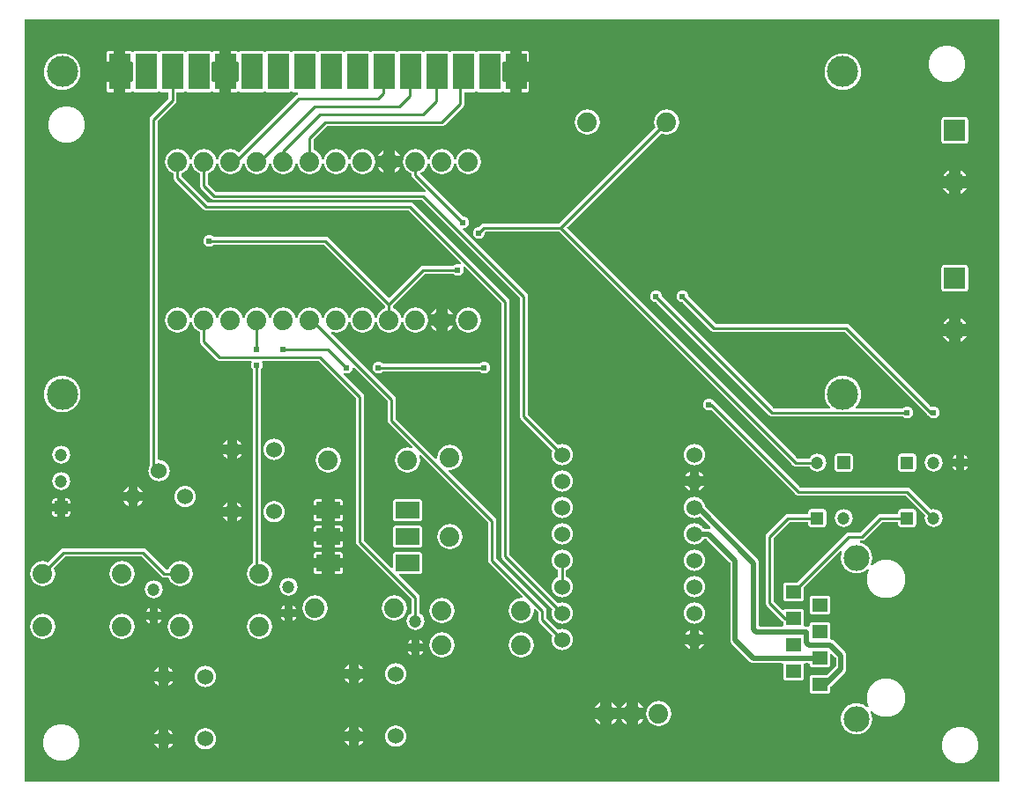
<source format=gbl>
G04 Layer: BottomLayer*
G04 EasyEDA v6.1.49, Fri, 31 May 2019 17:24:00 GMT*
G04 71df6b768b89431483a7d7af08236151,dc0d9e76242740cdbd9464dc56747404,10*
G04 Gerber Generator version 0.2*
G04 Scale: 100 percent, Rotated: No, Reflected: No *
G04 Dimensions in millimeters *
G04 leading zeros omitted , absolute positions ,3 integer and 3 decimal *
%FSLAX33Y33*%
%MOMM*%
G90*
G71D02*

%ADD11C,0.249999*%
%ADD13C,0.499999*%
%ADD14C,0.619760*%
%ADD15R,1.198880X1.198880*%
%ADD16C,1.198880*%
%ADD17C,1.524000*%
%ADD18R,2.032000X2.032000*%
%ADD19C,2.032000*%
%ADD20C,1.879600*%
%ADD21R,1.998980X3.500120*%
%ADD22C,2.999740*%
%ADD24C,2.489200*%

%LPD*%
G36*
G01X93863Y73644D02*
G01X370Y73644D01*
G01X356Y73643D01*
G01X342Y73640D01*
G01X328Y73635D01*
G01X315Y73628D01*
G01X304Y73619D01*
G01X294Y73609D01*
G01X285Y73598D01*
G01X278Y73585D01*
G01X273Y73571D01*
G01X270Y73557D01*
G01X269Y73543D01*
G01X269Y370D01*
G01X270Y356D01*
G01X273Y342D01*
G01X278Y328D01*
G01X285Y315D01*
G01X294Y304D01*
G01X304Y294D01*
G01X315Y285D01*
G01X328Y278D01*
G01X342Y273D01*
G01X356Y270D01*
G01X370Y269D01*
G01X93863Y269D01*
G01X93877Y270D01*
G01X93891Y273D01*
G01X93905Y278D01*
G01X93918Y285D01*
G01X93929Y294D01*
G01X93939Y304D01*
G01X93948Y315D01*
G01X93955Y328D01*
G01X93960Y342D01*
G01X93963Y356D01*
G01X93964Y370D01*
G01X93964Y73543D01*
G01X93963Y73557D01*
G01X93960Y73571D01*
G01X93955Y73585D01*
G01X93948Y73598D01*
G01X93939Y73609D01*
G01X93929Y73619D01*
G01X93918Y73628D01*
G01X93905Y73635D01*
G01X93891Y73640D01*
G01X93877Y73643D01*
G01X93863Y73644D01*
G37*

%LPC*%
G36*
G01X20562Y70591D02*
G01X20126Y70591D01*
G01X20126Y69523D01*
G01X20745Y69523D01*
G01X20759Y69522D01*
G01X20774Y69519D01*
G01X20787Y69514D01*
G01X20800Y69507D01*
G01X20811Y69498D01*
G01X20822Y69488D01*
G01X20830Y69476D01*
G01X20837Y69464D01*
G01X20842Y69450D01*
G01X20846Y69436D01*
G01X20847Y69422D01*
G01X20847Y67748D01*
G01X20846Y67733D01*
G01X20842Y67719D01*
G01X20837Y67705D01*
G01X20830Y67693D01*
G01X20822Y67681D01*
G01X20811Y67671D01*
G01X20800Y67662D01*
G01X20787Y67655D01*
G01X20774Y67650D01*
G01X20759Y67647D01*
G01X20745Y67646D01*
G01X20126Y67646D01*
G01X20126Y66578D01*
G01X20562Y66578D01*
G01X20586Y66579D01*
G01X20611Y66583D01*
G01X20634Y66588D01*
G01X20657Y66596D01*
G01X20680Y66606D01*
G01X20701Y66619D01*
G01X20721Y66633D01*
G01X20739Y66649D01*
G01X20756Y66666D01*
G01X20766Y66677D01*
G01X20778Y66685D01*
G01X20790Y66692D01*
G01X20804Y66697D01*
G01X20818Y66700D01*
G01X20833Y66701D01*
G01X20847Y66700D01*
G01X20861Y66697D01*
G01X20875Y66692D01*
G01X20887Y66685D01*
G01X20899Y66677D01*
G01X20909Y66666D01*
G01X20926Y66649D01*
G01X20945Y66633D01*
G01X20964Y66619D01*
G01X20986Y66606D01*
G01X21008Y66596D01*
G01X21031Y66588D01*
G01X21055Y66583D01*
G01X21079Y66579D01*
G01X21103Y66578D01*
G01X23102Y66578D01*
G01X23126Y66579D01*
G01X23151Y66583D01*
G01X23174Y66588D01*
G01X23197Y66596D01*
G01X23220Y66606D01*
G01X23241Y66619D01*
G01X23261Y66633D01*
G01X23279Y66649D01*
G01X23296Y66666D01*
G01X23306Y66677D01*
G01X23318Y66685D01*
G01X23330Y66692D01*
G01X23344Y66697D01*
G01X23358Y66700D01*
G01X23373Y66701D01*
G01X23387Y66700D01*
G01X23401Y66697D01*
G01X23415Y66692D01*
G01X23427Y66685D01*
G01X23439Y66677D01*
G01X23449Y66666D01*
G01X23466Y66649D01*
G01X23485Y66633D01*
G01X23504Y66619D01*
G01X23526Y66606D01*
G01X23548Y66596D01*
G01X23571Y66588D01*
G01X23595Y66583D01*
G01X23619Y66579D01*
G01X23643Y66578D01*
G01X25642Y66578D01*
G01X25666Y66579D01*
G01X25691Y66583D01*
G01X25714Y66588D01*
G01X25737Y66596D01*
G01X25760Y66606D01*
G01X25781Y66619D01*
G01X25801Y66633D01*
G01X25819Y66649D01*
G01X25836Y66666D01*
G01X25846Y66677D01*
G01X25858Y66685D01*
G01X25870Y66692D01*
G01X25884Y66697D01*
G01X25898Y66700D01*
G01X25913Y66701D01*
G01X25927Y66700D01*
G01X25941Y66697D01*
G01X25955Y66692D01*
G01X25967Y66685D01*
G01X25979Y66677D01*
G01X25989Y66666D01*
G01X26006Y66649D01*
G01X26025Y66633D01*
G01X26044Y66619D01*
G01X26066Y66606D01*
G01X26088Y66596D01*
G01X26111Y66588D01*
G01X26135Y66583D01*
G01X26159Y66579D01*
G01X26183Y66578D01*
G01X26463Y66578D01*
G01X26478Y66577D01*
G01X26492Y66574D01*
G01X26505Y66569D01*
G01X26518Y66562D01*
G01X26530Y66553D01*
G01X26540Y66543D01*
G01X26549Y66531D01*
G01X26556Y66519D01*
G01X26561Y66505D01*
G01X26564Y66491D01*
G01X26565Y66476D01*
G01X26563Y66460D01*
G01X26560Y66444D01*
G01X26553Y66429D01*
G01X26544Y66415D01*
G01X26533Y66403D01*
G01X26521Y66393D01*
G01X26507Y66385D01*
G01X26478Y66369D01*
G01X26450Y66352D01*
G01X26424Y66331D01*
G01X26400Y66309D01*
G01X20963Y60873D01*
G01X20951Y60863D01*
G01X20938Y60854D01*
G01X20923Y60848D01*
G01X20907Y60844D01*
G01X20891Y60843D01*
G01X20874Y60845D01*
G01X20857Y60849D01*
G01X20841Y60856D01*
G01X20827Y60866D01*
G01X20786Y60898D01*
G01X20745Y60928D01*
G01X20701Y60957D01*
G01X20657Y60983D01*
G01X20612Y61008D01*
G01X20565Y61030D01*
G01X20518Y61051D01*
G01X20470Y61069D01*
G01X20421Y61086D01*
G01X20372Y61100D01*
G01X20321Y61112D01*
G01X20271Y61122D01*
G01X20220Y61130D01*
G01X20169Y61135D01*
G01X20117Y61139D01*
G01X20066Y61140D01*
G01X20016Y61139D01*
G01X19967Y61136D01*
G01X19918Y61131D01*
G01X19869Y61124D01*
G01X19820Y61114D01*
G01X19772Y61103D01*
G01X19724Y61090D01*
G01X19677Y61075D01*
G01X19631Y61058D01*
G01X19585Y61039D01*
G01X19540Y61018D01*
G01X19497Y60996D01*
G01X19454Y60972D01*
G01X19412Y60945D01*
G01X19371Y60918D01*
G01X19331Y60888D01*
G01X19293Y60857D01*
G01X19256Y60824D01*
G01X19220Y60790D01*
G01X19186Y60754D01*
G01X19153Y60717D01*
G01X19122Y60679D01*
G01X19092Y60639D01*
G01X19065Y60599D01*
G01X19038Y60557D01*
G01X19014Y60514D01*
G01X18991Y60470D01*
G01X18970Y60425D01*
G01X18951Y60380D01*
G01X18934Y60333D01*
G01X18919Y60286D01*
G01X18906Y60239D01*
G01X18895Y60190D01*
G01X18891Y60176D01*
G01X18884Y60162D01*
G01X18876Y60149D01*
G01X18865Y60138D01*
G01X18853Y60128D01*
G01X18840Y60120D01*
G01X18826Y60114D01*
G01X18811Y60111D01*
G01X18796Y60110D01*
G01X18780Y60111D01*
G01X18765Y60114D01*
G01X18751Y60120D01*
G01X18738Y60128D01*
G01X18726Y60138D01*
G01X18715Y60149D01*
G01X18707Y60162D01*
G01X18700Y60176D01*
G01X18696Y60190D01*
G01X18685Y60239D01*
G01X18672Y60286D01*
G01X18657Y60333D01*
G01X18640Y60380D01*
G01X18621Y60425D01*
G01X18600Y60470D01*
G01X18577Y60514D01*
G01X18553Y60557D01*
G01X18526Y60599D01*
G01X18499Y60639D01*
G01X18469Y60679D01*
G01X18438Y60717D01*
G01X18405Y60754D01*
G01X18371Y60790D01*
G01X18335Y60824D01*
G01X18298Y60857D01*
G01X18260Y60888D01*
G01X18220Y60918D01*
G01X18179Y60945D01*
G01X18137Y60972D01*
G01X18094Y60996D01*
G01X18051Y61018D01*
G01X18006Y61039D01*
G01X17960Y61058D01*
G01X17914Y61075D01*
G01X17867Y61090D01*
G01X17819Y61103D01*
G01X17771Y61114D01*
G01X17722Y61124D01*
G01X17673Y61131D01*
G01X17624Y61136D01*
G01X17575Y61139D01*
G01X17526Y61140D01*
G01X17476Y61139D01*
G01X17427Y61136D01*
G01X17378Y61131D01*
G01X17329Y61124D01*
G01X17280Y61114D01*
G01X17232Y61103D01*
G01X17184Y61090D01*
G01X17137Y61075D01*
G01X17091Y61058D01*
G01X17045Y61039D01*
G01X17000Y61018D01*
G01X16957Y60996D01*
G01X16914Y60972D01*
G01X16872Y60945D01*
G01X16831Y60918D01*
G01X16791Y60888D01*
G01X16753Y60857D01*
G01X16716Y60824D01*
G01X16680Y60790D01*
G01X16646Y60754D01*
G01X16613Y60717D01*
G01X16582Y60679D01*
G01X16552Y60639D01*
G01X16525Y60599D01*
G01X16498Y60557D01*
G01X16474Y60514D01*
G01X16451Y60470D01*
G01X16430Y60425D01*
G01X16411Y60380D01*
G01X16394Y60333D01*
G01X16379Y60286D01*
G01X16366Y60239D01*
G01X16355Y60190D01*
G01X16351Y60176D01*
G01X16344Y60162D01*
G01X16336Y60149D01*
G01X16325Y60138D01*
G01X16313Y60128D01*
G01X16300Y60120D01*
G01X16286Y60114D01*
G01X16271Y60111D01*
G01X16256Y60110D01*
G01X16240Y60111D01*
G01X16225Y60114D01*
G01X16211Y60120D01*
G01X16198Y60128D01*
G01X16186Y60138D01*
G01X16175Y60149D01*
G01X16167Y60162D01*
G01X16160Y60176D01*
G01X16156Y60190D01*
G01X16145Y60239D01*
G01X16132Y60286D01*
G01X16117Y60333D01*
G01X16100Y60380D01*
G01X16081Y60425D01*
G01X16060Y60470D01*
G01X16037Y60514D01*
G01X16013Y60557D01*
G01X15986Y60599D01*
G01X15959Y60639D01*
G01X15929Y60679D01*
G01X15898Y60717D01*
G01X15865Y60754D01*
G01X15831Y60790D01*
G01X15795Y60824D01*
G01X15758Y60857D01*
G01X15720Y60888D01*
G01X15680Y60918D01*
G01X15639Y60945D01*
G01X15597Y60972D01*
G01X15554Y60996D01*
G01X15511Y61018D01*
G01X15466Y61039D01*
G01X15420Y61058D01*
G01X15374Y61075D01*
G01X15327Y61090D01*
G01X15279Y61103D01*
G01X15231Y61114D01*
G01X15182Y61124D01*
G01X15133Y61131D01*
G01X15084Y61136D01*
G01X15035Y61139D01*
G01X14986Y61140D01*
G01X14936Y61139D01*
G01X14887Y61136D01*
G01X14838Y61131D01*
G01X14789Y61124D01*
G01X14740Y61114D01*
G01X14692Y61103D01*
G01X14644Y61090D01*
G01X14597Y61075D01*
G01X14551Y61058D01*
G01X14505Y61039D01*
G01X14460Y61018D01*
G01X14416Y60996D01*
G01X14373Y60971D01*
G01X14331Y60945D01*
G01X14290Y60917D01*
G01X14251Y60888D01*
G01X14212Y60856D01*
G01X14175Y60824D01*
G01X14105Y60754D01*
G01X14073Y60717D01*
G01X14041Y60678D01*
G01X14012Y60639D01*
G01X13984Y60598D01*
G01X13958Y60556D01*
G01X13933Y60513D01*
G01X13911Y60469D01*
G01X13890Y60424D01*
G01X13871Y60378D01*
G01X13854Y60332D01*
G01X13839Y60285D01*
G01X13826Y60237D01*
G01X13815Y60189D01*
G01X13805Y60140D01*
G01X13798Y60091D01*
G01X13793Y60042D01*
G01X13790Y59993D01*
G01X13789Y59944D01*
G01X13789Y59943D01*
G01X13790Y59893D01*
G01X13793Y59842D01*
G01X13799Y59791D01*
G01X13806Y59741D01*
G01X13816Y59691D01*
G01X13828Y59642D01*
G01X13842Y59593D01*
G01X13858Y59545D01*
G01X13876Y59497D01*
G01X13895Y59450D01*
G01X13917Y59405D01*
G01X13941Y59360D01*
G01X13967Y59316D01*
G01X13995Y59273D01*
G01X14024Y59232D01*
G01X14055Y59192D01*
G01X14088Y59153D01*
G01X14122Y59115D01*
G01X14158Y59079D01*
G01X14196Y59045D01*
G01X14234Y59012D01*
G01X14275Y58981D01*
G01X14316Y58952D01*
G01X14359Y58924D01*
G01X14403Y58899D01*
G01X14448Y58875D01*
G01X14493Y58853D01*
G01X14540Y58833D01*
G01X14554Y58826D01*
G01X14566Y58818D01*
G01X14577Y58808D01*
G01X14587Y58796D01*
G01X14594Y58783D01*
G01X14600Y58769D01*
G01X14603Y58754D01*
G01X14604Y58739D01*
G01X14604Y58420D01*
G01X14605Y58390D01*
G01X14609Y58360D01*
G01X14615Y58330D01*
G01X14623Y58302D01*
G01X14633Y58273D01*
G01X14646Y58246D01*
G01X14660Y58220D01*
G01X14677Y58195D01*
G01X14695Y58172D01*
G01X14716Y58150D01*
G01X17510Y55356D01*
G01X17532Y55335D01*
G01X17555Y55317D01*
G01X17580Y55300D01*
G01X17606Y55286D01*
G01X17633Y55273D01*
G01X17662Y55263D01*
G01X17690Y55255D01*
G01X17720Y55249D01*
G01X17750Y55245D01*
G01X17780Y55244D01*
G01X37137Y55244D01*
G01X37153Y55243D01*
G01X37169Y55239D01*
G01X37184Y55233D01*
G01X37197Y55225D01*
G01X37209Y55214D01*
G01X42186Y50237D01*
G01X42197Y50225D01*
G01X42205Y50211D01*
G01X42211Y50197D01*
G01X42215Y50181D01*
G01X42216Y50165D01*
G01X42215Y50151D01*
G01X42212Y50137D01*
G01X42207Y50123D01*
G01X42200Y50110D01*
G01X42191Y50099D01*
G01X42181Y50089D01*
G01X42169Y50080D01*
G01X42157Y50073D01*
G01X42143Y50068D01*
G01X42129Y50065D01*
G01X42114Y50064D01*
G01X42099Y50065D01*
G01X42083Y50069D01*
G01X42049Y50078D01*
G01X42015Y50086D01*
G01X41980Y50092D01*
G01X41945Y50095D01*
G01X41910Y50096D01*
G01X41874Y50095D01*
G01X41838Y50091D01*
G01X41802Y50086D01*
G01X41767Y50078D01*
G01X41733Y50068D01*
G01X41699Y50055D01*
G01X41666Y50041D01*
G01X41634Y50024D01*
G01X41603Y50006D01*
G01X41573Y49985D01*
G01X41545Y49963D01*
G01X41518Y49939D01*
G01X41506Y49929D01*
G01X41493Y49921D01*
G01X41479Y49916D01*
G01X41464Y49912D01*
G01X41448Y49911D01*
G01X38608Y49911D01*
G01X38578Y49910D01*
G01X38548Y49906D01*
G01X38518Y49900D01*
G01X38490Y49892D01*
G01X38461Y49882D01*
G01X38434Y49869D01*
G01X38408Y49855D01*
G01X38383Y49838D01*
G01X38360Y49820D01*
G01X38338Y49799D01*
G01X35377Y46839D01*
G01X35365Y46829D01*
G01X35352Y46820D01*
G01X35337Y46814D01*
G01X35321Y46810D01*
G01X35306Y46809D01*
G01X35290Y46810D01*
G01X35274Y46814D01*
G01X35259Y46820D01*
G01X35246Y46829D01*
G01X35234Y46839D01*
G01X29479Y52593D01*
G01X29457Y52614D01*
G01X29434Y52632D01*
G01X29409Y52649D01*
G01X29383Y52663D01*
G01X29356Y52676D01*
G01X29327Y52686D01*
G01X29299Y52694D01*
G01X29269Y52700D01*
G01X29239Y52704D01*
G01X29210Y52705D01*
G01X18495Y52705D01*
G01X18479Y52706D01*
G01X18464Y52710D01*
G01X18450Y52715D01*
G01X18437Y52723D01*
G01X18425Y52733D01*
G01X18398Y52757D01*
G01X18370Y52779D01*
G01X18340Y52800D01*
G01X18309Y52818D01*
G01X18277Y52835D01*
G01X18244Y52849D01*
G01X18210Y52862D01*
G01X18176Y52872D01*
G01X18141Y52880D01*
G01X18105Y52885D01*
G01X18069Y52889D01*
G01X18034Y52890D01*
G01X17999Y52889D01*
G01X17965Y52886D01*
G01X17931Y52881D01*
G01X17898Y52873D01*
G01X17865Y52864D01*
G01X17833Y52853D01*
G01X17801Y52840D01*
G01X17770Y52825D01*
G01X17740Y52808D01*
G01X17712Y52790D01*
G01X17684Y52769D01*
G01X17658Y52747D01*
G01X17633Y52724D01*
G01X17610Y52699D01*
G01X17588Y52673D01*
G01X17567Y52645D01*
G01X17549Y52617D01*
G01X17532Y52587D01*
G01X17517Y52556D01*
G01X17504Y52524D01*
G01X17493Y52492D01*
G01X17484Y52459D01*
G01X17476Y52426D01*
G01X17471Y52392D01*
G01X17468Y52358D01*
G01X17467Y52324D01*
G01X17468Y52289D01*
G01X17471Y52255D01*
G01X17476Y52221D01*
G01X17484Y52188D01*
G01X17493Y52155D01*
G01X17504Y52123D01*
G01X17517Y52091D01*
G01X17532Y52060D01*
G01X17549Y52030D01*
G01X17567Y52002D01*
G01X17588Y51974D01*
G01X17610Y51948D01*
G01X17633Y51923D01*
G01X17658Y51900D01*
G01X17684Y51878D01*
G01X17712Y51857D01*
G01X17740Y51839D01*
G01X17770Y51822D01*
G01X17801Y51807D01*
G01X17833Y51794D01*
G01X17865Y51783D01*
G01X17898Y51774D01*
G01X17931Y51766D01*
G01X17965Y51761D01*
G01X17999Y51758D01*
G01X18034Y51757D01*
G01X18069Y51758D01*
G01X18105Y51762D01*
G01X18141Y51767D01*
G01X18176Y51775D01*
G01X18210Y51785D01*
G01X18244Y51798D01*
G01X18277Y51812D01*
G01X18309Y51829D01*
G01X18340Y51847D01*
G01X18370Y51868D01*
G01X18398Y51890D01*
G01X18425Y51914D01*
G01X18437Y51924D01*
G01X18450Y51932D01*
G01X18464Y51937D01*
G01X18479Y51941D01*
G01X18495Y51942D01*
G01X29009Y51942D01*
G01X29025Y51941D01*
G01X29041Y51937D01*
G01X29056Y51931D01*
G01X29069Y51923D01*
G01X29081Y51912D01*
G01X34894Y46099D01*
G01X34905Y46087D01*
G01X34913Y46074D01*
G01X34919Y46059D01*
G01X34923Y46043D01*
G01X34924Y46027D01*
G01X34924Y45908D01*
G01X34923Y45893D01*
G01X34920Y45878D01*
G01X34914Y45864D01*
G01X34907Y45851D01*
G01X34897Y45839D01*
G01X34886Y45829D01*
G01X34874Y45821D01*
G01X34860Y45814D01*
G01X34813Y45794D01*
G01X34767Y45772D01*
G01X34722Y45748D01*
G01X34678Y45722D01*
G01X34635Y45694D01*
G01X34593Y45665D01*
G01X34553Y45634D01*
G01X34514Y45601D01*
G01X34477Y45566D01*
G01X34441Y45530D01*
G01X34406Y45492D01*
G01X34373Y45453D01*
G01X34342Y45413D01*
G01X34313Y45371D01*
G01X34285Y45328D01*
G01X34259Y45284D01*
G01X34236Y45239D01*
G01X34214Y45193D01*
G01X34194Y45146D01*
G01X34176Y45098D01*
G01X34160Y45049D01*
G01X34147Y45000D01*
G01X34135Y44950D01*
G01X34131Y44936D01*
G01X34124Y44922D01*
G01X34116Y44909D01*
G01X34105Y44898D01*
G01X34093Y44888D01*
G01X34080Y44880D01*
G01X34066Y44874D01*
G01X34051Y44871D01*
G01X34036Y44870D01*
G01X34020Y44871D01*
G01X34005Y44874D01*
G01X33991Y44880D01*
G01X33978Y44888D01*
G01X33966Y44898D01*
G01X33955Y44909D01*
G01X33947Y44922D01*
G01X33940Y44936D01*
G01X33936Y44950D01*
G01X33925Y44999D01*
G01X33912Y45046D01*
G01X33897Y45093D01*
G01X33880Y45140D01*
G01X33861Y45185D01*
G01X33840Y45230D01*
G01X33817Y45274D01*
G01X33793Y45317D01*
G01X33766Y45359D01*
G01X33739Y45399D01*
G01X33709Y45439D01*
G01X33678Y45477D01*
G01X33645Y45514D01*
G01X33611Y45550D01*
G01X33575Y45584D01*
G01X33538Y45617D01*
G01X33500Y45648D01*
G01X33460Y45678D01*
G01X33419Y45705D01*
G01X33377Y45732D01*
G01X33334Y45756D01*
G01X33291Y45778D01*
G01X33246Y45799D01*
G01X33200Y45818D01*
G01X33154Y45835D01*
G01X33107Y45850D01*
G01X33059Y45863D01*
G01X33011Y45874D01*
G01X32962Y45884D01*
G01X32913Y45891D01*
G01X32864Y45896D01*
G01X32815Y45899D01*
G01X32766Y45900D01*
G01X32716Y45899D01*
G01X32667Y45896D01*
G01X32618Y45891D01*
G01X32569Y45884D01*
G01X32520Y45874D01*
G01X32472Y45863D01*
G01X32424Y45850D01*
G01X32377Y45835D01*
G01X32331Y45818D01*
G01X32285Y45799D01*
G01X32240Y45778D01*
G01X32197Y45756D01*
G01X32154Y45732D01*
G01X32112Y45705D01*
G01X32071Y45678D01*
G01X32031Y45648D01*
G01X31993Y45617D01*
G01X31956Y45584D01*
G01X31920Y45550D01*
G01X31886Y45514D01*
G01X31853Y45477D01*
G01X31822Y45439D01*
G01X31792Y45399D01*
G01X31765Y45359D01*
G01X31738Y45317D01*
G01X31714Y45274D01*
G01X31691Y45230D01*
G01X31670Y45185D01*
G01X31651Y45140D01*
G01X31634Y45093D01*
G01X31619Y45046D01*
G01X31606Y44999D01*
G01X31595Y44950D01*
G01X31591Y44936D01*
G01X31584Y44922D01*
G01X31576Y44909D01*
G01X31565Y44898D01*
G01X31553Y44888D01*
G01X31540Y44880D01*
G01X31526Y44874D01*
G01X31511Y44871D01*
G01X31496Y44870D01*
G01X31480Y44871D01*
G01X31465Y44874D01*
G01X31451Y44880D01*
G01X31438Y44888D01*
G01X31426Y44898D01*
G01X31415Y44909D01*
G01X31407Y44922D01*
G01X31400Y44936D01*
G01X31396Y44950D01*
G01X31385Y44999D01*
G01X31372Y45046D01*
G01X31357Y45093D01*
G01X31340Y45140D01*
G01X31321Y45185D01*
G01X31300Y45230D01*
G01X31277Y45274D01*
G01X31253Y45317D01*
G01X31226Y45359D01*
G01X31199Y45399D01*
G01X31169Y45439D01*
G01X31138Y45477D01*
G01X31105Y45514D01*
G01X31071Y45550D01*
G01X31035Y45584D01*
G01X30998Y45617D01*
G01X30960Y45648D01*
G01X30920Y45678D01*
G01X30879Y45705D01*
G01X30837Y45732D01*
G01X30794Y45756D01*
G01X30751Y45778D01*
G01X30706Y45799D01*
G01X30660Y45818D01*
G01X30614Y45835D01*
G01X30567Y45850D01*
G01X30519Y45863D01*
G01X30471Y45874D01*
G01X30422Y45884D01*
G01X30373Y45891D01*
G01X30324Y45896D01*
G01X30275Y45899D01*
G01X30226Y45900D01*
G01X30176Y45899D01*
G01X30127Y45896D01*
G01X30078Y45891D01*
G01X30029Y45884D01*
G01X29980Y45874D01*
G01X29932Y45863D01*
G01X29884Y45850D01*
G01X29837Y45835D01*
G01X29791Y45818D01*
G01X29745Y45799D01*
G01X29700Y45778D01*
G01X29657Y45756D01*
G01X29614Y45732D01*
G01X29572Y45705D01*
G01X29531Y45678D01*
G01X29491Y45648D01*
G01X29453Y45617D01*
G01X29416Y45584D01*
G01X29380Y45550D01*
G01X29346Y45514D01*
G01X29313Y45477D01*
G01X29282Y45439D01*
G01X29252Y45399D01*
G01X29225Y45359D01*
G01X29198Y45317D01*
G01X29174Y45274D01*
G01X29151Y45230D01*
G01X29130Y45185D01*
G01X29111Y45140D01*
G01X29094Y45093D01*
G01X29079Y45046D01*
G01X29066Y44999D01*
G01X29055Y44950D01*
G01X29051Y44936D01*
G01X29044Y44922D01*
G01X29036Y44909D01*
G01X29025Y44898D01*
G01X29013Y44888D01*
G01X29000Y44880D01*
G01X28986Y44874D01*
G01X28971Y44871D01*
G01X28956Y44870D01*
G01X28940Y44871D01*
G01X28925Y44874D01*
G01X28911Y44880D01*
G01X28898Y44888D01*
G01X28886Y44898D01*
G01X28875Y44909D01*
G01X28867Y44922D01*
G01X28860Y44936D01*
G01X28856Y44950D01*
G01X28845Y44999D01*
G01X28832Y45046D01*
G01X28817Y45093D01*
G01X28800Y45140D01*
G01X28781Y45185D01*
G01X28760Y45230D01*
G01X28737Y45274D01*
G01X28713Y45317D01*
G01X28686Y45359D01*
G01X28659Y45399D01*
G01X28629Y45439D01*
G01X28598Y45477D01*
G01X28565Y45514D01*
G01X28531Y45550D01*
G01X28495Y45584D01*
G01X28458Y45617D01*
G01X28420Y45648D01*
G01X28380Y45678D01*
G01X28339Y45705D01*
G01X28297Y45732D01*
G01X28254Y45756D01*
G01X28211Y45778D01*
G01X28166Y45799D01*
G01X28120Y45818D01*
G01X28074Y45835D01*
G01X28027Y45850D01*
G01X27979Y45863D01*
G01X27931Y45874D01*
G01X27882Y45884D01*
G01X27833Y45891D01*
G01X27784Y45896D01*
G01X27735Y45899D01*
G01X27686Y45900D01*
G01X27636Y45899D01*
G01X27587Y45896D01*
G01X27538Y45891D01*
G01X27489Y45884D01*
G01X27440Y45874D01*
G01X27392Y45863D01*
G01X27344Y45850D01*
G01X27297Y45835D01*
G01X27251Y45818D01*
G01X27205Y45799D01*
G01X27160Y45778D01*
G01X27117Y45756D01*
G01X27074Y45732D01*
G01X27032Y45705D01*
G01X26991Y45678D01*
G01X26951Y45648D01*
G01X26913Y45617D01*
G01X26876Y45584D01*
G01X26840Y45550D01*
G01X26806Y45514D01*
G01X26773Y45477D01*
G01X26742Y45439D01*
G01X26712Y45399D01*
G01X26685Y45359D01*
G01X26658Y45317D01*
G01X26634Y45274D01*
G01X26611Y45230D01*
G01X26590Y45185D01*
G01X26571Y45140D01*
G01X26554Y45093D01*
G01X26539Y45046D01*
G01X26526Y44999D01*
G01X26515Y44950D01*
G01X26511Y44936D01*
G01X26504Y44922D01*
G01X26496Y44909D01*
G01X26485Y44898D01*
G01X26473Y44888D01*
G01X26460Y44880D01*
G01X26446Y44874D01*
G01X26431Y44871D01*
G01X26416Y44870D01*
G01X26400Y44871D01*
G01X26385Y44874D01*
G01X26371Y44880D01*
G01X26358Y44888D01*
G01X26346Y44898D01*
G01X26335Y44909D01*
G01X26327Y44922D01*
G01X26320Y44936D01*
G01X26316Y44950D01*
G01X26305Y44999D01*
G01X26292Y45046D01*
G01X26277Y45093D01*
G01X26260Y45140D01*
G01X26241Y45185D01*
G01X26220Y45230D01*
G01X26197Y45274D01*
G01X26173Y45317D01*
G01X26146Y45359D01*
G01X26119Y45399D01*
G01X26089Y45439D01*
G01X26058Y45477D01*
G01X26025Y45514D01*
G01X25991Y45550D01*
G01X25955Y45584D01*
G01X25918Y45617D01*
G01X25880Y45648D01*
G01X25840Y45678D01*
G01X25799Y45705D01*
G01X25757Y45732D01*
G01X25714Y45756D01*
G01X25671Y45778D01*
G01X25626Y45799D01*
G01X25580Y45818D01*
G01X25534Y45835D01*
G01X25487Y45850D01*
G01X25439Y45863D01*
G01X25391Y45874D01*
G01X25342Y45884D01*
G01X25293Y45891D01*
G01X25244Y45896D01*
G01X25195Y45899D01*
G01X25146Y45900D01*
G01X25096Y45899D01*
G01X25047Y45896D01*
G01X24998Y45891D01*
G01X24949Y45884D01*
G01X24900Y45874D01*
G01X24852Y45863D01*
G01X24804Y45850D01*
G01X24757Y45835D01*
G01X24711Y45818D01*
G01X24665Y45799D01*
G01X24620Y45778D01*
G01X24577Y45756D01*
G01X24534Y45732D01*
G01X24492Y45705D01*
G01X24451Y45678D01*
G01X24411Y45648D01*
G01X24373Y45617D01*
G01X24336Y45584D01*
G01X24300Y45550D01*
G01X24266Y45514D01*
G01X24233Y45477D01*
G01X24202Y45439D01*
G01X24172Y45399D01*
G01X24145Y45359D01*
G01X24118Y45317D01*
G01X24094Y45274D01*
G01X24071Y45230D01*
G01X24050Y45185D01*
G01X24031Y45140D01*
G01X24014Y45093D01*
G01X23999Y45046D01*
G01X23986Y44999D01*
G01X23975Y44950D01*
G01X23971Y44936D01*
G01X23964Y44922D01*
G01X23956Y44909D01*
G01X23945Y44898D01*
G01X23933Y44888D01*
G01X23920Y44880D01*
G01X23906Y44874D01*
G01X23891Y44871D01*
G01X23876Y44870D01*
G01X23860Y44871D01*
G01X23845Y44874D01*
G01X23831Y44880D01*
G01X23818Y44888D01*
G01X23806Y44898D01*
G01X23795Y44909D01*
G01X23787Y44922D01*
G01X23780Y44936D01*
G01X23776Y44950D01*
G01X23765Y44999D01*
G01X23752Y45046D01*
G01X23737Y45093D01*
G01X23720Y45140D01*
G01X23701Y45185D01*
G01X23680Y45230D01*
G01X23657Y45274D01*
G01X23633Y45317D01*
G01X23606Y45359D01*
G01X23579Y45399D01*
G01X23549Y45439D01*
G01X23518Y45477D01*
G01X23485Y45514D01*
G01X23451Y45550D01*
G01X23415Y45584D01*
G01X23378Y45617D01*
G01X23340Y45648D01*
G01X23300Y45678D01*
G01X23259Y45705D01*
G01X23217Y45732D01*
G01X23174Y45756D01*
G01X23131Y45778D01*
G01X23086Y45799D01*
G01X23040Y45818D01*
G01X22994Y45835D01*
G01X22947Y45850D01*
G01X22899Y45863D01*
G01X22851Y45874D01*
G01X22802Y45884D01*
G01X22753Y45891D01*
G01X22704Y45896D01*
G01X22655Y45899D01*
G01X22606Y45900D01*
G01X22556Y45899D01*
G01X22507Y45896D01*
G01X22458Y45891D01*
G01X22409Y45884D01*
G01X22360Y45874D01*
G01X22312Y45863D01*
G01X22264Y45850D01*
G01X22217Y45835D01*
G01X22171Y45818D01*
G01X22125Y45799D01*
G01X22080Y45778D01*
G01X22037Y45756D01*
G01X21994Y45732D01*
G01X21952Y45705D01*
G01X21911Y45678D01*
G01X21871Y45648D01*
G01X21833Y45617D01*
G01X21796Y45584D01*
G01X21760Y45550D01*
G01X21726Y45514D01*
G01X21693Y45477D01*
G01X21662Y45439D01*
G01X21632Y45399D01*
G01X21605Y45359D01*
G01X21578Y45317D01*
G01X21554Y45274D01*
G01X21531Y45230D01*
G01X21510Y45185D01*
G01X21491Y45140D01*
G01X21474Y45093D01*
G01X21459Y45046D01*
G01X21446Y44999D01*
G01X21435Y44950D01*
G01X21431Y44936D01*
G01X21424Y44922D01*
G01X21416Y44909D01*
G01X21405Y44898D01*
G01X21393Y44888D01*
G01X21380Y44880D01*
G01X21366Y44874D01*
G01X21351Y44871D01*
G01X21336Y44870D01*
G01X21320Y44871D01*
G01X21305Y44874D01*
G01X21291Y44880D01*
G01X21278Y44888D01*
G01X21266Y44898D01*
G01X21255Y44909D01*
G01X21247Y44922D01*
G01X21240Y44936D01*
G01X21236Y44950D01*
G01X21225Y44999D01*
G01X21212Y45046D01*
G01X21197Y45093D01*
G01X21180Y45140D01*
G01X21161Y45185D01*
G01X21140Y45230D01*
G01X21117Y45274D01*
G01X21093Y45317D01*
G01X21066Y45359D01*
G01X21039Y45399D01*
G01X21009Y45439D01*
G01X20978Y45477D01*
G01X20945Y45514D01*
G01X20911Y45550D01*
G01X20875Y45584D01*
G01X20838Y45617D01*
G01X20800Y45648D01*
G01X20760Y45678D01*
G01X20719Y45705D01*
G01X20677Y45732D01*
G01X20634Y45756D01*
G01X20591Y45778D01*
G01X20546Y45799D01*
G01X20500Y45818D01*
G01X20454Y45835D01*
G01X20407Y45850D01*
G01X20359Y45863D01*
G01X20311Y45874D01*
G01X20262Y45884D01*
G01X20213Y45891D01*
G01X20164Y45896D01*
G01X20115Y45899D01*
G01X20066Y45900D01*
G01X20016Y45899D01*
G01X19967Y45896D01*
G01X19918Y45891D01*
G01X19869Y45884D01*
G01X19820Y45874D01*
G01X19772Y45863D01*
G01X19724Y45850D01*
G01X19677Y45835D01*
G01X19631Y45818D01*
G01X19585Y45799D01*
G01X19540Y45778D01*
G01X19497Y45756D01*
G01X19454Y45732D01*
G01X19412Y45705D01*
G01X19371Y45678D01*
G01X19331Y45648D01*
G01X19293Y45617D01*
G01X19256Y45584D01*
G01X19220Y45550D01*
G01X19186Y45514D01*
G01X19153Y45477D01*
G01X19122Y45439D01*
G01X19092Y45399D01*
G01X19065Y45359D01*
G01X19038Y45317D01*
G01X19014Y45274D01*
G01X18991Y45230D01*
G01X18970Y45185D01*
G01X18951Y45140D01*
G01X18934Y45093D01*
G01X18919Y45046D01*
G01X18906Y44999D01*
G01X18895Y44950D01*
G01X18891Y44936D01*
G01X18884Y44922D01*
G01X18876Y44909D01*
G01X18865Y44898D01*
G01X18853Y44888D01*
G01X18840Y44880D01*
G01X18826Y44874D01*
G01X18811Y44871D01*
G01X18796Y44870D01*
G01X18780Y44871D01*
G01X18765Y44874D01*
G01X18751Y44880D01*
G01X18738Y44888D01*
G01X18726Y44898D01*
G01X18715Y44909D01*
G01X18707Y44922D01*
G01X18700Y44936D01*
G01X18696Y44950D01*
G01X18685Y44999D01*
G01X18672Y45046D01*
G01X18657Y45093D01*
G01X18640Y45140D01*
G01X18621Y45185D01*
G01X18600Y45230D01*
G01X18577Y45274D01*
G01X18553Y45317D01*
G01X18526Y45359D01*
G01X18499Y45399D01*
G01X18469Y45439D01*
G01X18438Y45477D01*
G01X18405Y45514D01*
G01X18371Y45550D01*
G01X18335Y45584D01*
G01X18298Y45617D01*
G01X18260Y45648D01*
G01X18220Y45678D01*
G01X18179Y45705D01*
G01X18137Y45732D01*
G01X18094Y45756D01*
G01X18051Y45778D01*
G01X18006Y45799D01*
G01X17960Y45818D01*
G01X17914Y45835D01*
G01X17867Y45850D01*
G01X17819Y45863D01*
G01X17771Y45874D01*
G01X17722Y45884D01*
G01X17673Y45891D01*
G01X17624Y45896D01*
G01X17575Y45899D01*
G01X17526Y45900D01*
G01X17476Y45899D01*
G01X17427Y45896D01*
G01X17378Y45891D01*
G01X17329Y45884D01*
G01X17280Y45874D01*
G01X17232Y45863D01*
G01X17184Y45850D01*
G01X17137Y45835D01*
G01X17091Y45818D01*
G01X17045Y45799D01*
G01X17000Y45778D01*
G01X16957Y45756D01*
G01X16914Y45732D01*
G01X16872Y45705D01*
G01X16831Y45678D01*
G01X16791Y45648D01*
G01X16753Y45617D01*
G01X16716Y45584D01*
G01X16680Y45550D01*
G01X16646Y45514D01*
G01X16613Y45477D01*
G01X16582Y45439D01*
G01X16552Y45399D01*
G01X16525Y45359D01*
G01X16498Y45317D01*
G01X16474Y45274D01*
G01X16451Y45230D01*
G01X16430Y45185D01*
G01X16411Y45140D01*
G01X16394Y45093D01*
G01X16379Y45046D01*
G01X16366Y44999D01*
G01X16355Y44950D01*
G01X16351Y44936D01*
G01X16344Y44922D01*
G01X16336Y44909D01*
G01X16325Y44898D01*
G01X16313Y44888D01*
G01X16300Y44880D01*
G01X16286Y44874D01*
G01X16271Y44871D01*
G01X16256Y44870D01*
G01X16240Y44871D01*
G01X16225Y44874D01*
G01X16211Y44880D01*
G01X16198Y44888D01*
G01X16186Y44898D01*
G01X16175Y44909D01*
G01X16167Y44922D01*
G01X16160Y44936D01*
G01X16156Y44950D01*
G01X16145Y44999D01*
G01X16132Y45046D01*
G01X16117Y45093D01*
G01X16100Y45140D01*
G01X16081Y45185D01*
G01X16060Y45230D01*
G01X16037Y45274D01*
G01X16013Y45317D01*
G01X15986Y45359D01*
G01X15959Y45399D01*
G01X15929Y45439D01*
G01X15898Y45477D01*
G01X15865Y45514D01*
G01X15831Y45550D01*
G01X15795Y45584D01*
G01X15758Y45617D01*
G01X15720Y45648D01*
G01X15680Y45678D01*
G01X15639Y45705D01*
G01X15597Y45732D01*
G01X15554Y45756D01*
G01X15511Y45778D01*
G01X15466Y45799D01*
G01X15420Y45818D01*
G01X15374Y45835D01*
G01X15327Y45850D01*
G01X15279Y45863D01*
G01X15231Y45874D01*
G01X15182Y45884D01*
G01X15133Y45891D01*
G01X15084Y45896D01*
G01X15035Y45899D01*
G01X14986Y45900D01*
G01X14936Y45899D01*
G01X14887Y45896D01*
G01X14838Y45891D01*
G01X14789Y45884D01*
G01X14740Y45874D01*
G01X14692Y45863D01*
G01X14644Y45850D01*
G01X14597Y45835D01*
G01X14551Y45818D01*
G01X14505Y45799D01*
G01X14460Y45778D01*
G01X14416Y45756D01*
G01X14373Y45731D01*
G01X14331Y45705D01*
G01X14290Y45677D01*
G01X14251Y45648D01*
G01X14212Y45616D01*
G01X14175Y45584D01*
G01X14105Y45514D01*
G01X14073Y45477D01*
G01X14041Y45438D01*
G01X14012Y45399D01*
G01X13984Y45358D01*
G01X13958Y45316D01*
G01X13933Y45273D01*
G01X13911Y45229D01*
G01X13890Y45184D01*
G01X13871Y45138D01*
G01X13854Y45092D01*
G01X13839Y45045D01*
G01X13826Y44997D01*
G01X13815Y44949D01*
G01X13805Y44900D01*
G01X13798Y44851D01*
G01X13793Y44802D01*
G01X13790Y44753D01*
G01X13789Y44704D01*
G01X13790Y44654D01*
G01X13793Y44605D01*
G01X13798Y44556D01*
G01X13805Y44507D01*
G01X13815Y44458D01*
G01X13826Y44410D01*
G01X13839Y44362D01*
G01X13854Y44315D01*
G01X13871Y44269D01*
G01X13890Y44223D01*
G01X13911Y44178D01*
G01X13933Y44134D01*
G01X13958Y44091D01*
G01X13984Y44049D01*
G01X14012Y44008D01*
G01X14041Y43969D01*
G01X14073Y43930D01*
G01X14105Y43893D01*
G01X14175Y43823D01*
G01X14212Y43791D01*
G01X14251Y43759D01*
G01X14290Y43730D01*
G01X14331Y43702D01*
G01X14373Y43676D01*
G01X14416Y43651D01*
G01X14460Y43629D01*
G01X14505Y43608D01*
G01X14551Y43589D01*
G01X14597Y43572D01*
G01X14644Y43557D01*
G01X14692Y43544D01*
G01X14740Y43533D01*
G01X14789Y43523D01*
G01X14838Y43516D01*
G01X14887Y43511D01*
G01X14936Y43508D01*
G01X14986Y43507D01*
G01X15035Y43508D01*
G01X15084Y43511D01*
G01X15133Y43516D01*
G01X15182Y43523D01*
G01X15231Y43533D01*
G01X15279Y43544D01*
G01X15327Y43557D01*
G01X15374Y43572D01*
G01X15420Y43589D01*
G01X15466Y43608D01*
G01X15511Y43629D01*
G01X15554Y43651D01*
G01X15597Y43675D01*
G01X15639Y43702D01*
G01X15680Y43729D01*
G01X15720Y43759D01*
G01X15758Y43790D01*
G01X15795Y43823D01*
G01X15831Y43857D01*
G01X15865Y43893D01*
G01X15898Y43930D01*
G01X15929Y43968D01*
G01X15959Y44008D01*
G01X15986Y44048D01*
G01X16013Y44090D01*
G01X16037Y44133D01*
G01X16060Y44177D01*
G01X16081Y44222D01*
G01X16100Y44267D01*
G01X16117Y44314D01*
G01X16132Y44361D01*
G01X16145Y44408D01*
G01X16156Y44457D01*
G01X16160Y44471D01*
G01X16167Y44485D01*
G01X16175Y44498D01*
G01X16186Y44509D01*
G01X16198Y44519D01*
G01X16211Y44527D01*
G01X16225Y44533D01*
G01X16240Y44536D01*
G01X16256Y44537D01*
G01X16271Y44536D01*
G01X16286Y44533D01*
G01X16300Y44527D01*
G01X16313Y44519D01*
G01X16325Y44509D01*
G01X16336Y44498D01*
G01X16344Y44485D01*
G01X16351Y44471D01*
G01X16355Y44457D01*
G01X16367Y44407D01*
G01X16380Y44358D01*
G01X16396Y44309D01*
G01X16414Y44261D01*
G01X16434Y44214D01*
G01X16456Y44168D01*
G01X16479Y44123D01*
G01X16505Y44079D01*
G01X16533Y44036D01*
G01X16562Y43994D01*
G01X16593Y43954D01*
G01X16626Y43915D01*
G01X16661Y43877D01*
G01X16697Y43841D01*
G01X16734Y43806D01*
G01X16773Y43773D01*
G01X16813Y43742D01*
G01X16855Y43713D01*
G01X16898Y43685D01*
G01X16942Y43659D01*
G01X16987Y43635D01*
G01X17033Y43613D01*
G01X17080Y43593D01*
G01X17094Y43586D01*
G01X17106Y43578D01*
G01X17117Y43568D01*
G01X17127Y43556D01*
G01X17134Y43543D01*
G01X17140Y43529D01*
G01X17143Y43514D01*
G01X17144Y43499D01*
G01X17144Y42672D01*
G01X17145Y42642D01*
G01X17149Y42612D01*
G01X17155Y42582D01*
G01X17163Y42554D01*
G01X17173Y42525D01*
G01X17186Y42498D01*
G01X17200Y42472D01*
G01X17217Y42447D01*
G01X17235Y42424D01*
G01X17256Y42402D01*
G01X18780Y40878D01*
G01X18802Y40857D01*
G01X18825Y40839D01*
G01X18850Y40822D01*
G01X18876Y40808D01*
G01X18903Y40795D01*
G01X18932Y40785D01*
G01X18960Y40777D01*
G01X18990Y40771D01*
G01X19020Y40767D01*
G01X19050Y40766D01*
G01X21998Y40766D01*
G01X22013Y40765D01*
G01X22027Y40762D01*
G01X22041Y40757D01*
G01X22053Y40750D01*
G01X22065Y40741D01*
G01X22075Y40731D01*
G01X22084Y40719D01*
G01X22091Y40707D01*
G01X22096Y40693D01*
G01X22099Y40679D01*
G01X22100Y40664D01*
G01X22099Y40650D01*
G01X22096Y40636D01*
G01X22091Y40622D01*
G01X22077Y40590D01*
G01X22066Y40557D01*
G01X22056Y40523D01*
G01X22049Y40489D01*
G01X22043Y40455D01*
G01X22040Y40420D01*
G01X22039Y40385D01*
G01X22040Y40350D01*
G01X22044Y40314D01*
G01X22049Y40278D01*
G01X22057Y40243D01*
G01X22067Y40209D01*
G01X22080Y40175D01*
G01X22094Y40142D01*
G01X22111Y40110D01*
G01X22129Y40079D01*
G01X22150Y40049D01*
G01X22172Y40021D01*
G01X22196Y39994D01*
G01X22206Y39982D01*
G01X22214Y39969D01*
G01X22219Y39955D01*
G01X22223Y39940D01*
G01X22224Y39924D01*
G01X22224Y21388D01*
G01X22223Y21372D01*
G01X22219Y21356D01*
G01X22212Y21341D01*
G01X22204Y21327D01*
G01X22193Y21315D01*
G01X22180Y21304D01*
G01X22139Y21275D01*
G01X22100Y21244D01*
G01X22062Y21211D01*
G01X22025Y21177D01*
G01X21990Y21141D01*
G01X21956Y21103D01*
G01X21924Y21065D01*
G01X21893Y21025D01*
G01X21864Y20984D01*
G01X21837Y20941D01*
G01X21812Y20898D01*
G01X21789Y20853D01*
G01X21767Y20808D01*
G01X21748Y20761D01*
G01X21730Y20714D01*
G01X21715Y20666D01*
G01X21701Y20618D01*
G01X21689Y20569D01*
G01X21680Y20520D01*
G01X21673Y20470D01*
G01X21667Y20420D01*
G01X21664Y20370D01*
G01X21663Y20320D01*
G01X21664Y20270D01*
G01X21667Y20221D01*
G01X21672Y20172D01*
G01X21679Y20123D01*
G01X21689Y20074D01*
G01X21700Y20026D01*
G01X21713Y19978D01*
G01X21728Y19931D01*
G01X21745Y19885D01*
G01X21764Y19839D01*
G01X21785Y19794D01*
G01X21807Y19750D01*
G01X21832Y19707D01*
G01X21858Y19665D01*
G01X21886Y19624D01*
G01X21915Y19585D01*
G01X21947Y19546D01*
G01X21979Y19509D01*
G01X22049Y19439D01*
G01X22086Y19407D01*
G01X22125Y19375D01*
G01X22164Y19346D01*
G01X22205Y19318D01*
G01X22247Y19292D01*
G01X22290Y19267D01*
G01X22334Y19245D01*
G01X22379Y19224D01*
G01X22425Y19205D01*
G01X22471Y19188D01*
G01X22518Y19173D01*
G01X22566Y19160D01*
G01X22614Y19149D01*
G01X22663Y19139D01*
G01X22712Y19132D01*
G01X22761Y19127D01*
G01X22810Y19124D01*
G01X22860Y19123D01*
G01X22909Y19124D01*
G01X22958Y19127D01*
G01X23007Y19132D01*
G01X23056Y19139D01*
G01X23105Y19149D01*
G01X23153Y19160D01*
G01X23201Y19173D01*
G01X23248Y19188D01*
G01X23294Y19205D01*
G01X23340Y19224D01*
G01X23385Y19245D01*
G01X23429Y19267D01*
G01X23472Y19292D01*
G01X23514Y19318D01*
G01X23555Y19346D01*
G01X23594Y19375D01*
G01X23633Y19407D01*
G01X23670Y19439D01*
G01X23740Y19509D01*
G01X23772Y19546D01*
G01X23804Y19585D01*
G01X23833Y19624D01*
G01X23861Y19665D01*
G01X23887Y19707D01*
G01X23912Y19750D01*
G01X23934Y19794D01*
G01X23955Y19839D01*
G01X23974Y19885D01*
G01X23991Y19931D01*
G01X24006Y19978D01*
G01X24019Y20026D01*
G01X24030Y20074D01*
G01X24040Y20123D01*
G01X24047Y20172D01*
G01X24052Y20221D01*
G01X24055Y20270D01*
G01X24055Y20319D01*
G01X24055Y20370D01*
G01X24052Y20420D01*
G01X24046Y20471D01*
G01X24039Y20521D01*
G01X24029Y20570D01*
G01X24018Y20619D01*
G01X24004Y20668D01*
G01X23988Y20716D01*
G01X23970Y20763D01*
G01X23951Y20810D01*
G01X23929Y20855D01*
G01X23906Y20900D01*
G01X23880Y20944D01*
G01X23853Y20986D01*
G01X23824Y21028D01*
G01X23793Y21068D01*
G01X23761Y21106D01*
G01X23727Y21144D01*
G01X23691Y21180D01*
G01X23654Y21214D01*
G01X23616Y21247D01*
G01X23576Y21278D01*
G01X23535Y21307D01*
G01X23492Y21335D01*
G01X23449Y21361D01*
G01X23405Y21384D01*
G01X23359Y21407D01*
G01X23313Y21427D01*
G01X23266Y21445D01*
G01X23218Y21461D01*
G01X23169Y21475D01*
G01X23120Y21487D01*
G01X23071Y21497D01*
G01X23055Y21501D01*
G01X23041Y21507D01*
G01X23028Y21516D01*
G01X23016Y21526D01*
G01X23006Y21538D01*
G01X22998Y21552D01*
G01X22992Y21566D01*
G01X22988Y21581D01*
G01X22987Y21597D01*
G01X22987Y39924D01*
G01X22988Y39940D01*
G01X22992Y39955D01*
G01X22997Y39969D01*
G01X23005Y39982D01*
G01X23015Y39994D01*
G01X23039Y40021D01*
G01X23061Y40049D01*
G01X23082Y40079D01*
G01X23100Y40110D01*
G01X23117Y40142D01*
G01X23131Y40175D01*
G01X23144Y40209D01*
G01X23154Y40243D01*
G01X23162Y40278D01*
G01X23167Y40314D01*
G01X23171Y40350D01*
G01X23171Y40385D01*
G01X23171Y40420D01*
G01X23168Y40455D01*
G01X23162Y40489D01*
G01X23155Y40523D01*
G01X23145Y40557D01*
G01X23134Y40590D01*
G01X23120Y40622D01*
G01X23115Y40636D01*
G01X23112Y40650D01*
G01X23111Y40664D01*
G01X23112Y40679D01*
G01X23115Y40693D01*
G01X23120Y40707D01*
G01X23127Y40719D01*
G01X23136Y40731D01*
G01X23146Y40741D01*
G01X23158Y40750D01*
G01X23170Y40757D01*
G01X23184Y40762D01*
G01X23198Y40765D01*
G01X23213Y40766D01*
G01X28501Y40766D01*
G01X28517Y40765D01*
G01X28533Y40761D01*
G01X28548Y40755D01*
G01X28561Y40747D01*
G01X28573Y40736D01*
G01X32100Y37209D01*
G01X32111Y37197D01*
G01X32119Y37184D01*
G01X32125Y37169D01*
G01X32129Y37153D01*
G01X32130Y37137D01*
G01X32130Y23368D01*
G01X32131Y23338D01*
G01X32135Y23308D01*
G01X32141Y23278D01*
G01X32149Y23250D01*
G01X32159Y23221D01*
G01X32172Y23194D01*
G01X32186Y23168D01*
G01X32203Y23143D01*
G01X32221Y23120D01*
G01X32242Y23098D01*
G01X37434Y17905D01*
G01X37445Y17893D01*
G01X37453Y17880D01*
G01X37459Y17865D01*
G01X37463Y17849D01*
G01X37464Y17833D01*
G01X37464Y16574D01*
G01X37463Y16559D01*
G01X37459Y16544D01*
G01X37454Y16530D01*
G01X37446Y16517D01*
G01X37437Y16505D01*
G01X37426Y16495D01*
G01X37414Y16487D01*
G01X37377Y16464D01*
G01X37343Y16440D01*
G01X37309Y16414D01*
G01X37276Y16387D01*
G01X37245Y16358D01*
G01X37216Y16327D01*
G01X37188Y16295D01*
G01X37161Y16262D01*
G01X37137Y16228D01*
G01X37114Y16192D01*
G01X37093Y16155D01*
G01X37073Y16117D01*
G01X37056Y16078D01*
G01X37041Y16039D01*
G01X37027Y15999D01*
G01X37016Y15958D01*
G01X37006Y15916D01*
G01X36999Y15874D01*
G01X36994Y15832D01*
G01X36991Y15790D01*
G01X36990Y15748D01*
G01X36991Y15705D01*
G01X36994Y15664D01*
G01X36999Y15622D01*
G01X37006Y15581D01*
G01X37015Y15540D01*
G01X37026Y15499D01*
G01X37040Y15459D01*
G01X37055Y15420D01*
G01X37072Y15382D01*
G01X37091Y15344D01*
G01X37111Y15307D01*
G01X37134Y15272D01*
G01X37158Y15238D01*
G01X37184Y15204D01*
G01X37211Y15173D01*
G01X37240Y15142D01*
G01X37271Y15113D01*
G01X37302Y15086D01*
G01X37336Y15060D01*
G01X37370Y15036D01*
G01X37405Y15013D01*
G01X37442Y14993D01*
G01X37480Y14974D01*
G01X37518Y14957D01*
G01X37557Y14942D01*
G01X37597Y14928D01*
G01X37638Y14917D01*
G01X37679Y14908D01*
G01X37720Y14901D01*
G01X37762Y14896D01*
G01X37803Y14893D01*
G01X37846Y14892D01*
G01X37888Y14893D01*
G01X37929Y14896D01*
G01X37971Y14901D01*
G01X38012Y14908D01*
G01X38053Y14917D01*
G01X38094Y14928D01*
G01X38134Y14942D01*
G01X38173Y14957D01*
G01X38211Y14974D01*
G01X38249Y14993D01*
G01X38286Y15013D01*
G01X38321Y15036D01*
G01X38355Y15060D01*
G01X38389Y15086D01*
G01X38420Y15113D01*
G01X38451Y15142D01*
G01X38480Y15173D01*
G01X38507Y15204D01*
G01X38533Y15238D01*
G01X38557Y15272D01*
G01X38580Y15307D01*
G01X38600Y15344D01*
G01X38619Y15382D01*
G01X38636Y15420D01*
G01X38651Y15459D01*
G01X38665Y15499D01*
G01X38676Y15540D01*
G01X38685Y15581D01*
G01X38692Y15622D01*
G01X38697Y15664D01*
G01X38700Y15705D01*
G01X38700Y15747D01*
G01X38700Y15790D01*
G01X38697Y15832D01*
G01X38692Y15874D01*
G01X38685Y15916D01*
G01X38675Y15958D01*
G01X38664Y15999D01*
G01X38650Y16039D01*
G01X38635Y16078D01*
G01X38618Y16117D01*
G01X38598Y16155D01*
G01X38577Y16192D01*
G01X38554Y16228D01*
G01X38530Y16262D01*
G01X38503Y16295D01*
G01X38475Y16327D01*
G01X38446Y16358D01*
G01X38415Y16387D01*
G01X38382Y16414D01*
G01X38348Y16440D01*
G01X38314Y16464D01*
G01X38277Y16487D01*
G01X38265Y16495D01*
G01X38254Y16505D01*
G01X38245Y16517D01*
G01X38237Y16530D01*
G01X38232Y16544D01*
G01X38228Y16559D01*
G01X38227Y16574D01*
G01X38227Y18033D01*
G01X38226Y18063D01*
G01X38222Y18093D01*
G01X38216Y18123D01*
G01X38208Y18151D01*
G01X38198Y18180D01*
G01X38185Y18207D01*
G01X38171Y18233D01*
G01X38154Y18258D01*
G01X38136Y18281D01*
G01X38115Y18303D01*
G01X36300Y20118D01*
G01X36290Y20130D01*
G01X36282Y20144D01*
G01X36276Y20159D01*
G01X36272Y20174D01*
G01X36271Y20190D01*
G01X36272Y20204D01*
G01X36275Y20219D01*
G01X36280Y20232D01*
G01X36287Y20245D01*
G01X36296Y20256D01*
G01X36306Y20267D01*
G01X36317Y20275D01*
G01X36330Y20282D01*
G01X36344Y20287D01*
G01X36358Y20291D01*
G01X36372Y20292D01*
G01X38227Y20292D01*
G01X38250Y20293D01*
G01X38274Y20296D01*
G01X38297Y20301D01*
G01X38319Y20309D01*
G01X38341Y20318D01*
G01X38362Y20330D01*
G01X38381Y20343D01*
G01X38399Y20359D01*
G01X38416Y20375D01*
G01X38431Y20394D01*
G01X38445Y20413D01*
G01X38456Y20434D01*
G01X38466Y20455D01*
G01X38473Y20478D01*
G01X38479Y20501D01*
G01X38482Y20524D01*
G01X38483Y20548D01*
G01X38483Y22123D01*
G01X38482Y22147D01*
G01X38479Y22170D01*
G01X38473Y22193D01*
G01X38466Y22216D01*
G01X38456Y22237D01*
G01X38445Y22258D01*
G01X38431Y22277D01*
G01X38416Y22296D01*
G01X38399Y22312D01*
G01X38381Y22328D01*
G01X38362Y22341D01*
G01X38341Y22353D01*
G01X38319Y22362D01*
G01X38297Y22370D01*
G01X38274Y22375D01*
G01X38250Y22378D01*
G01X38227Y22379D01*
G01X35941Y22379D01*
G01X35917Y22378D01*
G01X35893Y22375D01*
G01X35870Y22370D01*
G01X35848Y22362D01*
G01X35826Y22353D01*
G01X35805Y22341D01*
G01X35786Y22328D01*
G01X35768Y22312D01*
G01X35751Y22296D01*
G01X35736Y22277D01*
G01X35722Y22258D01*
G01X35711Y22237D01*
G01X35701Y22216D01*
G01X35694Y22193D01*
G01X35688Y22170D01*
G01X35685Y22147D01*
G01X35684Y22123D01*
G01X35684Y20980D01*
G01X35683Y20965D01*
G01X35680Y20951D01*
G01X35675Y20938D01*
G01X35668Y20925D01*
G01X35659Y20913D01*
G01X35649Y20903D01*
G01X35637Y20894D01*
G01X35625Y20887D01*
G01X35611Y20882D01*
G01X35597Y20879D01*
G01X35582Y20878D01*
G01X35566Y20880D01*
G01X35551Y20883D01*
G01X35536Y20889D01*
G01X35523Y20898D01*
G01X35511Y20908D01*
G01X32923Y23496D01*
G01X32912Y23508D01*
G01X32904Y23521D01*
G01X32898Y23536D01*
G01X32894Y23552D01*
G01X32893Y23568D01*
G01X32893Y37337D01*
G01X32892Y37367D01*
G01X32888Y37397D01*
G01X32882Y37427D01*
G01X32874Y37455D01*
G01X32864Y37484D01*
G01X32851Y37511D01*
G01X32837Y37537D01*
G01X32820Y37562D01*
G01X32802Y37585D01*
G01X32781Y37607D01*
G01X30965Y39424D01*
G01X30954Y39436D01*
G01X30946Y39450D01*
G01X30940Y39464D01*
G01X30936Y39480D01*
G01X30935Y39496D01*
G01X30936Y39510D01*
G01X30939Y39524D01*
G01X30944Y39538D01*
G01X30951Y39551D01*
G01X30960Y39562D01*
G01X30970Y39572D01*
G01X30982Y39581D01*
G01X30994Y39588D01*
G01X31008Y39593D01*
G01X31022Y39596D01*
G01X31037Y39597D01*
G01X31052Y39596D01*
G01X31068Y39592D01*
G01X31102Y39583D01*
G01X31136Y39575D01*
G01X31171Y39569D01*
G01X31206Y39566D01*
G01X31242Y39565D01*
G01X31276Y39566D01*
G01X31310Y39569D01*
G01X31344Y39574D01*
G01X31378Y39582D01*
G01X31411Y39591D01*
G01X31443Y39602D01*
G01X31475Y39615D01*
G01X31506Y39630D01*
G01X31536Y39647D01*
G01X31564Y39666D01*
G01X31592Y39687D01*
G01X31618Y39709D01*
G01X31643Y39732D01*
G01X31667Y39757D01*
G01X31689Y39784D01*
G01X31709Y39811D01*
G01X31727Y39840D01*
G01X31744Y39870D01*
G01X31759Y39901D01*
G01X31772Y39933D01*
G01X31783Y39966D01*
G01X31792Y39999D01*
G01X31799Y40032D01*
G01X31804Y40066D01*
G01X31807Y40081D01*
G01X31812Y40095D01*
G01X31819Y40108D01*
G01X31827Y40120D01*
G01X31838Y40131D01*
G01X31849Y40140D01*
G01X31862Y40147D01*
G01X31876Y40152D01*
G01X31890Y40155D01*
G01X31905Y40156D01*
G01X31921Y40155D01*
G01X31936Y40151D01*
G01X31951Y40145D01*
G01X31965Y40137D01*
G01X31977Y40126D01*
G01X35148Y36955D01*
G01X35159Y36943D01*
G01X35167Y36930D01*
G01X35173Y36915D01*
G01X35177Y36899D01*
G01X35178Y36883D01*
G01X35178Y35052D01*
G01X35179Y35022D01*
G01X35183Y34992D01*
G01X35189Y34962D01*
G01X35197Y34934D01*
G01X35207Y34905D01*
G01X35220Y34878D01*
G01X35234Y34852D01*
G01X35251Y34827D01*
G01X35269Y34804D01*
G01X35290Y34782D01*
G01X37509Y32562D01*
G01X37520Y32550D01*
G01X37528Y32536D01*
G01X37534Y32522D01*
G01X37538Y32506D01*
G01X37539Y32490D01*
G01X37538Y32476D01*
G01X37535Y32462D01*
G01X37530Y32448D01*
G01X37523Y32435D01*
G01X37514Y32424D01*
G01X37504Y32413D01*
G01X37492Y32405D01*
G01X37480Y32398D01*
G01X37466Y32393D01*
G01X37452Y32390D01*
G01X37438Y32389D01*
G01X37410Y32392D01*
G01X37356Y32406D01*
G01X37303Y32418D01*
G01X37248Y32426D01*
G01X37194Y32433D01*
G01X37139Y32437D01*
G01X37084Y32438D01*
G01X37034Y32437D01*
G01X36985Y32434D01*
G01X36936Y32429D01*
G01X36887Y32422D01*
G01X36838Y32412D01*
G01X36790Y32401D01*
G01X36742Y32388D01*
G01X36695Y32373D01*
G01X36649Y32356D01*
G01X36603Y32337D01*
G01X36558Y32316D01*
G01X36514Y32294D01*
G01X36471Y32269D01*
G01X36429Y32243D01*
G01X36388Y32215D01*
G01X36349Y32186D01*
G01X36310Y32154D01*
G01X36273Y32122D01*
G01X36203Y32052D01*
G01X36171Y32015D01*
G01X36139Y31976D01*
G01X36110Y31937D01*
G01X36082Y31896D01*
G01X36056Y31854D01*
G01X36031Y31811D01*
G01X36009Y31767D01*
G01X35988Y31722D01*
G01X35969Y31676D01*
G01X35952Y31630D01*
G01X35937Y31583D01*
G01X35924Y31535D01*
G01X35913Y31487D01*
G01X35903Y31438D01*
G01X35896Y31389D01*
G01X35891Y31340D01*
G01X35888Y31291D01*
G01X35887Y31242D01*
G01X35888Y31192D01*
G01X35891Y31143D01*
G01X35896Y31094D01*
G01X35903Y31045D01*
G01X35913Y30996D01*
G01X35924Y30948D01*
G01X35937Y30900D01*
G01X35952Y30853D01*
G01X35969Y30807D01*
G01X35988Y30761D01*
G01X36009Y30716D01*
G01X36031Y30672D01*
G01X36056Y30629D01*
G01X36082Y30587D01*
G01X36110Y30546D01*
G01X36139Y30507D01*
G01X36171Y30468D01*
G01X36203Y30431D01*
G01X36273Y30361D01*
G01X36310Y30329D01*
G01X36349Y30297D01*
G01X36388Y30268D01*
G01X36429Y30240D01*
G01X36471Y30214D01*
G01X36514Y30189D01*
G01X36558Y30167D01*
G01X36603Y30146D01*
G01X36649Y30127D01*
G01X36695Y30110D01*
G01X36742Y30095D01*
G01X36790Y30082D01*
G01X36838Y30071D01*
G01X36887Y30061D01*
G01X36936Y30054D01*
G01X36985Y30049D01*
G01X37034Y30046D01*
G01X37084Y30045D01*
G01X37133Y30046D01*
G01X37182Y30049D01*
G01X37231Y30054D01*
G01X37280Y30061D01*
G01X37329Y30071D01*
G01X37377Y30082D01*
G01X37425Y30095D01*
G01X37472Y30110D01*
G01X37518Y30127D01*
G01X37564Y30146D01*
G01X37609Y30167D01*
G01X37653Y30189D01*
G01X37696Y30214D01*
G01X37738Y30240D01*
G01X37779Y30268D01*
G01X37818Y30297D01*
G01X37857Y30329D01*
G01X37894Y30361D01*
G01X37964Y30431D01*
G01X37996Y30468D01*
G01X38028Y30507D01*
G01X38057Y30546D01*
G01X38085Y30587D01*
G01X38111Y30629D01*
G01X38136Y30672D01*
G01X38158Y30716D01*
G01X38179Y30761D01*
G01X38198Y30807D01*
G01X38215Y30853D01*
G01X38230Y30900D01*
G01X38243Y30948D01*
G01X38254Y30996D01*
G01X38264Y31045D01*
G01X38271Y31094D01*
G01X38276Y31143D01*
G01X38279Y31192D01*
G01X38280Y31242D01*
G01X38279Y31297D01*
G01X38275Y31352D01*
G01X38268Y31406D01*
G01X38260Y31461D01*
G01X38248Y31514D01*
G01X38234Y31568D01*
G01X38231Y31596D01*
G01X38232Y31610D01*
G01X38235Y31624D01*
G01X38240Y31638D01*
G01X38247Y31650D01*
G01X38255Y31662D01*
G01X38266Y31672D01*
G01X38277Y31681D01*
G01X38290Y31688D01*
G01X38304Y31693D01*
G01X38318Y31696D01*
G01X38332Y31697D01*
G01X38348Y31696D01*
G01X38364Y31692D01*
G01X38378Y31686D01*
G01X38392Y31678D01*
G01X38404Y31667D01*
G01X44800Y25271D01*
G01X44811Y25259D01*
G01X44819Y25246D01*
G01X44825Y25231D01*
G01X44829Y25215D01*
G01X44830Y25199D01*
G01X44830Y21590D01*
G01X44831Y21560D01*
G01X44835Y21530D01*
G01X44841Y21500D01*
G01X44849Y21472D01*
G01X44859Y21443D01*
G01X44872Y21416D01*
G01X44886Y21390D01*
G01X44903Y21365D01*
G01X44921Y21342D01*
G01X44942Y21320D01*
G01X48129Y18132D01*
G01X48140Y18120D01*
G01X48148Y18107D01*
G01X48154Y18092D01*
G01X48158Y18076D01*
G01X48159Y18060D01*
G01X48158Y18046D01*
G01X48155Y18032D01*
G01X48150Y18018D01*
G01X48143Y18005D01*
G01X48134Y17994D01*
G01X48124Y17984D01*
G01X48112Y17975D01*
G01X48100Y17968D01*
G01X48086Y17963D01*
G01X48072Y17960D01*
G01X48057Y17959D01*
G01X48053Y17959D01*
G01X48006Y17960D01*
G01X47956Y17959D01*
G01X47907Y17956D01*
G01X47858Y17951D01*
G01X47809Y17944D01*
G01X47760Y17934D01*
G01X47712Y17923D01*
G01X47664Y17910D01*
G01X47617Y17895D01*
G01X47571Y17878D01*
G01X47525Y17859D01*
G01X47480Y17838D01*
G01X47436Y17816D01*
G01X47393Y17791D01*
G01X47351Y17765D01*
G01X47310Y17737D01*
G01X47271Y17708D01*
G01X47232Y17676D01*
G01X47195Y17644D01*
G01X47125Y17574D01*
G01X47093Y17537D01*
G01X47061Y17498D01*
G01X47032Y17459D01*
G01X47004Y17418D01*
G01X46978Y17376D01*
G01X46953Y17333D01*
G01X46931Y17289D01*
G01X46910Y17244D01*
G01X46891Y17198D01*
G01X46874Y17152D01*
G01X46859Y17105D01*
G01X46846Y17057D01*
G01X46835Y17009D01*
G01X46825Y16960D01*
G01X46818Y16911D01*
G01X46813Y16862D01*
G01X46810Y16813D01*
G01X46809Y16764D01*
G01X46810Y16714D01*
G01X46813Y16665D01*
G01X46818Y16616D01*
G01X46825Y16567D01*
G01X46835Y16518D01*
G01X46846Y16470D01*
G01X46859Y16422D01*
G01X46874Y16375D01*
G01X46891Y16329D01*
G01X46910Y16283D01*
G01X46931Y16238D01*
G01X46953Y16194D01*
G01X46978Y16151D01*
G01X47004Y16109D01*
G01X47032Y16068D01*
G01X47061Y16029D01*
G01X47093Y15990D01*
G01X47125Y15953D01*
G01X47195Y15883D01*
G01X47232Y15851D01*
G01X47271Y15819D01*
G01X47310Y15790D01*
G01X47351Y15762D01*
G01X47393Y15736D01*
G01X47436Y15711D01*
G01X47480Y15689D01*
G01X47525Y15668D01*
G01X47571Y15649D01*
G01X47617Y15632D01*
G01X47664Y15617D01*
G01X47712Y15604D01*
G01X47760Y15593D01*
G01X47809Y15583D01*
G01X47858Y15576D01*
G01X47907Y15571D01*
G01X47956Y15568D01*
G01X48006Y15567D01*
G01X48055Y15568D01*
G01X48104Y15571D01*
G01X48153Y15576D01*
G01X48202Y15583D01*
G01X48251Y15593D01*
G01X48299Y15604D01*
G01X48347Y15617D01*
G01X48394Y15632D01*
G01X48440Y15649D01*
G01X48486Y15668D01*
G01X48531Y15689D01*
G01X48575Y15711D01*
G01X48618Y15736D01*
G01X48660Y15762D01*
G01X48701Y15790D01*
G01X48740Y15819D01*
G01X48779Y15851D01*
G01X48816Y15883D01*
G01X48886Y15953D01*
G01X48918Y15990D01*
G01X48950Y16029D01*
G01X48979Y16068D01*
G01X49007Y16109D01*
G01X49033Y16151D01*
G01X49058Y16194D01*
G01X49080Y16238D01*
G01X49101Y16283D01*
G01X49120Y16329D01*
G01X49137Y16375D01*
G01X49152Y16422D01*
G01X49165Y16470D01*
G01X49176Y16518D01*
G01X49186Y16567D01*
G01X49193Y16616D01*
G01X49198Y16665D01*
G01X49201Y16714D01*
G01X49201Y16763D01*
G01X49201Y16811D01*
G01X49201Y16815D01*
G01X49202Y16830D01*
G01X49205Y16844D01*
G01X49210Y16858D01*
G01X49217Y16870D01*
G01X49226Y16882D01*
G01X49236Y16892D01*
G01X49247Y16901D01*
G01X49260Y16908D01*
G01X49274Y16913D01*
G01X49288Y16916D01*
G01X49302Y16917D01*
G01X49318Y16916D01*
G01X49334Y16912D01*
G01X49349Y16906D01*
G01X49362Y16898D01*
G01X49374Y16887D01*
G01X49626Y16635D01*
G01X49637Y16623D01*
G01X49645Y16610D01*
G01X49651Y16595D01*
G01X49655Y16579D01*
G01X49656Y16563D01*
G01X49656Y15875D01*
G01X49657Y15845D01*
G01X49661Y15815D01*
G01X49667Y15785D01*
G01X49675Y15757D01*
G01X49685Y15728D01*
G01X49698Y15701D01*
G01X49712Y15675D01*
G01X49729Y15650D01*
G01X49747Y15627D01*
G01X49768Y15605D01*
G01X50958Y14414D01*
G01X50968Y14402D01*
G01X50977Y14389D01*
G01X50983Y14374D01*
G01X50987Y14358D01*
G01X50988Y14342D01*
G01X50986Y14325D01*
G01X50982Y14309D01*
G01X50967Y14262D01*
G01X50954Y14214D01*
G01X50943Y14166D01*
G01X50935Y14117D01*
G01X50929Y14068D01*
G01X50925Y14019D01*
G01X50924Y13970D01*
G01X50925Y13924D01*
G01X50928Y13878D01*
G01X50933Y13833D01*
G01X50940Y13788D01*
G01X50949Y13743D01*
G01X50961Y13699D01*
G01X50974Y13655D01*
G01X50989Y13612D01*
G01X51006Y13569D01*
G01X51025Y13528D01*
G01X51046Y13487D01*
G01X51068Y13447D01*
G01X51092Y13408D01*
G01X51118Y13371D01*
G01X51146Y13334D01*
G01X51175Y13299D01*
G01X51206Y13266D01*
G01X51239Y13233D01*
G01X51272Y13202D01*
G01X51307Y13173D01*
G01X51344Y13145D01*
G01X51381Y13119D01*
G01X51420Y13095D01*
G01X51460Y13073D01*
G01X51501Y13052D01*
G01X51542Y13033D01*
G01X51585Y13016D01*
G01X51628Y13001D01*
G01X51672Y12988D01*
G01X51716Y12976D01*
G01X51761Y12967D01*
G01X51806Y12960D01*
G01X51851Y12955D01*
G01X51897Y12952D01*
G01X51943Y12951D01*
G01X51988Y12952D01*
G01X52034Y12955D01*
G01X52079Y12960D01*
G01X52124Y12967D01*
G01X52169Y12976D01*
G01X52213Y12988D01*
G01X52257Y13001D01*
G01X52300Y13016D01*
G01X52343Y13033D01*
G01X52384Y13052D01*
G01X52425Y13073D01*
G01X52465Y13095D01*
G01X52504Y13119D01*
G01X52541Y13145D01*
G01X52578Y13173D01*
G01X52613Y13202D01*
G01X52646Y13233D01*
G01X52679Y13266D01*
G01X52710Y13299D01*
G01X52739Y13334D01*
G01X52767Y13371D01*
G01X52793Y13408D01*
G01X52817Y13447D01*
G01X52839Y13487D01*
G01X52860Y13528D01*
G01X52879Y13569D01*
G01X52896Y13612D01*
G01X52911Y13655D01*
G01X52924Y13699D01*
G01X52936Y13743D01*
G01X52945Y13788D01*
G01X52952Y13833D01*
G01X52957Y13878D01*
G01X52960Y13924D01*
G01X52961Y13970D01*
G01X52960Y14015D01*
G01X52957Y14061D01*
G01X52952Y14106D01*
G01X52945Y14151D01*
G01X52936Y14196D01*
G01X52924Y14240D01*
G01X52911Y14284D01*
G01X52896Y14327D01*
G01X52879Y14370D01*
G01X52860Y14411D01*
G01X52839Y14452D01*
G01X52817Y14492D01*
G01X52793Y14531D01*
G01X52767Y14568D01*
G01X52739Y14605D01*
G01X52710Y14640D01*
G01X52679Y14673D01*
G01X52646Y14706D01*
G01X52613Y14737D01*
G01X52578Y14766D01*
G01X52541Y14794D01*
G01X52504Y14820D01*
G01X52465Y14844D01*
G01X52425Y14866D01*
G01X52384Y14887D01*
G01X52343Y14906D01*
G01X52300Y14923D01*
G01X52257Y14938D01*
G01X52213Y14951D01*
G01X52169Y14963D01*
G01X52124Y14972D01*
G01X52079Y14979D01*
G01X52034Y14984D01*
G01X51988Y14987D01*
G01X51943Y14988D01*
G01X51893Y14987D01*
G01X51844Y14983D01*
G01X51795Y14977D01*
G01X51746Y14969D01*
G01X51698Y14958D01*
G01X51650Y14945D01*
G01X51603Y14930D01*
G01X51587Y14926D01*
G01X51570Y14924D01*
G01X51554Y14925D01*
G01X51538Y14929D01*
G01X51523Y14935D01*
G01X51510Y14944D01*
G01X51498Y14954D01*
G01X50449Y16003D01*
G01X50438Y16015D01*
G01X50430Y16028D01*
G01X50424Y16043D01*
G01X50420Y16059D01*
G01X50419Y16075D01*
G01X50419Y16763D01*
G01X50418Y16793D01*
G01X50414Y16823D01*
G01X50408Y16853D01*
G01X50400Y16881D01*
G01X50390Y16910D01*
G01X50377Y16937D01*
G01X50363Y16963D01*
G01X50346Y16988D01*
G01X50328Y17011D01*
G01X50307Y17033D01*
G01X45623Y21718D01*
G01X45612Y21730D01*
G01X45604Y21743D01*
G01X45598Y21758D01*
G01X45594Y21774D01*
G01X45593Y21790D01*
G01X45593Y25399D01*
G01X45592Y25429D01*
G01X45588Y25459D01*
G01X45582Y25489D01*
G01X45574Y25517D01*
G01X45564Y25546D01*
G01X45551Y25573D01*
G01X45537Y25599D01*
G01X45520Y25624D01*
G01X45502Y25647D01*
G01X45481Y25669D01*
G01X41024Y30127D01*
G01X41013Y30139D01*
G01X41005Y30152D01*
G01X40999Y30167D01*
G01X40995Y30183D01*
G01X40994Y30199D01*
G01X40995Y30213D01*
G01X40998Y30227D01*
G01X41003Y30241D01*
G01X41010Y30254D01*
G01X41019Y30265D01*
G01X41029Y30275D01*
G01X41041Y30284D01*
G01X41053Y30291D01*
G01X41067Y30296D01*
G01X41081Y30299D01*
G01X41096Y30300D01*
G01X41100Y30300D01*
G01X41148Y30299D01*
G01X41197Y30300D01*
G01X41246Y30303D01*
G01X41295Y30308D01*
G01X41344Y30315D01*
G01X41393Y30325D01*
G01X41441Y30336D01*
G01X41489Y30349D01*
G01X41536Y30364D01*
G01X41582Y30381D01*
G01X41628Y30400D01*
G01X41673Y30421D01*
G01X41717Y30443D01*
G01X41760Y30468D01*
G01X41802Y30494D01*
G01X41843Y30522D01*
G01X41882Y30551D01*
G01X41921Y30583D01*
G01X41958Y30615D01*
G01X42028Y30685D01*
G01X42060Y30722D01*
G01X42092Y30761D01*
G01X42121Y30800D01*
G01X42149Y30841D01*
G01X42175Y30883D01*
G01X42200Y30926D01*
G01X42222Y30970D01*
G01X42243Y31015D01*
G01X42262Y31061D01*
G01X42279Y31107D01*
G01X42294Y31154D01*
G01X42307Y31202D01*
G01X42318Y31250D01*
G01X42328Y31299D01*
G01X42335Y31348D01*
G01X42340Y31397D01*
G01X42343Y31446D01*
G01X42344Y31496D01*
G01X42343Y31545D01*
G01X42340Y31594D01*
G01X42335Y31643D01*
G01X42328Y31692D01*
G01X42318Y31741D01*
G01X42307Y31789D01*
G01X42294Y31837D01*
G01X42279Y31884D01*
G01X42262Y31930D01*
G01X42243Y31976D01*
G01X42222Y32021D01*
G01X42200Y32065D01*
G01X42175Y32108D01*
G01X42149Y32150D01*
G01X42121Y32191D01*
G01X42092Y32230D01*
G01X42060Y32269D01*
G01X42028Y32306D01*
G01X41958Y32376D01*
G01X41921Y32408D01*
G01X41882Y32440D01*
G01X41843Y32469D01*
G01X41802Y32497D01*
G01X41760Y32523D01*
G01X41717Y32548D01*
G01X41673Y32570D01*
G01X41628Y32591D01*
G01X41582Y32610D01*
G01X41536Y32627D01*
G01X41489Y32642D01*
G01X41441Y32655D01*
G01X41393Y32666D01*
G01X41344Y32676D01*
G01X41295Y32683D01*
G01X41246Y32688D01*
G01X41197Y32691D01*
G01X41148Y32692D01*
G01X41098Y32691D01*
G01X41049Y32688D01*
G01X41000Y32683D01*
G01X40951Y32676D01*
G01X40902Y32666D01*
G01X40854Y32655D01*
G01X40806Y32642D01*
G01X40759Y32627D01*
G01X40713Y32610D01*
G01X40667Y32591D01*
G01X40622Y32570D01*
G01X40578Y32548D01*
G01X40535Y32523D01*
G01X40493Y32497D01*
G01X40452Y32469D01*
G01X40413Y32440D01*
G01X40374Y32408D01*
G01X40337Y32376D01*
G01X40267Y32306D01*
G01X40235Y32269D01*
G01X40203Y32230D01*
G01X40174Y32191D01*
G01X40146Y32150D01*
G01X40120Y32108D01*
G01X40095Y32065D01*
G01X40073Y32021D01*
G01X40052Y31976D01*
G01X40033Y31930D01*
G01X40016Y31884D01*
G01X40001Y31837D01*
G01X39988Y31789D01*
G01X39977Y31741D01*
G01X39967Y31692D01*
G01X39960Y31643D01*
G01X39955Y31594D01*
G01X39952Y31545D01*
G01X39951Y31496D01*
G01X39952Y31448D01*
G01X39952Y31444D01*
G01X39951Y31429D01*
G01X39948Y31415D01*
G01X39943Y31401D01*
G01X39936Y31389D01*
G01X39927Y31377D01*
G01X39917Y31367D01*
G01X39906Y31358D01*
G01X39893Y31351D01*
G01X39879Y31346D01*
G01X39865Y31343D01*
G01X39851Y31342D01*
G01X39835Y31343D01*
G01X39819Y31347D01*
G01X39804Y31353D01*
G01X39791Y31361D01*
G01X39779Y31372D01*
G01X35971Y35180D01*
G01X35960Y35192D01*
G01X35952Y35205D01*
G01X35946Y35220D01*
G01X35942Y35236D01*
G01X35941Y35252D01*
G01X35941Y37083D01*
G01X35940Y37113D01*
G01X35936Y37143D01*
G01X35930Y37173D01*
G01X35922Y37201D01*
G01X35912Y37230D01*
G01X35899Y37257D01*
G01X35885Y37283D01*
G01X35868Y37308D01*
G01X35850Y37331D01*
G01X35829Y37353D01*
G01X29800Y43383D01*
G01X29789Y43395D01*
G01X29781Y43409D01*
G01X29775Y43423D01*
G01X29771Y43439D01*
G01X29770Y43455D01*
G01X29771Y43469D01*
G01X29774Y43483D01*
G01X29779Y43497D01*
G01X29786Y43510D01*
G01X29795Y43521D01*
G01X29805Y43532D01*
G01X29817Y43540D01*
G01X29829Y43547D01*
G01X29843Y43552D01*
G01X29857Y43555D01*
G01X29871Y43556D01*
G01X29899Y43553D01*
G01X29953Y43539D01*
G01X30006Y43527D01*
G01X30061Y43519D01*
G01X30115Y43512D01*
G01X30170Y43508D01*
G01X30226Y43507D01*
G01X30275Y43508D01*
G01X30324Y43511D01*
G01X30373Y43516D01*
G01X30422Y43523D01*
G01X30471Y43533D01*
G01X30519Y43544D01*
G01X30567Y43557D01*
G01X30614Y43572D01*
G01X30660Y43589D01*
G01X30706Y43608D01*
G01X30751Y43629D01*
G01X30794Y43651D01*
G01X30837Y43675D01*
G01X30879Y43702D01*
G01X30920Y43729D01*
G01X30960Y43759D01*
G01X30998Y43790D01*
G01X31035Y43823D01*
G01X31071Y43857D01*
G01X31105Y43893D01*
G01X31138Y43930D01*
G01X31169Y43968D01*
G01X31199Y44008D01*
G01X31226Y44048D01*
G01X31253Y44090D01*
G01X31277Y44133D01*
G01X31300Y44177D01*
G01X31321Y44222D01*
G01X31340Y44267D01*
G01X31357Y44314D01*
G01X31372Y44361D01*
G01X31385Y44408D01*
G01X31396Y44457D01*
G01X31400Y44471D01*
G01X31407Y44485D01*
G01X31415Y44498D01*
G01X31426Y44509D01*
G01X31438Y44519D01*
G01X31451Y44527D01*
G01X31465Y44533D01*
G01X31480Y44536D01*
G01X31496Y44537D01*
G01X31511Y44536D01*
G01X31526Y44533D01*
G01X31540Y44527D01*
G01X31553Y44519D01*
G01X31565Y44509D01*
G01X31576Y44498D01*
G01X31584Y44485D01*
G01X31591Y44471D01*
G01X31595Y44457D01*
G01X31606Y44408D01*
G01X31619Y44361D01*
G01X31634Y44314D01*
G01X31651Y44267D01*
G01X31670Y44222D01*
G01X31691Y44177D01*
G01X31714Y44133D01*
G01X31738Y44090D01*
G01X31765Y44048D01*
G01X31792Y44008D01*
G01X31822Y43968D01*
G01X31853Y43930D01*
G01X31886Y43893D01*
G01X31920Y43857D01*
G01X31956Y43823D01*
G01X31993Y43790D01*
G01X32031Y43759D01*
G01X32071Y43729D01*
G01X32112Y43702D01*
G01X32154Y43675D01*
G01X32197Y43651D01*
G01X32240Y43629D01*
G01X32285Y43608D01*
G01X32331Y43589D01*
G01X32377Y43572D01*
G01X32424Y43557D01*
G01X32472Y43544D01*
G01X32520Y43533D01*
G01X32569Y43523D01*
G01X32618Y43516D01*
G01X32667Y43511D01*
G01X32716Y43508D01*
G01X32766Y43507D01*
G01X32815Y43508D01*
G01X32864Y43511D01*
G01X32913Y43516D01*
G01X32962Y43523D01*
G01X33011Y43533D01*
G01X33059Y43544D01*
G01X33107Y43557D01*
G01X33154Y43572D01*
G01X33200Y43589D01*
G01X33246Y43608D01*
G01X33291Y43629D01*
G01X33334Y43651D01*
G01X33377Y43675D01*
G01X33419Y43702D01*
G01X33460Y43729D01*
G01X33500Y43759D01*
G01X33538Y43790D01*
G01X33575Y43823D01*
G01X33611Y43857D01*
G01X33645Y43893D01*
G01X33678Y43930D01*
G01X33709Y43968D01*
G01X33739Y44008D01*
G01X33766Y44048D01*
G01X33793Y44090D01*
G01X33817Y44133D01*
G01X33840Y44177D01*
G01X33861Y44222D01*
G01X33880Y44267D01*
G01X33897Y44314D01*
G01X33912Y44361D01*
G01X33925Y44408D01*
G01X33936Y44457D01*
G01X33940Y44471D01*
G01X33947Y44485D01*
G01X33955Y44498D01*
G01X33966Y44509D01*
G01X33978Y44519D01*
G01X33991Y44527D01*
G01X34005Y44533D01*
G01X34020Y44536D01*
G01X34036Y44537D01*
G01X34051Y44536D01*
G01X34066Y44533D01*
G01X34080Y44527D01*
G01X34093Y44519D01*
G01X34105Y44509D01*
G01X34116Y44498D01*
G01X34124Y44485D01*
G01X34131Y44471D01*
G01X34135Y44457D01*
G01X34146Y44408D01*
G01X34159Y44361D01*
G01X34174Y44314D01*
G01X34191Y44267D01*
G01X34210Y44222D01*
G01X34231Y44177D01*
G01X34254Y44133D01*
G01X34278Y44090D01*
G01X34305Y44048D01*
G01X34332Y44008D01*
G01X34362Y43968D01*
G01X34393Y43930D01*
G01X34426Y43893D01*
G01X34460Y43857D01*
G01X34496Y43823D01*
G01X34533Y43790D01*
G01X34571Y43759D01*
G01X34611Y43729D01*
G01X34652Y43702D01*
G01X34694Y43675D01*
G01X34737Y43651D01*
G01X34780Y43629D01*
G01X34825Y43608D01*
G01X34871Y43589D01*
G01X34917Y43572D01*
G01X34964Y43557D01*
G01X35012Y43544D01*
G01X35060Y43533D01*
G01X35109Y43523D01*
G01X35158Y43516D01*
G01X35207Y43511D01*
G01X35256Y43508D01*
G01X35306Y43507D01*
G01X35355Y43508D01*
G01X35404Y43511D01*
G01X35453Y43516D01*
G01X35502Y43523D01*
G01X35551Y43533D01*
G01X35599Y43544D01*
G01X35647Y43557D01*
G01X35694Y43572D01*
G01X35740Y43589D01*
G01X35786Y43608D01*
G01X35831Y43629D01*
G01X35874Y43651D01*
G01X35917Y43675D01*
G01X35959Y43702D01*
G01X36000Y43729D01*
G01X36040Y43759D01*
G01X36078Y43790D01*
G01X36115Y43823D01*
G01X36151Y43857D01*
G01X36185Y43893D01*
G01X36218Y43930D01*
G01X36249Y43968D01*
G01X36279Y44008D01*
G01X36306Y44048D01*
G01X36333Y44090D01*
G01X36357Y44133D01*
G01X36380Y44177D01*
G01X36401Y44222D01*
G01X36420Y44267D01*
G01X36437Y44314D01*
G01X36452Y44361D01*
G01X36465Y44408D01*
G01X36476Y44457D01*
G01X36480Y44471D01*
G01X36487Y44485D01*
G01X36495Y44498D01*
G01X36506Y44509D01*
G01X36518Y44519D01*
G01X36531Y44527D01*
G01X36545Y44533D01*
G01X36560Y44536D01*
G01X36576Y44537D01*
G01X36591Y44536D01*
G01X36606Y44533D01*
G01X36620Y44527D01*
G01X36633Y44519D01*
G01X36645Y44509D01*
G01X36656Y44498D01*
G01X36664Y44485D01*
G01X36671Y44471D01*
G01X36675Y44457D01*
G01X36686Y44408D01*
G01X36699Y44361D01*
G01X36714Y44314D01*
G01X36731Y44267D01*
G01X36750Y44222D01*
G01X36771Y44177D01*
G01X36794Y44133D01*
G01X36818Y44090D01*
G01X36845Y44048D01*
G01X36872Y44008D01*
G01X36902Y43968D01*
G01X36933Y43930D01*
G01X36966Y43893D01*
G01X37000Y43857D01*
G01X37036Y43823D01*
G01X37073Y43790D01*
G01X37111Y43759D01*
G01X37151Y43729D01*
G01X37192Y43702D01*
G01X37234Y43675D01*
G01X37277Y43651D01*
G01X37320Y43629D01*
G01X37365Y43608D01*
G01X37411Y43589D01*
G01X37457Y43572D01*
G01X37504Y43557D01*
G01X37552Y43544D01*
G01X37600Y43533D01*
G01X37649Y43523D01*
G01X37698Y43516D01*
G01X37747Y43511D01*
G01X37796Y43508D01*
G01X37846Y43507D01*
G01X37895Y43508D01*
G01X37944Y43511D01*
G01X37993Y43516D01*
G01X38042Y43523D01*
G01X38091Y43533D01*
G01X38139Y43544D01*
G01X38187Y43557D01*
G01X38234Y43572D01*
G01X38280Y43589D01*
G01X38326Y43608D01*
G01X38371Y43629D01*
G01X38414Y43651D01*
G01X38457Y43675D01*
G01X38499Y43702D01*
G01X38540Y43729D01*
G01X38580Y43759D01*
G01X38618Y43790D01*
G01X38655Y43823D01*
G01X38691Y43857D01*
G01X38725Y43893D01*
G01X38758Y43930D01*
G01X38789Y43968D01*
G01X38819Y44008D01*
G01X38846Y44048D01*
G01X38873Y44090D01*
G01X38897Y44133D01*
G01X38920Y44177D01*
G01X38941Y44222D01*
G01X38960Y44267D01*
G01X38977Y44314D01*
G01X38992Y44361D01*
G01X39005Y44408D01*
G01X39016Y44457D01*
G01X39025Y44505D01*
G01X39033Y44555D01*
G01X39038Y44604D01*
G01X39041Y44654D01*
G01X39041Y44703D01*
G01X39041Y44753D01*
G01X39038Y44803D01*
G01X39033Y44852D01*
G01X39025Y44902D01*
G01X39016Y44950D01*
G01X39005Y44999D01*
G01X38992Y45046D01*
G01X38977Y45093D01*
G01X38960Y45140D01*
G01X38941Y45185D01*
G01X38920Y45230D01*
G01X38897Y45274D01*
G01X38873Y45317D01*
G01X38846Y45359D01*
G01X38819Y45399D01*
G01X38789Y45439D01*
G01X38758Y45477D01*
G01X38725Y45514D01*
G01X38691Y45550D01*
G01X38655Y45584D01*
G01X38618Y45617D01*
G01X38580Y45648D01*
G01X38540Y45678D01*
G01X38499Y45705D01*
G01X38457Y45732D01*
G01X38414Y45756D01*
G01X38371Y45778D01*
G01X38326Y45799D01*
G01X38280Y45818D01*
G01X38234Y45835D01*
G01X38187Y45850D01*
G01X38139Y45863D01*
G01X38091Y45874D01*
G01X38042Y45884D01*
G01X37993Y45891D01*
G01X37944Y45896D01*
G01X37895Y45899D01*
G01X37846Y45900D01*
G01X37796Y45899D01*
G01X37747Y45896D01*
G01X37698Y45891D01*
G01X37649Y45884D01*
G01X37600Y45874D01*
G01X37552Y45863D01*
G01X37504Y45850D01*
G01X37457Y45835D01*
G01X37411Y45818D01*
G01X37365Y45799D01*
G01X37320Y45778D01*
G01X37277Y45756D01*
G01X37234Y45732D01*
G01X37192Y45705D01*
G01X37151Y45678D01*
G01X37111Y45648D01*
G01X37073Y45617D01*
G01X37036Y45584D01*
G01X37000Y45550D01*
G01X36966Y45514D01*
G01X36933Y45477D01*
G01X36902Y45439D01*
G01X36872Y45399D01*
G01X36845Y45359D01*
G01X36818Y45317D01*
G01X36794Y45274D01*
G01X36771Y45230D01*
G01X36750Y45185D01*
G01X36731Y45140D01*
G01X36714Y45093D01*
G01X36699Y45046D01*
G01X36686Y44999D01*
G01X36675Y44950D01*
G01X36671Y44936D01*
G01X36664Y44922D01*
G01X36656Y44909D01*
G01X36645Y44898D01*
G01X36633Y44888D01*
G01X36620Y44880D01*
G01X36606Y44874D01*
G01X36591Y44871D01*
G01X36576Y44870D01*
G01X36560Y44871D01*
G01X36545Y44874D01*
G01X36531Y44880D01*
G01X36518Y44888D01*
G01X36506Y44898D01*
G01X36495Y44909D01*
G01X36487Y44922D01*
G01X36480Y44936D01*
G01X36476Y44950D01*
G01X36464Y45000D01*
G01X36451Y45049D01*
G01X36435Y45098D01*
G01X36417Y45146D01*
G01X36397Y45193D01*
G01X36375Y45239D01*
G01X36352Y45284D01*
G01X36326Y45328D01*
G01X36298Y45371D01*
G01X36269Y45413D01*
G01X36238Y45453D01*
G01X36205Y45492D01*
G01X36170Y45530D01*
G01X36134Y45566D01*
G01X36097Y45601D01*
G01X36058Y45634D01*
G01X36018Y45665D01*
G01X35976Y45694D01*
G01X35933Y45722D01*
G01X35889Y45748D01*
G01X35844Y45772D01*
G01X35798Y45794D01*
G01X35751Y45814D01*
G01X35737Y45821D01*
G01X35725Y45829D01*
G01X35714Y45839D01*
G01X35704Y45851D01*
G01X35697Y45864D01*
G01X35691Y45878D01*
G01X35688Y45893D01*
G01X35687Y45908D01*
G01X35687Y46027D01*
G01X35688Y46043D01*
G01X35692Y46059D01*
G01X35698Y46074D01*
G01X35706Y46087D01*
G01X35717Y46099D01*
G01X38736Y49118D01*
G01X38748Y49129D01*
G01X38761Y49137D01*
G01X38776Y49143D01*
G01X38792Y49147D01*
G01X38808Y49148D01*
G01X41448Y49148D01*
G01X41464Y49147D01*
G01X41479Y49143D01*
G01X41493Y49138D01*
G01X41506Y49130D01*
G01X41518Y49120D01*
G01X41545Y49096D01*
G01X41573Y49074D01*
G01X41603Y49053D01*
G01X41634Y49035D01*
G01X41666Y49018D01*
G01X41699Y49004D01*
G01X41733Y48991D01*
G01X41767Y48981D01*
G01X41802Y48973D01*
G01X41838Y48968D01*
G01X41874Y48964D01*
G01X41910Y48963D01*
G01X41944Y48964D01*
G01X41978Y48967D01*
G01X42012Y48972D01*
G01X42045Y48980D01*
G01X42078Y48989D01*
G01X42110Y49000D01*
G01X42142Y49013D01*
G01X42173Y49028D01*
G01X42203Y49045D01*
G01X42231Y49063D01*
G01X42259Y49084D01*
G01X42285Y49106D01*
G01X42310Y49129D01*
G01X42333Y49154D01*
G01X42355Y49180D01*
G01X42376Y49208D01*
G01X42394Y49236D01*
G01X42411Y49266D01*
G01X42426Y49297D01*
G01X42439Y49329D01*
G01X42450Y49361D01*
G01X42459Y49394D01*
G01X42467Y49427D01*
G01X42472Y49461D01*
G01X42475Y49495D01*
G01X42475Y49529D01*
G01X42475Y49565D01*
G01X42472Y49600D01*
G01X42466Y49635D01*
G01X42458Y49669D01*
G01X42449Y49703D01*
G01X42445Y49719D01*
G01X42444Y49734D01*
G01X42445Y49749D01*
G01X42448Y49763D01*
G01X42453Y49777D01*
G01X42460Y49789D01*
G01X42469Y49801D01*
G01X42479Y49811D01*
G01X42490Y49820D01*
G01X42503Y49827D01*
G01X42517Y49832D01*
G01X42531Y49835D01*
G01X42545Y49836D01*
G01X42561Y49835D01*
G01X42577Y49831D01*
G01X42591Y49825D01*
G01X42605Y49817D01*
G01X42617Y49806D01*
G01X46070Y46353D01*
G01X46081Y46341D01*
G01X46089Y46328D01*
G01X46095Y46313D01*
G01X46099Y46297D01*
G01X46100Y46281D01*
G01X46100Y21971D01*
G01X46101Y21941D01*
G01X46105Y21911D01*
G01X46111Y21881D01*
G01X46119Y21853D01*
G01X46129Y21824D01*
G01X46142Y21797D01*
G01X46156Y21771D01*
G01X46173Y21746D01*
G01X46191Y21723D01*
G01X46212Y21701D01*
G01X50958Y16954D01*
G01X50968Y16942D01*
G01X50977Y16929D01*
G01X50983Y16914D01*
G01X50987Y16898D01*
G01X50988Y16882D01*
G01X50986Y16865D01*
G01X50982Y16849D01*
G01X50967Y16802D01*
G01X50954Y16754D01*
G01X50943Y16706D01*
G01X50935Y16657D01*
G01X50929Y16608D01*
G01X50925Y16559D01*
G01X50924Y16510D01*
G01X50925Y16464D01*
G01X50928Y16418D01*
G01X50933Y16373D01*
G01X50940Y16328D01*
G01X50949Y16283D01*
G01X50961Y16239D01*
G01X50974Y16195D01*
G01X50989Y16152D01*
G01X51006Y16109D01*
G01X51025Y16068D01*
G01X51046Y16027D01*
G01X51068Y15987D01*
G01X51092Y15948D01*
G01X51118Y15911D01*
G01X51146Y15874D01*
G01X51175Y15839D01*
G01X51206Y15806D01*
G01X51239Y15773D01*
G01X51272Y15742D01*
G01X51307Y15713D01*
G01X51344Y15685D01*
G01X51381Y15659D01*
G01X51420Y15635D01*
G01X51460Y15613D01*
G01X51501Y15592D01*
G01X51542Y15573D01*
G01X51585Y15556D01*
G01X51628Y15541D01*
G01X51672Y15528D01*
G01X51716Y15516D01*
G01X51761Y15507D01*
G01X51806Y15500D01*
G01X51851Y15495D01*
G01X51897Y15492D01*
G01X51943Y15491D01*
G01X51988Y15492D01*
G01X52034Y15495D01*
G01X52079Y15500D01*
G01X52124Y15507D01*
G01X52169Y15516D01*
G01X52213Y15528D01*
G01X52257Y15541D01*
G01X52300Y15556D01*
G01X52343Y15573D01*
G01X52384Y15592D01*
G01X52425Y15613D01*
G01X52465Y15635D01*
G01X52504Y15659D01*
G01X52541Y15685D01*
G01X52578Y15713D01*
G01X52613Y15742D01*
G01X52646Y15773D01*
G01X52679Y15806D01*
G01X52710Y15839D01*
G01X52739Y15874D01*
G01X52767Y15911D01*
G01X52793Y15948D01*
G01X52817Y15987D01*
G01X52839Y16027D01*
G01X52860Y16068D01*
G01X52879Y16109D01*
G01X52896Y16152D01*
G01X52911Y16195D01*
G01X52924Y16239D01*
G01X52936Y16283D01*
G01X52945Y16328D01*
G01X52952Y16373D01*
G01X52957Y16418D01*
G01X52960Y16464D01*
G01X52961Y16510D01*
G01X52960Y16555D01*
G01X52957Y16601D01*
G01X52952Y16646D01*
G01X52945Y16691D01*
G01X52936Y16736D01*
G01X52924Y16780D01*
G01X52911Y16824D01*
G01X52896Y16867D01*
G01X52879Y16910D01*
G01X52860Y16951D01*
G01X52839Y16992D01*
G01X52817Y17032D01*
G01X52793Y17071D01*
G01X52767Y17108D01*
G01X52739Y17145D01*
G01X52710Y17180D01*
G01X52679Y17213D01*
G01X52646Y17246D01*
G01X52613Y17277D01*
G01X52578Y17306D01*
G01X52541Y17334D01*
G01X52504Y17360D01*
G01X52465Y17384D01*
G01X52425Y17406D01*
G01X52384Y17427D01*
G01X52343Y17446D01*
G01X52300Y17463D01*
G01X52257Y17478D01*
G01X52213Y17491D01*
G01X52169Y17503D01*
G01X52124Y17512D01*
G01X52079Y17519D01*
G01X52034Y17524D01*
G01X51988Y17527D01*
G01X51943Y17528D01*
G01X51893Y17527D01*
G01X51844Y17523D01*
G01X51795Y17517D01*
G01X51746Y17509D01*
G01X51698Y17498D01*
G01X51650Y17485D01*
G01X51603Y17470D01*
G01X51587Y17466D01*
G01X51570Y17464D01*
G01X51554Y17465D01*
G01X51538Y17469D01*
G01X51523Y17475D01*
G01X51510Y17484D01*
G01X51498Y17494D01*
G01X46893Y22099D01*
G01X46882Y22111D01*
G01X46874Y22124D01*
G01X46868Y22139D01*
G01X46864Y22155D01*
G01X46863Y22171D01*
G01X46863Y46481D01*
G01X46862Y46511D01*
G01X46858Y46541D01*
G01X46852Y46571D01*
G01X46844Y46599D01*
G01X46834Y46628D01*
G01X46821Y46655D01*
G01X46807Y46681D01*
G01X46790Y46706D01*
G01X46772Y46729D01*
G01X46751Y46751D01*
G01X37607Y55895D01*
G01X37585Y55916D01*
G01X37562Y55934D01*
G01X37537Y55951D01*
G01X37511Y55965D01*
G01X37484Y55978D01*
G01X37455Y55988D01*
G01X37427Y55996D01*
G01X37397Y56002D01*
G01X37367Y56006D01*
G01X37338Y56007D01*
G01X17980Y56007D01*
G01X17964Y56008D01*
G01X17948Y56012D01*
G01X17933Y56018D01*
G01X17920Y56026D01*
G01X17908Y56037D01*
G01X15397Y58548D01*
G01X15386Y58560D01*
G01X15378Y58573D01*
G01X15372Y58588D01*
G01X15368Y58604D01*
G01X15367Y58620D01*
G01X15367Y58739D01*
G01X15368Y58754D01*
G01X15371Y58769D01*
G01X15377Y58783D01*
G01X15384Y58796D01*
G01X15394Y58808D01*
G01X15405Y58818D01*
G01X15417Y58826D01*
G01X15431Y58833D01*
G01X15478Y58853D01*
G01X15524Y58875D01*
G01X15569Y58899D01*
G01X15613Y58925D01*
G01X15656Y58953D01*
G01X15698Y58982D01*
G01X15738Y59013D01*
G01X15777Y59046D01*
G01X15814Y59081D01*
G01X15850Y59117D01*
G01X15885Y59155D01*
G01X15918Y59194D01*
G01X15949Y59234D01*
G01X15978Y59276D01*
G01X16006Y59319D01*
G01X16032Y59363D01*
G01X16055Y59408D01*
G01X16077Y59454D01*
G01X16097Y59501D01*
G01X16115Y59549D01*
G01X16131Y59598D01*
G01X16144Y59647D01*
G01X16156Y59697D01*
G01X16160Y59711D01*
G01X16167Y59725D01*
G01X16175Y59738D01*
G01X16186Y59749D01*
G01X16198Y59759D01*
G01X16211Y59767D01*
G01X16225Y59773D01*
G01X16240Y59776D01*
G01X16256Y59777D01*
G01X16271Y59776D01*
G01X16286Y59773D01*
G01X16300Y59767D01*
G01X16313Y59759D01*
G01X16325Y59749D01*
G01X16336Y59738D01*
G01X16344Y59725D01*
G01X16351Y59711D01*
G01X16355Y59697D01*
G01X16367Y59647D01*
G01X16380Y59598D01*
G01X16396Y59549D01*
G01X16414Y59501D01*
G01X16434Y59454D01*
G01X16456Y59408D01*
G01X16479Y59363D01*
G01X16505Y59319D01*
G01X16533Y59276D01*
G01X16562Y59234D01*
G01X16593Y59194D01*
G01X16626Y59155D01*
G01X16661Y59117D01*
G01X16697Y59081D01*
G01X16734Y59046D01*
G01X16773Y59013D01*
G01X16813Y58982D01*
G01X16855Y58953D01*
G01X16898Y58925D01*
G01X16942Y58899D01*
G01X16987Y58875D01*
G01X17033Y58853D01*
G01X17080Y58833D01*
G01X17094Y58826D01*
G01X17106Y58818D01*
G01X17117Y58808D01*
G01X17127Y58796D01*
G01X17134Y58783D01*
G01X17140Y58769D01*
G01X17143Y58754D01*
G01X17144Y58739D01*
G01X17144Y57658D01*
G01X17145Y57628D01*
G01X17149Y57598D01*
G01X17155Y57568D01*
G01X17163Y57540D01*
G01X17173Y57511D01*
G01X17186Y57484D01*
G01X17200Y57458D01*
G01X17217Y57433D01*
G01X17235Y57410D01*
G01X17256Y57388D01*
G01X18272Y56372D01*
G01X18294Y56351D01*
G01X18317Y56333D01*
G01X18342Y56316D01*
G01X18368Y56302D01*
G01X18395Y56289D01*
G01X18424Y56279D01*
G01X18452Y56271D01*
G01X18482Y56265D01*
G01X18512Y56261D01*
G01X18542Y56260D01*
G01X38407Y56260D01*
G01X38423Y56259D01*
G01X38439Y56255D01*
G01X38454Y56249D01*
G01X38467Y56241D01*
G01X38479Y56230D01*
G01X47848Y46861D01*
G01X47859Y46849D01*
G01X47867Y46836D01*
G01X47873Y46821D01*
G01X47877Y46805D01*
G01X47878Y46789D01*
G01X47878Y35433D01*
G01X47879Y35403D01*
G01X47883Y35373D01*
G01X47889Y35343D01*
G01X47897Y35315D01*
G01X47907Y35286D01*
G01X47920Y35259D01*
G01X47934Y35233D01*
G01X47951Y35208D01*
G01X47969Y35185D01*
G01X47990Y35163D01*
G01X50958Y32194D01*
G01X50968Y32182D01*
G01X50977Y32169D01*
G01X50983Y32154D01*
G01X50987Y32138D01*
G01X50988Y32122D01*
G01X50986Y32105D01*
G01X50982Y32089D01*
G01X50967Y32042D01*
G01X50954Y31994D01*
G01X50943Y31946D01*
G01X50935Y31897D01*
G01X50929Y31848D01*
G01X50925Y31799D01*
G01X50924Y31750D01*
G01X50925Y31704D01*
G01X50928Y31658D01*
G01X50933Y31613D01*
G01X50940Y31568D01*
G01X50949Y31523D01*
G01X50961Y31479D01*
G01X50974Y31435D01*
G01X50989Y31392D01*
G01X51006Y31349D01*
G01X51025Y31308D01*
G01X51046Y31267D01*
G01X51068Y31227D01*
G01X51092Y31188D01*
G01X51118Y31151D01*
G01X51146Y31114D01*
G01X51175Y31079D01*
G01X51206Y31046D01*
G01X51239Y31013D01*
G01X51272Y30982D01*
G01X51307Y30953D01*
G01X51344Y30925D01*
G01X51381Y30899D01*
G01X51420Y30875D01*
G01X51460Y30853D01*
G01X51501Y30832D01*
G01X51542Y30813D01*
G01X51585Y30796D01*
G01X51628Y30781D01*
G01X51672Y30768D01*
G01X51716Y30756D01*
G01X51761Y30747D01*
G01X51806Y30740D01*
G01X51851Y30735D01*
G01X51897Y30732D01*
G01X51943Y30731D01*
G01X51988Y30732D01*
G01X52034Y30735D01*
G01X52079Y30740D01*
G01X52124Y30747D01*
G01X52169Y30756D01*
G01X52213Y30768D01*
G01X52257Y30781D01*
G01X52300Y30796D01*
G01X52343Y30813D01*
G01X52384Y30832D01*
G01X52425Y30853D01*
G01X52465Y30875D01*
G01X52504Y30899D01*
G01X52541Y30925D01*
G01X52578Y30953D01*
G01X52613Y30982D01*
G01X52646Y31013D01*
G01X52679Y31046D01*
G01X52710Y31079D01*
G01X52739Y31114D01*
G01X52767Y31151D01*
G01X52793Y31188D01*
G01X52817Y31227D01*
G01X52839Y31267D01*
G01X52860Y31308D01*
G01X52879Y31349D01*
G01X52896Y31392D01*
G01X52911Y31435D01*
G01X52924Y31479D01*
G01X52936Y31523D01*
G01X52945Y31568D01*
G01X52952Y31613D01*
G01X52957Y31658D01*
G01X52960Y31704D01*
G01X52961Y31750D01*
G01X52960Y31795D01*
G01X52957Y31841D01*
G01X52952Y31886D01*
G01X52945Y31931D01*
G01X52936Y31976D01*
G01X52924Y32020D01*
G01X52911Y32064D01*
G01X52896Y32107D01*
G01X52879Y32150D01*
G01X52860Y32191D01*
G01X52839Y32232D01*
G01X52817Y32272D01*
G01X52793Y32311D01*
G01X52767Y32348D01*
G01X52739Y32385D01*
G01X52710Y32420D01*
G01X52679Y32453D01*
G01X52646Y32486D01*
G01X52613Y32517D01*
G01X52578Y32546D01*
G01X52541Y32574D01*
G01X52504Y32600D01*
G01X52465Y32624D01*
G01X52425Y32646D01*
G01X52384Y32667D01*
G01X52343Y32686D01*
G01X52300Y32703D01*
G01X52257Y32718D01*
G01X52213Y32731D01*
G01X52169Y32743D01*
G01X52124Y32752D01*
G01X52079Y32759D01*
G01X52034Y32764D01*
G01X51988Y32767D01*
G01X51943Y32768D01*
G01X51893Y32767D01*
G01X51844Y32763D01*
G01X51795Y32757D01*
G01X51746Y32749D01*
G01X51698Y32738D01*
G01X51650Y32725D01*
G01X51603Y32710D01*
G01X51587Y32706D01*
G01X51570Y32704D01*
G01X51554Y32705D01*
G01X51538Y32709D01*
G01X51523Y32715D01*
G01X51510Y32724D01*
G01X51498Y32734D01*
G01X48671Y35561D01*
G01X48660Y35573D01*
G01X48652Y35586D01*
G01X48646Y35601D01*
G01X48642Y35617D01*
G01X48641Y35633D01*
G01X48641Y46989D01*
G01X48640Y47019D01*
G01X48636Y47049D01*
G01X48630Y47079D01*
G01X48622Y47107D01*
G01X48612Y47136D01*
G01X48599Y47163D01*
G01X48585Y47189D01*
G01X48568Y47214D01*
G01X48550Y47237D01*
G01X48529Y47259D01*
G01X42423Y53366D01*
G01X42412Y53378D01*
G01X42404Y53392D01*
G01X42398Y53407D01*
G01X42394Y53422D01*
G01X42393Y53438D01*
G01X42394Y53453D01*
G01X42397Y53467D01*
G01X42402Y53481D01*
G01X42409Y53494D01*
G01X42418Y53505D01*
G01X42429Y53516D01*
G01X42441Y53524D01*
G01X42454Y53531D01*
G01X42468Y53536D01*
G01X42483Y53539D01*
G01X42517Y53544D01*
G01X42550Y53551D01*
G01X42583Y53560D01*
G01X42616Y53571D01*
G01X42648Y53584D01*
G01X42679Y53599D01*
G01X42709Y53616D01*
G01X42738Y53634D01*
G01X42765Y53654D01*
G01X42792Y53676D01*
G01X42817Y53700D01*
G01X42840Y53725D01*
G01X42862Y53751D01*
G01X42883Y53779D01*
G01X42902Y53807D01*
G01X42919Y53837D01*
G01X42934Y53868D01*
G01X42947Y53900D01*
G01X42958Y53932D01*
G01X42967Y53965D01*
G01X42975Y53999D01*
G01X42980Y54033D01*
G01X42983Y54067D01*
G01X42984Y54102D01*
G01X42983Y54137D01*
G01X42980Y54171D01*
G01X42974Y54206D01*
G01X42967Y54240D01*
G01X42957Y54274D01*
G01X42945Y54307D01*
G01X42932Y54339D01*
G01X42916Y54371D01*
G01X42898Y54401D01*
G01X42879Y54430D01*
G01X42858Y54458D01*
G01X42835Y54485D01*
G01X42810Y54510D01*
G01X42784Y54533D01*
G01X42757Y54555D01*
G01X42728Y54575D01*
G01X42698Y54594D01*
G01X42667Y54610D01*
G01X42635Y54624D01*
G01X42602Y54637D01*
G01X42569Y54647D01*
G01X42535Y54656D01*
G01X42500Y54662D01*
G01X42466Y54666D01*
G01X42431Y54668D01*
G01X42415Y54669D01*
G01X42400Y54673D01*
G01X42386Y54679D01*
G01X42373Y54687D01*
G01X42361Y54698D01*
G01X38350Y58709D01*
G01X38340Y58721D01*
G01X38331Y58734D01*
G01X38325Y58749D01*
G01X38321Y58765D01*
G01X38320Y58781D01*
G01X38321Y58797D01*
G01X38325Y58812D01*
G01X38331Y58827D01*
G01X38340Y58841D01*
G01X38350Y58853D01*
G01X38363Y58863D01*
G01X38377Y58872D01*
G01X38422Y58895D01*
G01X38467Y58921D01*
G01X38510Y58949D01*
G01X38552Y58978D01*
G01X38593Y59010D01*
G01X38633Y59043D01*
G01X38671Y59077D01*
G01X38707Y59113D01*
G01X38742Y59151D01*
G01X38775Y59190D01*
G01X38807Y59231D01*
G01X38836Y59273D01*
G01X38864Y59316D01*
G01X38890Y59361D01*
G01X38914Y59406D01*
G01X38936Y59453D01*
G01X38957Y59500D01*
G01X38975Y59548D01*
G01X38991Y59597D01*
G01X39004Y59647D01*
G01X39016Y59697D01*
G01X39020Y59711D01*
G01X39027Y59725D01*
G01X39035Y59738D01*
G01X39046Y59749D01*
G01X39058Y59759D01*
G01X39071Y59767D01*
G01X39085Y59773D01*
G01X39100Y59776D01*
G01X39116Y59777D01*
G01X39131Y59776D01*
G01X39146Y59773D01*
G01X39160Y59767D01*
G01X39173Y59759D01*
G01X39185Y59749D01*
G01X39196Y59738D01*
G01X39204Y59725D01*
G01X39211Y59711D01*
G01X39215Y59697D01*
G01X39226Y59648D01*
G01X39239Y59601D01*
G01X39254Y59554D01*
G01X39271Y59507D01*
G01X39290Y59462D01*
G01X39311Y59417D01*
G01X39334Y59373D01*
G01X39358Y59330D01*
G01X39385Y59288D01*
G01X39412Y59248D01*
G01X39442Y59208D01*
G01X39473Y59170D01*
G01X39506Y59133D01*
G01X39540Y59097D01*
G01X39576Y59063D01*
G01X39613Y59030D01*
G01X39651Y58999D01*
G01X39691Y58969D01*
G01X39732Y58942D01*
G01X39774Y58915D01*
G01X39817Y58891D01*
G01X39860Y58869D01*
G01X39905Y58848D01*
G01X39951Y58829D01*
G01X39997Y58812D01*
G01X40044Y58797D01*
G01X40092Y58784D01*
G01X40140Y58773D01*
G01X40189Y58763D01*
G01X40238Y58756D01*
G01X40287Y58751D01*
G01X40336Y58748D01*
G01X40386Y58747D01*
G01X40435Y58748D01*
G01X40484Y58751D01*
G01X40533Y58756D01*
G01X40582Y58763D01*
G01X40631Y58773D01*
G01X40679Y58784D01*
G01X40727Y58797D01*
G01X40774Y58812D01*
G01X40820Y58829D01*
G01X40866Y58848D01*
G01X40911Y58869D01*
G01X40954Y58891D01*
G01X40997Y58915D01*
G01X41039Y58942D01*
G01X41080Y58969D01*
G01X41120Y58999D01*
G01X41158Y59030D01*
G01X41195Y59063D01*
G01X41231Y59097D01*
G01X41265Y59133D01*
G01X41298Y59170D01*
G01X41329Y59208D01*
G01X41359Y59248D01*
G01X41386Y59288D01*
G01X41413Y59330D01*
G01X41437Y59373D01*
G01X41460Y59417D01*
G01X41481Y59462D01*
G01X41500Y59507D01*
G01X41517Y59554D01*
G01X41532Y59601D01*
G01X41545Y59648D01*
G01X41556Y59697D01*
G01X41560Y59711D01*
G01X41567Y59725D01*
G01X41575Y59738D01*
G01X41586Y59749D01*
G01X41598Y59759D01*
G01X41611Y59767D01*
G01X41625Y59773D01*
G01X41640Y59776D01*
G01X41656Y59777D01*
G01X41671Y59776D01*
G01X41686Y59773D01*
G01X41700Y59767D01*
G01X41713Y59759D01*
G01X41725Y59749D01*
G01X41736Y59738D01*
G01X41744Y59725D01*
G01X41751Y59711D01*
G01X41755Y59697D01*
G01X41766Y59648D01*
G01X41779Y59601D01*
G01X41794Y59554D01*
G01X41811Y59507D01*
G01X41830Y59462D01*
G01X41851Y59417D01*
G01X41874Y59373D01*
G01X41898Y59330D01*
G01X41925Y59288D01*
G01X41952Y59248D01*
G01X41982Y59208D01*
G01X42013Y59170D01*
G01X42046Y59133D01*
G01X42080Y59097D01*
G01X42116Y59063D01*
G01X42153Y59030D01*
G01X42191Y58999D01*
G01X42231Y58969D01*
G01X42272Y58942D01*
G01X42314Y58915D01*
G01X42357Y58891D01*
G01X42400Y58869D01*
G01X42445Y58848D01*
G01X42491Y58829D01*
G01X42537Y58812D01*
G01X42584Y58797D01*
G01X42632Y58784D01*
G01X42680Y58773D01*
G01X42729Y58763D01*
G01X42778Y58756D01*
G01X42827Y58751D01*
G01X42876Y58748D01*
G01X42926Y58747D01*
G01X42975Y58748D01*
G01X43024Y58751D01*
G01X43073Y58756D01*
G01X43122Y58763D01*
G01X43171Y58773D01*
G01X43219Y58784D01*
G01X43267Y58797D01*
G01X43314Y58812D01*
G01X43360Y58829D01*
G01X43406Y58848D01*
G01X43451Y58869D01*
G01X43495Y58891D01*
G01X43538Y58916D01*
G01X43580Y58942D01*
G01X43621Y58970D01*
G01X43660Y58999D01*
G01X43699Y59031D01*
G01X43736Y59063D01*
G01X43806Y59133D01*
G01X43838Y59170D01*
G01X43870Y59209D01*
G01X43899Y59248D01*
G01X43927Y59289D01*
G01X43953Y59331D01*
G01X43978Y59374D01*
G01X44000Y59418D01*
G01X44021Y59463D01*
G01X44040Y59509D01*
G01X44057Y59555D01*
G01X44072Y59602D01*
G01X44085Y59650D01*
G01X44096Y59698D01*
G01X44106Y59747D01*
G01X44113Y59796D01*
G01X44118Y59845D01*
G01X44121Y59894D01*
G01X44122Y59944D01*
G01X44121Y59993D01*
G01X44118Y60042D01*
G01X44113Y60091D01*
G01X44106Y60140D01*
G01X44096Y60189D01*
G01X44085Y60237D01*
G01X44072Y60285D01*
G01X44057Y60332D01*
G01X44040Y60378D01*
G01X44021Y60424D01*
G01X44000Y60469D01*
G01X43978Y60513D01*
G01X43953Y60556D01*
G01X43927Y60598D01*
G01X43899Y60639D01*
G01X43870Y60678D01*
G01X43838Y60717D01*
G01X43806Y60754D01*
G01X43736Y60824D01*
G01X43699Y60856D01*
G01X43660Y60888D01*
G01X43621Y60917D01*
G01X43580Y60945D01*
G01X43538Y60971D01*
G01X43495Y60996D01*
G01X43451Y61018D01*
G01X43406Y61039D01*
G01X43360Y61058D01*
G01X43314Y61075D01*
G01X43267Y61090D01*
G01X43219Y61103D01*
G01X43171Y61114D01*
G01X43122Y61124D01*
G01X43073Y61131D01*
G01X43024Y61136D01*
G01X42975Y61139D01*
G01X42926Y61140D01*
G01X42876Y61139D01*
G01X42827Y61136D01*
G01X42778Y61131D01*
G01X42729Y61124D01*
G01X42680Y61114D01*
G01X42632Y61103D01*
G01X42584Y61090D01*
G01X42537Y61075D01*
G01X42491Y61058D01*
G01X42445Y61039D01*
G01X42400Y61018D01*
G01X42357Y60996D01*
G01X42314Y60972D01*
G01X42272Y60945D01*
G01X42231Y60918D01*
G01X42191Y60888D01*
G01X42153Y60857D01*
G01X42116Y60824D01*
G01X42080Y60790D01*
G01X42046Y60754D01*
G01X42013Y60717D01*
G01X41982Y60679D01*
G01X41952Y60639D01*
G01X41925Y60599D01*
G01X41898Y60557D01*
G01X41874Y60514D01*
G01X41851Y60470D01*
G01X41830Y60425D01*
G01X41811Y60380D01*
G01X41794Y60333D01*
G01X41779Y60286D01*
G01X41766Y60239D01*
G01X41755Y60190D01*
G01X41751Y60176D01*
G01X41744Y60162D01*
G01X41736Y60149D01*
G01X41725Y60138D01*
G01X41713Y60128D01*
G01X41700Y60120D01*
G01X41686Y60114D01*
G01X41671Y60111D01*
G01X41656Y60110D01*
G01X41640Y60111D01*
G01X41625Y60114D01*
G01X41611Y60120D01*
G01X41598Y60128D01*
G01X41586Y60138D01*
G01X41575Y60149D01*
G01X41567Y60162D01*
G01X41560Y60176D01*
G01X41556Y60190D01*
G01X41545Y60239D01*
G01X41532Y60286D01*
G01X41517Y60333D01*
G01X41500Y60380D01*
G01X41481Y60425D01*
G01X41460Y60470D01*
G01X41437Y60514D01*
G01X41413Y60557D01*
G01X41386Y60599D01*
G01X41359Y60639D01*
G01X41329Y60679D01*
G01X41298Y60717D01*
G01X41265Y60754D01*
G01X41231Y60790D01*
G01X41195Y60824D01*
G01X41158Y60857D01*
G01X41120Y60888D01*
G01X41080Y60918D01*
G01X41039Y60945D01*
G01X40997Y60972D01*
G01X40954Y60996D01*
G01X40911Y61018D01*
G01X40866Y61039D01*
G01X40820Y61058D01*
G01X40774Y61075D01*
G01X40727Y61090D01*
G01X40679Y61103D01*
G01X40631Y61114D01*
G01X40582Y61124D01*
G01X40533Y61131D01*
G01X40484Y61136D01*
G01X40435Y61139D01*
G01X40386Y61140D01*
G01X40336Y61139D01*
G01X40287Y61136D01*
G01X40238Y61131D01*
G01X40189Y61124D01*
G01X40140Y61114D01*
G01X40092Y61103D01*
G01X40044Y61090D01*
G01X39997Y61075D01*
G01X39951Y61058D01*
G01X39905Y61039D01*
G01X39860Y61018D01*
G01X39817Y60996D01*
G01X39774Y60972D01*
G01X39732Y60945D01*
G01X39691Y60918D01*
G01X39651Y60888D01*
G01X39613Y60857D01*
G01X39576Y60824D01*
G01X39540Y60790D01*
G01X39506Y60754D01*
G01X39473Y60717D01*
G01X39442Y60679D01*
G01X39412Y60639D01*
G01X39385Y60599D01*
G01X39358Y60557D01*
G01X39334Y60514D01*
G01X39311Y60470D01*
G01X39290Y60425D01*
G01X39271Y60380D01*
G01X39254Y60333D01*
G01X39239Y60286D01*
G01X39226Y60239D01*
G01X39215Y60190D01*
G01X39211Y60176D01*
G01X39204Y60162D01*
G01X39196Y60149D01*
G01X39185Y60138D01*
G01X39173Y60128D01*
G01X39160Y60120D01*
G01X39146Y60114D01*
G01X39131Y60111D01*
G01X39116Y60110D01*
G01X39100Y60111D01*
G01X39085Y60114D01*
G01X39071Y60120D01*
G01X39058Y60128D01*
G01X39046Y60138D01*
G01X39035Y60149D01*
G01X39027Y60162D01*
G01X39020Y60176D01*
G01X39016Y60190D01*
G01X39005Y60239D01*
G01X38992Y60286D01*
G01X38977Y60333D01*
G01X38960Y60380D01*
G01X38941Y60425D01*
G01X38920Y60470D01*
G01X38897Y60514D01*
G01X38873Y60557D01*
G01X38846Y60599D01*
G01X38819Y60639D01*
G01X38789Y60679D01*
G01X38758Y60717D01*
G01X38725Y60754D01*
G01X38691Y60790D01*
G01X38655Y60824D01*
G01X38618Y60857D01*
G01X38580Y60888D01*
G01X38540Y60918D01*
G01X38499Y60945D01*
G01X38457Y60972D01*
G01X38414Y60996D01*
G01X38371Y61018D01*
G01X38326Y61039D01*
G01X38280Y61058D01*
G01X38234Y61075D01*
G01X38187Y61090D01*
G01X38139Y61103D01*
G01X38091Y61114D01*
G01X38042Y61124D01*
G01X37993Y61131D01*
G01X37944Y61136D01*
G01X37895Y61139D01*
G01X37846Y61140D01*
G01X37796Y61139D01*
G01X37747Y61136D01*
G01X37698Y61131D01*
G01X37649Y61124D01*
G01X37600Y61114D01*
G01X37552Y61103D01*
G01X37504Y61090D01*
G01X37457Y61075D01*
G01X37411Y61058D01*
G01X37365Y61039D01*
G01X37320Y61018D01*
G01X37277Y60996D01*
G01X37234Y60972D01*
G01X37192Y60945D01*
G01X37151Y60918D01*
G01X37111Y60888D01*
G01X37073Y60857D01*
G01X37036Y60824D01*
G01X37000Y60790D01*
G01X36966Y60754D01*
G01X36933Y60717D01*
G01X36902Y60679D01*
G01X36872Y60639D01*
G01X36845Y60599D01*
G01X36818Y60557D01*
G01X36794Y60514D01*
G01X36771Y60470D01*
G01X36750Y60425D01*
G01X36731Y60380D01*
G01X36714Y60333D01*
G01X36699Y60286D01*
G01X36686Y60239D01*
G01X36675Y60190D01*
G01X36666Y60142D01*
G01X36658Y60092D01*
G01X36653Y60043D01*
G01X36650Y59993D01*
G01X36649Y59944D01*
G01X36650Y59894D01*
G01X36653Y59844D01*
G01X36658Y59795D01*
G01X36666Y59745D01*
G01X36675Y59697D01*
G01X36687Y59647D01*
G01X36700Y59598D01*
G01X36716Y59549D01*
G01X36734Y59501D01*
G01X36754Y59454D01*
G01X36776Y59408D01*
G01X36799Y59363D01*
G01X36825Y59319D01*
G01X36853Y59276D01*
G01X36882Y59234D01*
G01X36913Y59194D01*
G01X36946Y59155D01*
G01X36981Y59117D01*
G01X37017Y59081D01*
G01X37054Y59046D01*
G01X37093Y59013D01*
G01X37133Y58982D01*
G01X37175Y58953D01*
G01X37218Y58925D01*
G01X37262Y58899D01*
G01X37307Y58875D01*
G01X37353Y58853D01*
G01X37400Y58833D01*
G01X37414Y58826D01*
G01X37426Y58818D01*
G01X37437Y58808D01*
G01X37447Y58796D01*
G01X37454Y58783D01*
G01X37460Y58769D01*
G01X37463Y58754D01*
G01X37464Y58739D01*
G01X37464Y58674D01*
G01X37465Y58644D01*
G01X37469Y58614D01*
G01X37475Y58584D01*
G01X37483Y58556D01*
G01X37493Y58527D01*
G01X37506Y58500D01*
G01X37520Y58474D01*
G01X37537Y58449D01*
G01X37555Y58426D01*
G01X37576Y58404D01*
G01X38798Y57182D01*
G01X38808Y57170D01*
G01X38816Y57156D01*
G01X38822Y57141D01*
G01X38826Y57126D01*
G01X38827Y57110D01*
G01X38826Y57095D01*
G01X38823Y57081D01*
G01X38818Y57068D01*
G01X38811Y57055D01*
G01X38803Y57043D01*
G01X38792Y57033D01*
G01X38781Y57024D01*
G01X38768Y57018D01*
G01X38754Y57012D01*
G01X38740Y57009D01*
G01X38726Y57008D01*
G01X38701Y57011D01*
G01X38670Y57018D01*
G01X38639Y57022D01*
G01X38608Y57023D01*
G01X18742Y57023D01*
G01X18726Y57024D01*
G01X18710Y57028D01*
G01X18695Y57034D01*
G01X18682Y57042D01*
G01X18670Y57053D01*
G01X17937Y57786D01*
G01X17926Y57798D01*
G01X17918Y57811D01*
G01X17912Y57826D01*
G01X17908Y57842D01*
G01X17907Y57858D01*
G01X17907Y58739D01*
G01X17908Y58754D01*
G01X17911Y58769D01*
G01X17917Y58783D01*
G01X17924Y58796D01*
G01X17934Y58808D01*
G01X17945Y58818D01*
G01X17957Y58826D01*
G01X17971Y58833D01*
G01X18018Y58853D01*
G01X18064Y58875D01*
G01X18109Y58899D01*
G01X18153Y58925D01*
G01X18196Y58953D01*
G01X18238Y58982D01*
G01X18278Y59013D01*
G01X18317Y59046D01*
G01X18354Y59081D01*
G01X18390Y59117D01*
G01X18425Y59155D01*
G01X18458Y59194D01*
G01X18489Y59234D01*
G01X18518Y59276D01*
G01X18546Y59319D01*
G01X18572Y59363D01*
G01X18595Y59408D01*
G01X18617Y59454D01*
G01X18637Y59501D01*
G01X18655Y59549D01*
G01X18671Y59598D01*
G01X18684Y59647D01*
G01X18696Y59697D01*
G01X18700Y59711D01*
G01X18707Y59725D01*
G01X18715Y59738D01*
G01X18726Y59749D01*
G01X18738Y59759D01*
G01X18751Y59767D01*
G01X18765Y59773D01*
G01X18780Y59776D01*
G01X18796Y59777D01*
G01X18811Y59776D01*
G01X18826Y59773D01*
G01X18840Y59767D01*
G01X18853Y59759D01*
G01X18865Y59749D01*
G01X18876Y59738D01*
G01X18884Y59725D01*
G01X18891Y59711D01*
G01X18895Y59697D01*
G01X18906Y59648D01*
G01X18919Y59601D01*
G01X18934Y59554D01*
G01X18951Y59507D01*
G01X18970Y59462D01*
G01X18991Y59417D01*
G01X19014Y59373D01*
G01X19038Y59330D01*
G01X19065Y59288D01*
G01X19092Y59248D01*
G01X19122Y59208D01*
G01X19153Y59170D01*
G01X19186Y59133D01*
G01X19220Y59097D01*
G01X19256Y59063D01*
G01X19293Y59030D01*
G01X19331Y58999D01*
G01X19371Y58969D01*
G01X19412Y58942D01*
G01X19454Y58915D01*
G01X19497Y58891D01*
G01X19540Y58869D01*
G01X19585Y58848D01*
G01X19631Y58829D01*
G01X19677Y58812D01*
G01X19724Y58797D01*
G01X19772Y58784D01*
G01X19820Y58773D01*
G01X19869Y58763D01*
G01X19918Y58756D01*
G01X19967Y58751D01*
G01X20016Y58748D01*
G01X20066Y58747D01*
G01X20115Y58748D01*
G01X20164Y58751D01*
G01X20213Y58756D01*
G01X20262Y58763D01*
G01X20311Y58773D01*
G01X20359Y58784D01*
G01X20407Y58797D01*
G01X20454Y58812D01*
G01X20500Y58829D01*
G01X20546Y58848D01*
G01X20591Y58869D01*
G01X20634Y58891D01*
G01X20677Y58915D01*
G01X20719Y58942D01*
G01X20760Y58969D01*
G01X20800Y58999D01*
G01X20838Y59030D01*
G01X20875Y59063D01*
G01X20911Y59097D01*
G01X20945Y59133D01*
G01X20978Y59170D01*
G01X21009Y59208D01*
G01X21039Y59248D01*
G01X21066Y59288D01*
G01X21093Y59330D01*
G01X21117Y59373D01*
G01X21140Y59417D01*
G01X21161Y59462D01*
G01X21180Y59507D01*
G01X21197Y59554D01*
G01X21212Y59601D01*
G01X21225Y59648D01*
G01X21236Y59697D01*
G01X21240Y59711D01*
G01X21247Y59725D01*
G01X21255Y59738D01*
G01X21266Y59749D01*
G01X21278Y59759D01*
G01X21291Y59767D01*
G01X21305Y59773D01*
G01X21320Y59776D01*
G01X21336Y59777D01*
G01X21351Y59776D01*
G01X21366Y59773D01*
G01X21380Y59767D01*
G01X21393Y59759D01*
G01X21405Y59749D01*
G01X21416Y59738D01*
G01X21424Y59725D01*
G01X21431Y59711D01*
G01X21435Y59697D01*
G01X21446Y59648D01*
G01X21459Y59601D01*
G01X21474Y59554D01*
G01X21491Y59507D01*
G01X21510Y59462D01*
G01X21531Y59417D01*
G01X21554Y59373D01*
G01X21578Y59330D01*
G01X21605Y59288D01*
G01X21632Y59248D01*
G01X21662Y59208D01*
G01X21693Y59170D01*
G01X21726Y59133D01*
G01X21760Y59097D01*
G01X21796Y59063D01*
G01X21833Y59030D01*
G01X21871Y58999D01*
G01X21911Y58969D01*
G01X21952Y58942D01*
G01X21994Y58915D01*
G01X22037Y58891D01*
G01X22080Y58869D01*
G01X22125Y58848D01*
G01X22171Y58829D01*
G01X22217Y58812D01*
G01X22264Y58797D01*
G01X22312Y58784D01*
G01X22360Y58773D01*
G01X22409Y58763D01*
G01X22458Y58756D01*
G01X22507Y58751D01*
G01X22556Y58748D01*
G01X22606Y58747D01*
G01X22655Y58748D01*
G01X22704Y58751D01*
G01X22753Y58756D01*
G01X22802Y58763D01*
G01X22851Y58773D01*
G01X22899Y58784D01*
G01X22947Y58797D01*
G01X22994Y58812D01*
G01X23040Y58829D01*
G01X23086Y58848D01*
G01X23131Y58869D01*
G01X23174Y58891D01*
G01X23217Y58915D01*
G01X23259Y58942D01*
G01X23300Y58969D01*
G01X23340Y58999D01*
G01X23378Y59030D01*
G01X23415Y59063D01*
G01X23451Y59097D01*
G01X23485Y59133D01*
G01X23518Y59170D01*
G01X23549Y59208D01*
G01X23579Y59248D01*
G01X23606Y59288D01*
G01X23633Y59330D01*
G01X23657Y59373D01*
G01X23680Y59417D01*
G01X23701Y59462D01*
G01X23720Y59507D01*
G01X23737Y59554D01*
G01X23752Y59601D01*
G01X23765Y59648D01*
G01X23776Y59697D01*
G01X23780Y59711D01*
G01X23787Y59725D01*
G01X23795Y59738D01*
G01X23806Y59749D01*
G01X23818Y59759D01*
G01X23831Y59767D01*
G01X23845Y59773D01*
G01X23860Y59776D01*
G01X23876Y59777D01*
G01X23891Y59776D01*
G01X23906Y59773D01*
G01X23920Y59767D01*
G01X23933Y59759D01*
G01X23945Y59749D01*
G01X23956Y59738D01*
G01X23964Y59725D01*
G01X23971Y59711D01*
G01X23975Y59697D01*
G01X23986Y59648D01*
G01X23999Y59601D01*
G01X24014Y59554D01*
G01X24031Y59507D01*
G01X24050Y59462D01*
G01X24071Y59417D01*
G01X24094Y59373D01*
G01X24118Y59330D01*
G01X24145Y59288D01*
G01X24172Y59248D01*
G01X24202Y59208D01*
G01X24233Y59170D01*
G01X24266Y59133D01*
G01X24300Y59097D01*
G01X24336Y59063D01*
G01X24373Y59030D01*
G01X24411Y58999D01*
G01X24451Y58969D01*
G01X24492Y58942D01*
G01X24534Y58915D01*
G01X24577Y58891D01*
G01X24620Y58869D01*
G01X24665Y58848D01*
G01X24711Y58829D01*
G01X24757Y58812D01*
G01X24804Y58797D01*
G01X24852Y58784D01*
G01X24900Y58773D01*
G01X24949Y58763D01*
G01X24998Y58756D01*
G01X25047Y58751D01*
G01X25096Y58748D01*
G01X25146Y58747D01*
G01X25195Y58748D01*
G01X25244Y58751D01*
G01X25293Y58756D01*
G01X25342Y58763D01*
G01X25391Y58773D01*
G01X25439Y58784D01*
G01X25487Y58797D01*
G01X25534Y58812D01*
G01X25580Y58829D01*
G01X25626Y58848D01*
G01X25671Y58869D01*
G01X25714Y58891D01*
G01X25757Y58915D01*
G01X25799Y58942D01*
G01X25840Y58969D01*
G01X25880Y58999D01*
G01X25918Y59030D01*
G01X25955Y59063D01*
G01X25991Y59097D01*
G01X26025Y59133D01*
G01X26058Y59170D01*
G01X26089Y59208D01*
G01X26119Y59248D01*
G01X26146Y59288D01*
G01X26173Y59330D01*
G01X26197Y59373D01*
G01X26220Y59417D01*
G01X26241Y59462D01*
G01X26260Y59507D01*
G01X26277Y59554D01*
G01X26292Y59601D01*
G01X26305Y59648D01*
G01X26316Y59697D01*
G01X26320Y59711D01*
G01X26327Y59725D01*
G01X26335Y59738D01*
G01X26346Y59749D01*
G01X26358Y59759D01*
G01X26371Y59767D01*
G01X26385Y59773D01*
G01X26400Y59776D01*
G01X26416Y59777D01*
G01X26431Y59776D01*
G01X26446Y59773D01*
G01X26460Y59767D01*
G01X26473Y59759D01*
G01X26485Y59749D01*
G01X26496Y59738D01*
G01X26504Y59725D01*
G01X26511Y59711D01*
G01X26515Y59697D01*
G01X26526Y59648D01*
G01X26539Y59601D01*
G01X26554Y59554D01*
G01X26571Y59507D01*
G01X26590Y59462D01*
G01X26611Y59417D01*
G01X26634Y59373D01*
G01X26658Y59330D01*
G01X26685Y59288D01*
G01X26712Y59248D01*
G01X26742Y59208D01*
G01X26773Y59170D01*
G01X26806Y59133D01*
G01X26840Y59097D01*
G01X26876Y59063D01*
G01X26913Y59030D01*
G01X26951Y58999D01*
G01X26991Y58969D01*
G01X27032Y58942D01*
G01X27074Y58915D01*
G01X27117Y58891D01*
G01X27160Y58869D01*
G01X27205Y58848D01*
G01X27251Y58829D01*
G01X27297Y58812D01*
G01X27344Y58797D01*
G01X27392Y58784D01*
G01X27440Y58773D01*
G01X27489Y58763D01*
G01X27538Y58756D01*
G01X27587Y58751D01*
G01X27636Y58748D01*
G01X27686Y58747D01*
G01X27735Y58748D01*
G01X27784Y58751D01*
G01X27833Y58756D01*
G01X27882Y58763D01*
G01X27931Y58773D01*
G01X27979Y58784D01*
G01X28027Y58797D01*
G01X28074Y58812D01*
G01X28120Y58829D01*
G01X28166Y58848D01*
G01X28211Y58869D01*
G01X28254Y58891D01*
G01X28297Y58915D01*
G01X28339Y58942D01*
G01X28380Y58969D01*
G01X28420Y58999D01*
G01X28458Y59030D01*
G01X28495Y59063D01*
G01X28531Y59097D01*
G01X28565Y59133D01*
G01X28598Y59170D01*
G01X28629Y59208D01*
G01X28659Y59248D01*
G01X28686Y59288D01*
G01X28713Y59330D01*
G01X28737Y59373D01*
G01X28760Y59417D01*
G01X28781Y59462D01*
G01X28800Y59507D01*
G01X28817Y59554D01*
G01X28832Y59601D01*
G01X28845Y59648D01*
G01X28856Y59697D01*
G01X28860Y59711D01*
G01X28867Y59725D01*
G01X28875Y59738D01*
G01X28886Y59749D01*
G01X28898Y59759D01*
G01X28911Y59767D01*
G01X28925Y59773D01*
G01X28940Y59776D01*
G01X28956Y59777D01*
G01X28971Y59776D01*
G01X28986Y59773D01*
G01X29000Y59767D01*
G01X29013Y59759D01*
G01X29025Y59749D01*
G01X29036Y59738D01*
G01X29044Y59725D01*
G01X29051Y59711D01*
G01X29055Y59697D01*
G01X29066Y59648D01*
G01X29079Y59601D01*
G01X29094Y59554D01*
G01X29111Y59507D01*
G01X29130Y59462D01*
G01X29151Y59417D01*
G01X29174Y59373D01*
G01X29198Y59330D01*
G01X29225Y59288D01*
G01X29252Y59248D01*
G01X29282Y59208D01*
G01X29313Y59170D01*
G01X29346Y59133D01*
G01X29380Y59097D01*
G01X29416Y59063D01*
G01X29453Y59030D01*
G01X29491Y58999D01*
G01X29531Y58969D01*
G01X29572Y58942D01*
G01X29614Y58915D01*
G01X29657Y58891D01*
G01X29700Y58869D01*
G01X29745Y58848D01*
G01X29791Y58829D01*
G01X29837Y58812D01*
G01X29884Y58797D01*
G01X29932Y58784D01*
G01X29980Y58773D01*
G01X30029Y58763D01*
G01X30078Y58756D01*
G01X30127Y58751D01*
G01X30176Y58748D01*
G01X30226Y58747D01*
G01X30275Y58748D01*
G01X30324Y58751D01*
G01X30373Y58756D01*
G01X30422Y58763D01*
G01X30471Y58773D01*
G01X30519Y58784D01*
G01X30567Y58797D01*
G01X30614Y58812D01*
G01X30660Y58829D01*
G01X30706Y58848D01*
G01X30751Y58869D01*
G01X30794Y58891D01*
G01X30837Y58915D01*
G01X30879Y58942D01*
G01X30920Y58969D01*
G01X30960Y58999D01*
G01X30998Y59030D01*
G01X31035Y59063D01*
G01X31071Y59097D01*
G01X31105Y59133D01*
G01X31138Y59170D01*
G01X31169Y59208D01*
G01X31199Y59248D01*
G01X31226Y59288D01*
G01X31253Y59330D01*
G01X31277Y59373D01*
G01X31300Y59417D01*
G01X31321Y59462D01*
G01X31340Y59507D01*
G01X31357Y59554D01*
G01X31372Y59601D01*
G01X31385Y59648D01*
G01X31396Y59697D01*
G01X31400Y59711D01*
G01X31407Y59725D01*
G01X31415Y59738D01*
G01X31426Y59749D01*
G01X31438Y59759D01*
G01X31451Y59767D01*
G01X31465Y59773D01*
G01X31480Y59776D01*
G01X31496Y59777D01*
G01X31511Y59776D01*
G01X31526Y59773D01*
G01X31540Y59767D01*
G01X31553Y59759D01*
G01X31565Y59749D01*
G01X31576Y59738D01*
G01X31584Y59725D01*
G01X31591Y59711D01*
G01X31595Y59697D01*
G01X31606Y59648D01*
G01X31619Y59601D01*
G01X31634Y59554D01*
G01X31651Y59507D01*
G01X31670Y59462D01*
G01X31691Y59417D01*
G01X31714Y59373D01*
G01X31738Y59330D01*
G01X31765Y59288D01*
G01X31792Y59248D01*
G01X31822Y59208D01*
G01X31853Y59170D01*
G01X31886Y59133D01*
G01X31920Y59097D01*
G01X31956Y59063D01*
G01X31993Y59030D01*
G01X32031Y58999D01*
G01X32071Y58969D01*
G01X32112Y58942D01*
G01X32154Y58915D01*
G01X32197Y58891D01*
G01X32240Y58869D01*
G01X32285Y58848D01*
G01X32331Y58829D01*
G01X32377Y58812D01*
G01X32424Y58797D01*
G01X32472Y58784D01*
G01X32520Y58773D01*
G01X32569Y58763D01*
G01X32618Y58756D01*
G01X32667Y58751D01*
G01X32716Y58748D01*
G01X32766Y58747D01*
G01X32815Y58748D01*
G01X32864Y58751D01*
G01X32913Y58756D01*
G01X32962Y58763D01*
G01X33011Y58773D01*
G01X33059Y58784D01*
G01X33107Y58797D01*
G01X33154Y58812D01*
G01X33200Y58829D01*
G01X33246Y58848D01*
G01X33291Y58869D01*
G01X33334Y58891D01*
G01X33377Y58915D01*
G01X33419Y58942D01*
G01X33460Y58969D01*
G01X33500Y58999D01*
G01X33538Y59030D01*
G01X33575Y59063D01*
G01X33611Y59097D01*
G01X33645Y59133D01*
G01X33678Y59170D01*
G01X33709Y59208D01*
G01X33739Y59248D01*
G01X33766Y59288D01*
G01X33793Y59330D01*
G01X33817Y59373D01*
G01X33840Y59417D01*
G01X33861Y59462D01*
G01X33880Y59507D01*
G01X33897Y59554D01*
G01X33912Y59601D01*
G01X33925Y59648D01*
G01X33936Y59697D01*
G01X33945Y59745D01*
G01X33953Y59795D01*
G01X33958Y59844D01*
G01X33961Y59894D01*
G01X33961Y59943D01*
G01X33961Y59993D01*
G01X33958Y60043D01*
G01X33953Y60092D01*
G01X33945Y60142D01*
G01X33936Y60190D01*
G01X33925Y60239D01*
G01X33912Y60286D01*
G01X33897Y60333D01*
G01X33880Y60380D01*
G01X33861Y60425D01*
G01X33840Y60470D01*
G01X33817Y60514D01*
G01X33793Y60557D01*
G01X33766Y60599D01*
G01X33739Y60639D01*
G01X33709Y60679D01*
G01X33678Y60717D01*
G01X33645Y60754D01*
G01X33611Y60790D01*
G01X33575Y60824D01*
G01X33538Y60857D01*
G01X33500Y60888D01*
G01X33460Y60918D01*
G01X33419Y60945D01*
G01X33377Y60972D01*
G01X33334Y60996D01*
G01X33291Y61018D01*
G01X33246Y61039D01*
G01X33200Y61058D01*
G01X33154Y61075D01*
G01X33107Y61090D01*
G01X33059Y61103D01*
G01X33011Y61114D01*
G01X32962Y61124D01*
G01X32913Y61131D01*
G01X32864Y61136D01*
G01X32815Y61139D01*
G01X32766Y61140D01*
G01X32716Y61139D01*
G01X32667Y61136D01*
G01X32618Y61131D01*
G01X32569Y61124D01*
G01X32520Y61114D01*
G01X32472Y61103D01*
G01X32424Y61090D01*
G01X32377Y61075D01*
G01X32331Y61058D01*
G01X32285Y61039D01*
G01X32240Y61018D01*
G01X32197Y60996D01*
G01X32154Y60972D01*
G01X32112Y60945D01*
G01X32071Y60918D01*
G01X32031Y60888D01*
G01X31993Y60857D01*
G01X31956Y60824D01*
G01X31920Y60790D01*
G01X31886Y60754D01*
G01X31853Y60717D01*
G01X31822Y60679D01*
G01X31792Y60639D01*
G01X31765Y60599D01*
G01X31738Y60557D01*
G01X31714Y60514D01*
G01X31691Y60470D01*
G01X31670Y60425D01*
G01X31651Y60380D01*
G01X31634Y60333D01*
G01X31619Y60286D01*
G01X31606Y60239D01*
G01X31595Y60190D01*
G01X31591Y60176D01*
G01X31584Y60162D01*
G01X31576Y60149D01*
G01X31565Y60138D01*
G01X31553Y60128D01*
G01X31540Y60120D01*
G01X31526Y60114D01*
G01X31511Y60111D01*
G01X31496Y60110D01*
G01X31480Y60111D01*
G01X31465Y60114D01*
G01X31451Y60120D01*
G01X31438Y60128D01*
G01X31426Y60138D01*
G01X31415Y60149D01*
G01X31407Y60162D01*
G01X31400Y60176D01*
G01X31396Y60190D01*
G01X31385Y60239D01*
G01X31372Y60286D01*
G01X31357Y60333D01*
G01X31340Y60380D01*
G01X31321Y60425D01*
G01X31300Y60470D01*
G01X31277Y60514D01*
G01X31253Y60557D01*
G01X31226Y60599D01*
G01X31199Y60639D01*
G01X31169Y60679D01*
G01X31138Y60717D01*
G01X31105Y60754D01*
G01X31071Y60790D01*
G01X31035Y60824D01*
G01X30998Y60857D01*
G01X30960Y60888D01*
G01X30920Y60918D01*
G01X30879Y60945D01*
G01X30837Y60972D01*
G01X30794Y60996D01*
G01X30751Y61018D01*
G01X30706Y61039D01*
G01X30660Y61058D01*
G01X30614Y61075D01*
G01X30567Y61090D01*
G01X30519Y61103D01*
G01X30471Y61114D01*
G01X30422Y61124D01*
G01X30373Y61131D01*
G01X30324Y61136D01*
G01X30275Y61139D01*
G01X30226Y61140D01*
G01X30176Y61139D01*
G01X30127Y61136D01*
G01X30078Y61131D01*
G01X30029Y61124D01*
G01X29980Y61114D01*
G01X29932Y61103D01*
G01X29884Y61090D01*
G01X29837Y61075D01*
G01X29791Y61058D01*
G01X29745Y61039D01*
G01X29700Y61018D01*
G01X29657Y60996D01*
G01X29614Y60972D01*
G01X29572Y60945D01*
G01X29531Y60918D01*
G01X29491Y60888D01*
G01X29453Y60857D01*
G01X29416Y60824D01*
G01X29380Y60790D01*
G01X29346Y60754D01*
G01X29313Y60717D01*
G01X29282Y60679D01*
G01X29252Y60639D01*
G01X29225Y60599D01*
G01X29198Y60557D01*
G01X29174Y60514D01*
G01X29151Y60470D01*
G01X29130Y60425D01*
G01X29111Y60380D01*
G01X29094Y60333D01*
G01X29079Y60286D01*
G01X29066Y60239D01*
G01X29055Y60190D01*
G01X29051Y60176D01*
G01X29044Y60162D01*
G01X29036Y60149D01*
G01X29025Y60138D01*
G01X29013Y60128D01*
G01X29000Y60120D01*
G01X28986Y60114D01*
G01X28971Y60111D01*
G01X28956Y60110D01*
G01X28940Y60111D01*
G01X28925Y60114D01*
G01X28911Y60120D01*
G01X28898Y60128D01*
G01X28886Y60138D01*
G01X28875Y60149D01*
G01X28867Y60162D01*
G01X28860Y60176D01*
G01X28856Y60190D01*
G01X28844Y60240D01*
G01X28831Y60289D01*
G01X28815Y60338D01*
G01X28797Y60386D01*
G01X28777Y60433D01*
G01X28755Y60479D01*
G01X28732Y60524D01*
G01X28706Y60568D01*
G01X28678Y60611D01*
G01X28649Y60653D01*
G01X28618Y60693D01*
G01X28585Y60732D01*
G01X28550Y60770D01*
G01X28514Y60806D01*
G01X28477Y60841D01*
G01X28438Y60874D01*
G01X28398Y60905D01*
G01X28356Y60934D01*
G01X28313Y60962D01*
G01X28269Y60988D01*
G01X28224Y61012D01*
G01X28178Y61034D01*
G01X28131Y61054D01*
G01X28117Y61061D01*
G01X28105Y61069D01*
G01X28094Y61079D01*
G01X28084Y61091D01*
G01X28077Y61104D01*
G01X28071Y61118D01*
G01X28068Y61133D01*
G01X28067Y61148D01*
G01X28067Y62029D01*
G01X28068Y62045D01*
G01X28072Y62061D01*
G01X28078Y62076D01*
G01X28086Y62089D01*
G01X28097Y62101D01*
G01X29338Y63342D01*
G01X29350Y63353D01*
G01X29363Y63361D01*
G01X29378Y63367D01*
G01X29394Y63371D01*
G01X29410Y63372D01*
G01X40386Y63372D01*
G01X40415Y63373D01*
G01X40445Y63377D01*
G01X40475Y63383D01*
G01X40503Y63391D01*
G01X40532Y63401D01*
G01X40559Y63414D01*
G01X40585Y63428D01*
G01X40610Y63445D01*
G01X40633Y63463D01*
G01X40655Y63484D01*
G01X42433Y65262D01*
G01X42454Y65284D01*
G01X42472Y65307D01*
G01X42489Y65332D01*
G01X42503Y65358D01*
G01X42516Y65385D01*
G01X42526Y65414D01*
G01X42534Y65442D01*
G01X42540Y65472D01*
G01X42544Y65502D01*
G01X42545Y65532D01*
G01X42545Y66476D01*
G01X42546Y66491D01*
G01X42549Y66505D01*
G01X42554Y66519D01*
G01X42561Y66531D01*
G01X42570Y66543D01*
G01X42580Y66553D01*
G01X42592Y66562D01*
G01X42604Y66569D01*
G01X42618Y66574D01*
G01X42632Y66577D01*
G01X42647Y66578D01*
G01X43422Y66578D01*
G01X43446Y66579D01*
G01X43471Y66583D01*
G01X43494Y66588D01*
G01X43517Y66596D01*
G01X43540Y66606D01*
G01X43561Y66619D01*
G01X43581Y66633D01*
G01X43599Y66649D01*
G01X43616Y66666D01*
G01X43626Y66677D01*
G01X43638Y66685D01*
G01X43650Y66692D01*
G01X43664Y66697D01*
G01X43678Y66700D01*
G01X43693Y66701D01*
G01X43707Y66700D01*
G01X43721Y66697D01*
G01X43735Y66692D01*
G01X43747Y66685D01*
G01X43759Y66677D01*
G01X43769Y66666D01*
G01X43786Y66649D01*
G01X43805Y66633D01*
G01X43824Y66619D01*
G01X43846Y66606D01*
G01X43868Y66596D01*
G01X43891Y66588D01*
G01X43915Y66583D01*
G01X43939Y66579D01*
G01X43963Y66578D01*
G01X45962Y66578D01*
G01X45986Y66579D01*
G01X46011Y66583D01*
G01X46034Y66588D01*
G01X46057Y66596D01*
G01X46080Y66606D01*
G01X46101Y66619D01*
G01X46121Y66633D01*
G01X46139Y66649D01*
G01X46156Y66666D01*
G01X46166Y66677D01*
G01X46178Y66685D01*
G01X46190Y66692D01*
G01X46204Y66697D01*
G01X46218Y66700D01*
G01X46233Y66701D01*
G01X46247Y66700D01*
G01X46261Y66697D01*
G01X46275Y66692D01*
G01X46287Y66685D01*
G01X46299Y66677D01*
G01X46309Y66666D01*
G01X46326Y66649D01*
G01X46345Y66633D01*
G01X46364Y66619D01*
G01X46386Y66606D01*
G01X46408Y66596D01*
G01X46431Y66588D01*
G01X46455Y66583D01*
G01X46479Y66579D01*
G01X46503Y66578D01*
G01X46939Y66578D01*
G01X46939Y67646D01*
G01X46320Y67646D01*
G01X46306Y67647D01*
G01X46292Y67650D01*
G01X46278Y67655D01*
G01X46265Y67662D01*
G01X46254Y67671D01*
G01X46243Y67681D01*
G01X46235Y67693D01*
G01X46228Y67705D01*
G01X46223Y67719D01*
G01X46220Y67733D01*
G01X46219Y67748D01*
G01X46219Y69422D01*
G01X46220Y69436D01*
G01X46223Y69450D01*
G01X46228Y69464D01*
G01X46235Y69476D01*
G01X46243Y69488D01*
G01X46254Y69498D01*
G01X46265Y69507D01*
G01X46278Y69514D01*
G01X46292Y69519D01*
G01X46306Y69522D01*
G01X46320Y69523D01*
G01X46939Y69523D01*
G01X46939Y70591D01*
G01X46503Y70591D01*
G01X46479Y70590D01*
G01X46455Y70587D01*
G01X46431Y70581D01*
G01X46408Y70573D01*
G01X46386Y70563D01*
G01X46364Y70551D01*
G01X46345Y70536D01*
G01X46326Y70520D01*
G01X46299Y70493D01*
G01X46287Y70484D01*
G01X46275Y70477D01*
G01X46261Y70472D01*
G01X46247Y70469D01*
G01X46233Y70468D01*
G01X46218Y70469D01*
G01X46204Y70472D01*
G01X46190Y70477D01*
G01X46178Y70484D01*
G01X46166Y70493D01*
G01X46139Y70520D01*
G01X46121Y70536D01*
G01X46101Y70551D01*
G01X46080Y70563D01*
G01X46057Y70573D01*
G01X46034Y70581D01*
G01X46011Y70587D01*
G01X45986Y70590D01*
G01X45962Y70591D01*
G01X43963Y70591D01*
G01X43939Y70590D01*
G01X43915Y70587D01*
G01X43891Y70581D01*
G01X43868Y70573D01*
G01X43846Y70563D01*
G01X43824Y70551D01*
G01X43805Y70536D01*
G01X43786Y70520D01*
G01X43759Y70493D01*
G01X43747Y70484D01*
G01X43735Y70477D01*
G01X43721Y70472D01*
G01X43707Y70469D01*
G01X43693Y70468D01*
G01X43678Y70469D01*
G01X43664Y70472D01*
G01X43650Y70477D01*
G01X43638Y70484D01*
G01X43626Y70493D01*
G01X43599Y70520D01*
G01X43581Y70536D01*
G01X43561Y70551D01*
G01X43540Y70563D01*
G01X43517Y70573D01*
G01X43494Y70581D01*
G01X43471Y70587D01*
G01X43446Y70590D01*
G01X43422Y70591D01*
G01X41423Y70591D01*
G01X41399Y70590D01*
G01X41375Y70587D01*
G01X41351Y70581D01*
G01X41328Y70573D01*
G01X41306Y70563D01*
G01X41284Y70551D01*
G01X41265Y70536D01*
G01X41246Y70520D01*
G01X41219Y70493D01*
G01X41207Y70484D01*
G01X41195Y70477D01*
G01X41181Y70472D01*
G01X41167Y70469D01*
G01X41153Y70468D01*
G01X41138Y70469D01*
G01X41124Y70472D01*
G01X41110Y70477D01*
G01X41098Y70484D01*
G01X41086Y70493D01*
G01X41059Y70520D01*
G01X41041Y70536D01*
G01X41021Y70551D01*
G01X41000Y70563D01*
G01X40977Y70573D01*
G01X40954Y70581D01*
G01X40931Y70587D01*
G01X40906Y70590D01*
G01X40882Y70591D01*
G01X38883Y70591D01*
G01X38859Y70590D01*
G01X38835Y70587D01*
G01X38811Y70581D01*
G01X38788Y70573D01*
G01X38766Y70563D01*
G01X38744Y70551D01*
G01X38725Y70536D01*
G01X38706Y70520D01*
G01X38679Y70493D01*
G01X38667Y70484D01*
G01X38655Y70477D01*
G01X38641Y70472D01*
G01X38627Y70469D01*
G01X38613Y70468D01*
G01X38598Y70469D01*
G01X38584Y70472D01*
G01X38570Y70477D01*
G01X38558Y70484D01*
G01X38546Y70493D01*
G01X38519Y70520D01*
G01X38501Y70536D01*
G01X38481Y70551D01*
G01X38460Y70563D01*
G01X38437Y70573D01*
G01X38414Y70581D01*
G01X38391Y70587D01*
G01X38366Y70590D01*
G01X38342Y70591D01*
G01X36343Y70591D01*
G01X36319Y70590D01*
G01X36295Y70587D01*
G01X36271Y70581D01*
G01X36248Y70573D01*
G01X36226Y70563D01*
G01X36204Y70551D01*
G01X36185Y70536D01*
G01X36166Y70520D01*
G01X36139Y70493D01*
G01X36127Y70484D01*
G01X36115Y70477D01*
G01X36101Y70472D01*
G01X36087Y70469D01*
G01X36073Y70468D01*
G01X36058Y70469D01*
G01X36044Y70472D01*
G01X36030Y70477D01*
G01X36018Y70484D01*
G01X36006Y70493D01*
G01X35979Y70520D01*
G01X35961Y70536D01*
G01X35941Y70551D01*
G01X35920Y70563D01*
G01X35897Y70573D01*
G01X35874Y70581D01*
G01X35851Y70587D01*
G01X35826Y70590D01*
G01X35802Y70591D01*
G01X33803Y70591D01*
G01X33779Y70590D01*
G01X33755Y70587D01*
G01X33731Y70581D01*
G01X33708Y70573D01*
G01X33686Y70563D01*
G01X33664Y70551D01*
G01X33645Y70536D01*
G01X33626Y70520D01*
G01X33599Y70493D01*
G01X33587Y70484D01*
G01X33575Y70477D01*
G01X33561Y70472D01*
G01X33547Y70469D01*
G01X33533Y70468D01*
G01X33518Y70469D01*
G01X33504Y70472D01*
G01X33490Y70477D01*
G01X33478Y70484D01*
G01X33466Y70493D01*
G01X33439Y70520D01*
G01X33421Y70536D01*
G01X33401Y70551D01*
G01X33380Y70563D01*
G01X33357Y70573D01*
G01X33334Y70581D01*
G01X33311Y70587D01*
G01X33286Y70590D01*
G01X33262Y70591D01*
G01X31263Y70591D01*
G01X31239Y70590D01*
G01X31215Y70587D01*
G01X31191Y70581D01*
G01X31168Y70573D01*
G01X31146Y70563D01*
G01X31124Y70551D01*
G01X31105Y70536D01*
G01X31086Y70520D01*
G01X31059Y70493D01*
G01X31047Y70484D01*
G01X31035Y70477D01*
G01X31021Y70472D01*
G01X31007Y70469D01*
G01X30993Y70468D01*
G01X30978Y70469D01*
G01X30964Y70472D01*
G01X30950Y70477D01*
G01X30938Y70484D01*
G01X30926Y70493D01*
G01X30899Y70520D01*
G01X30881Y70536D01*
G01X30861Y70551D01*
G01X30840Y70563D01*
G01X30817Y70573D01*
G01X30794Y70581D01*
G01X30771Y70587D01*
G01X30746Y70590D01*
G01X30722Y70591D01*
G01X28723Y70591D01*
G01X28699Y70590D01*
G01X28675Y70587D01*
G01X28651Y70581D01*
G01X28628Y70573D01*
G01X28606Y70563D01*
G01X28584Y70551D01*
G01X28565Y70536D01*
G01X28546Y70520D01*
G01X28519Y70493D01*
G01X28507Y70484D01*
G01X28495Y70477D01*
G01X28481Y70472D01*
G01X28467Y70469D01*
G01X28453Y70468D01*
G01X28438Y70469D01*
G01X28424Y70472D01*
G01X28410Y70477D01*
G01X28398Y70484D01*
G01X28386Y70493D01*
G01X28359Y70520D01*
G01X28341Y70536D01*
G01X28321Y70551D01*
G01X28300Y70563D01*
G01X28277Y70573D01*
G01X28254Y70581D01*
G01X28231Y70587D01*
G01X28206Y70590D01*
G01X28182Y70591D01*
G01X26183Y70591D01*
G01X26159Y70590D01*
G01X26135Y70587D01*
G01X26111Y70581D01*
G01X26088Y70573D01*
G01X26066Y70563D01*
G01X26044Y70551D01*
G01X26025Y70536D01*
G01X26006Y70520D01*
G01X25979Y70493D01*
G01X25967Y70484D01*
G01X25955Y70477D01*
G01X25941Y70472D01*
G01X25927Y70469D01*
G01X25913Y70468D01*
G01X25898Y70469D01*
G01X25884Y70472D01*
G01X25870Y70477D01*
G01X25858Y70484D01*
G01X25846Y70493D01*
G01X25819Y70520D01*
G01X25801Y70536D01*
G01X25781Y70551D01*
G01X25760Y70563D01*
G01X25737Y70573D01*
G01X25714Y70581D01*
G01X25691Y70587D01*
G01X25666Y70590D01*
G01X25642Y70591D01*
G01X23643Y70591D01*
G01X23619Y70590D01*
G01X23595Y70587D01*
G01X23571Y70581D01*
G01X23548Y70573D01*
G01X23526Y70563D01*
G01X23504Y70551D01*
G01X23485Y70536D01*
G01X23466Y70520D01*
G01X23439Y70493D01*
G01X23427Y70484D01*
G01X23415Y70477D01*
G01X23401Y70472D01*
G01X23387Y70469D01*
G01X23373Y70468D01*
G01X23358Y70469D01*
G01X23344Y70472D01*
G01X23330Y70477D01*
G01X23318Y70484D01*
G01X23306Y70493D01*
G01X23279Y70520D01*
G01X23261Y70536D01*
G01X23241Y70551D01*
G01X23220Y70563D01*
G01X23197Y70573D01*
G01X23174Y70581D01*
G01X23151Y70587D01*
G01X23126Y70590D01*
G01X23102Y70591D01*
G01X21103Y70591D01*
G01X21079Y70590D01*
G01X21055Y70587D01*
G01X21031Y70581D01*
G01X21008Y70573D01*
G01X20986Y70563D01*
G01X20964Y70551D01*
G01X20945Y70536D01*
G01X20926Y70520D01*
G01X20899Y70493D01*
G01X20887Y70484D01*
G01X20875Y70477D01*
G01X20861Y70472D01*
G01X20847Y70469D01*
G01X20833Y70468D01*
G01X20818Y70469D01*
G01X20804Y70472D01*
G01X20790Y70477D01*
G01X20778Y70484D01*
G01X20766Y70493D01*
G01X20739Y70520D01*
G01X20721Y70536D01*
G01X20701Y70551D01*
G01X20680Y70563D01*
G01X20657Y70573D01*
G01X20634Y70581D01*
G01X20611Y70587D01*
G01X20586Y70590D01*
G01X20562Y70591D01*
G37*
G36*
G01X62025Y64949D02*
G01X61976Y64950D01*
G01X61926Y64949D01*
G01X61877Y64946D01*
G01X61828Y64941D01*
G01X61779Y64934D01*
G01X61730Y64924D01*
G01X61682Y64913D01*
G01X61634Y64900D01*
G01X61587Y64885D01*
G01X61541Y64868D01*
G01X61495Y64849D01*
G01X61450Y64828D01*
G01X61406Y64806D01*
G01X61363Y64781D01*
G01X61321Y64755D01*
G01X61280Y64727D01*
G01X61241Y64698D01*
G01X61202Y64666D01*
G01X61165Y64634D01*
G01X61095Y64564D01*
G01X61063Y64527D01*
G01X61031Y64488D01*
G01X61002Y64449D01*
G01X60974Y64408D01*
G01X60948Y64366D01*
G01X60923Y64323D01*
G01X60901Y64279D01*
G01X60880Y64234D01*
G01X60861Y64188D01*
G01X60844Y64142D01*
G01X60829Y64095D01*
G01X60816Y64047D01*
G01X60805Y63999D01*
G01X60795Y63950D01*
G01X60788Y63901D01*
G01X60783Y63852D01*
G01X60780Y63803D01*
G01X60779Y63754D01*
G01X60779Y63753D01*
G01X60780Y63700D01*
G01X60784Y63646D01*
G01X60790Y63593D01*
G01X60798Y63540D01*
G01X60809Y63487D01*
G01X60822Y63435D01*
G01X60838Y63384D01*
G01X60855Y63333D01*
G01X60875Y63283D01*
G01X60882Y63264D01*
G01X60884Y63243D01*
G01X60882Y63227D01*
G01X60879Y63212D01*
G01X60873Y63197D01*
G01X60864Y63184D01*
G01X60854Y63171D01*
G01X51687Y54005D01*
G01X51675Y53994D01*
G01X51662Y53986D01*
G01X51647Y53980D01*
G01X51631Y53976D01*
G01X51615Y53975D01*
G01X44450Y53975D01*
G01X44420Y53974D01*
G01X44390Y53970D01*
G01X44360Y53964D01*
G01X44332Y53956D01*
G01X44303Y53946D01*
G01X44276Y53933D01*
G01X44250Y53919D01*
G01X44225Y53902D01*
G01X44202Y53884D01*
G01X44180Y53863D01*
G01X43998Y53682D01*
G01X43986Y53671D01*
G01X43973Y53663D01*
G01X43959Y53657D01*
G01X43944Y53653D01*
G01X43928Y53652D01*
G01X43893Y53650D01*
G01X43859Y53646D01*
G01X43824Y53640D01*
G01X43790Y53631D01*
G01X43757Y53621D01*
G01X43724Y53608D01*
G01X43692Y53594D01*
G01X43661Y53578D01*
G01X43631Y53559D01*
G01X43602Y53539D01*
G01X43575Y53517D01*
G01X43549Y53494D01*
G01X43524Y53469D01*
G01X43501Y53442D01*
G01X43480Y53414D01*
G01X43461Y53385D01*
G01X43443Y53355D01*
G01X43427Y53323D01*
G01X43414Y53291D01*
G01X43402Y53258D01*
G01X43392Y53224D01*
G01X43385Y53190D01*
G01X43379Y53155D01*
G01X43376Y53121D01*
G01X43375Y53086D01*
G01X43376Y53051D01*
G01X43379Y53017D01*
G01X43384Y52983D01*
G01X43392Y52950D01*
G01X43401Y52917D01*
G01X43412Y52885D01*
G01X43425Y52853D01*
G01X43440Y52822D01*
G01X43457Y52792D01*
G01X43475Y52764D01*
G01X43496Y52736D01*
G01X43518Y52710D01*
G01X43541Y52685D01*
G01X43566Y52662D01*
G01X43592Y52640D01*
G01X43620Y52619D01*
G01X43648Y52601D01*
G01X43678Y52584D01*
G01X43709Y52569D01*
G01X43741Y52556D01*
G01X43773Y52545D01*
G01X43806Y52536D01*
G01X43839Y52528D01*
G01X43873Y52523D01*
G01X43907Y52520D01*
G01X43942Y52519D01*
G01X43977Y52520D01*
G01X44011Y52523D01*
G01X44046Y52529D01*
G01X44080Y52536D01*
G01X44114Y52546D01*
G01X44147Y52558D01*
G01X44179Y52571D01*
G01X44211Y52587D01*
G01X44241Y52605D01*
G01X44270Y52624D01*
G01X44298Y52645D01*
G01X44325Y52668D01*
G01X44350Y52693D01*
G01X44373Y52719D01*
G01X44395Y52746D01*
G01X44415Y52775D01*
G01X44434Y52805D01*
G01X44450Y52836D01*
G01X44464Y52868D01*
G01X44477Y52901D01*
G01X44487Y52934D01*
G01X44496Y52968D01*
G01X44502Y53003D01*
G01X44506Y53037D01*
G01X44508Y53072D01*
G01X44509Y53088D01*
G01X44513Y53103D01*
G01X44519Y53117D01*
G01X44527Y53130D01*
G01X44538Y53142D01*
G01X44578Y53182D01*
G01X44590Y53193D01*
G01X44603Y53201D01*
G01X44618Y53207D01*
G01X44634Y53211D01*
G01X44650Y53212D01*
G01X51615Y53212D01*
G01X51631Y53211D01*
G01X51647Y53207D01*
G01X51662Y53201D01*
G01X51675Y53193D01*
G01X51687Y53182D01*
G01X74152Y30718D01*
G01X74174Y30697D01*
G01X74197Y30679D01*
G01X74222Y30662D01*
G01X74248Y30648D01*
G01X74275Y30635D01*
G01X74304Y30625D01*
G01X74332Y30617D01*
G01X74362Y30611D01*
G01X74392Y30607D01*
G01X74422Y30606D01*
G01X75627Y30606D01*
G01X75642Y30605D01*
G01X75657Y30601D01*
G01X75671Y30596D01*
G01X75684Y30588D01*
G01X75696Y30579D01*
G01X75706Y30568D01*
G01X75714Y30556D01*
G01X75737Y30519D01*
G01X75761Y30485D01*
G01X75787Y30451D01*
G01X75814Y30418D01*
G01X75843Y30387D01*
G01X75874Y30358D01*
G01X75906Y30330D01*
G01X75939Y30303D01*
G01X75973Y30279D01*
G01X76009Y30256D01*
G01X76046Y30235D01*
G01X76084Y30215D01*
G01X76123Y30198D01*
G01X76162Y30183D01*
G01X76202Y30169D01*
G01X76243Y30158D01*
G01X76285Y30148D01*
G01X76327Y30141D01*
G01X76369Y30136D01*
G01X76411Y30133D01*
G01X76454Y30132D01*
G01X76496Y30133D01*
G01X76537Y30136D01*
G01X76579Y30141D01*
G01X76620Y30148D01*
G01X76661Y30157D01*
G01X76702Y30168D01*
G01X76742Y30182D01*
G01X76781Y30197D01*
G01X76819Y30214D01*
G01X76857Y30233D01*
G01X76894Y30253D01*
G01X76929Y30276D01*
G01X76963Y30300D01*
G01X76997Y30326D01*
G01X77028Y30353D01*
G01X77059Y30382D01*
G01X77088Y30413D01*
G01X77115Y30444D01*
G01X77141Y30478D01*
G01X77165Y30512D01*
G01X77188Y30547D01*
G01X77208Y30584D01*
G01X77227Y30622D01*
G01X77244Y30660D01*
G01X77259Y30699D01*
G01X77273Y30739D01*
G01X77284Y30780D01*
G01X77293Y30821D01*
G01X77300Y30862D01*
G01X77305Y30904D01*
G01X77308Y30945D01*
G01X77309Y30988D01*
G01X77308Y31030D01*
G01X77305Y31071D01*
G01X77300Y31113D01*
G01X77293Y31154D01*
G01X77284Y31195D01*
G01X77273Y31236D01*
G01X77259Y31276D01*
G01X77244Y31315D01*
G01X77227Y31353D01*
G01X77208Y31391D01*
G01X77188Y31428D01*
G01X77165Y31463D01*
G01X77141Y31497D01*
G01X77115Y31531D01*
G01X77088Y31562D01*
G01X77059Y31593D01*
G01X77028Y31622D01*
G01X76997Y31649D01*
G01X76963Y31675D01*
G01X76929Y31699D01*
G01X76894Y31722D01*
G01X76857Y31742D01*
G01X76819Y31761D01*
G01X76781Y31778D01*
G01X76742Y31793D01*
G01X76702Y31807D01*
G01X76661Y31818D01*
G01X76620Y31827D01*
G01X76579Y31834D01*
G01X76537Y31839D01*
G01X76496Y31842D01*
G01X76454Y31843D01*
G01X76411Y31842D01*
G01X76369Y31839D01*
G01X76327Y31834D01*
G01X76285Y31827D01*
G01X76243Y31817D01*
G01X76202Y31806D01*
G01X76162Y31792D01*
G01X76123Y31777D01*
G01X76084Y31760D01*
G01X76046Y31740D01*
G01X76009Y31719D01*
G01X75973Y31696D01*
G01X75939Y31672D01*
G01X75906Y31645D01*
G01X75874Y31617D01*
G01X75843Y31588D01*
G01X75814Y31557D01*
G01X75787Y31524D01*
G01X75761Y31490D01*
G01X75737Y31456D01*
G01X75714Y31419D01*
G01X75706Y31407D01*
G01X75696Y31396D01*
G01X75684Y31387D01*
G01X75671Y31379D01*
G01X75657Y31374D01*
G01X75642Y31370D01*
G01X75627Y31369D01*
G01X74622Y31369D01*
G01X74606Y31370D01*
G01X74590Y31374D01*
G01X74575Y31380D01*
G01X74562Y31388D01*
G01X74550Y31399D01*
G01X52427Y53522D01*
G01X52417Y53534D01*
G01X52408Y53547D01*
G01X52402Y53562D01*
G01X52398Y53578D01*
G01X52397Y53593D01*
G01X52398Y53609D01*
G01X52402Y53625D01*
G01X52408Y53640D01*
G01X52417Y53653D01*
G01X52427Y53665D01*
G01X61393Y62632D01*
G01X61406Y62642D01*
G01X61419Y62651D01*
G01X61434Y62657D01*
G01X61449Y62660D01*
G01X61465Y62662D01*
G01X61486Y62660D01*
G01X61505Y62653D01*
G01X61555Y62633D01*
G01X61606Y62616D01*
G01X61657Y62600D01*
G01X61709Y62587D01*
G01X61762Y62576D01*
G01X61815Y62568D01*
G01X61868Y62562D01*
G01X61922Y62558D01*
G01X61976Y62557D01*
G01X62025Y62558D01*
G01X62074Y62561D01*
G01X62123Y62566D01*
G01X62172Y62573D01*
G01X62221Y62583D01*
G01X62269Y62594D01*
G01X62317Y62607D01*
G01X62364Y62622D01*
G01X62410Y62639D01*
G01X62456Y62658D01*
G01X62501Y62679D01*
G01X62545Y62701D01*
G01X62588Y62726D01*
G01X62630Y62752D01*
G01X62671Y62780D01*
G01X62710Y62809D01*
G01X62749Y62841D01*
G01X62786Y62873D01*
G01X62856Y62943D01*
G01X62888Y62980D01*
G01X62920Y63019D01*
G01X62949Y63058D01*
G01X62977Y63099D01*
G01X63003Y63141D01*
G01X63028Y63184D01*
G01X63050Y63228D01*
G01X63071Y63273D01*
G01X63090Y63319D01*
G01X63107Y63365D01*
G01X63122Y63412D01*
G01X63135Y63460D01*
G01X63146Y63508D01*
G01X63156Y63557D01*
G01X63163Y63606D01*
G01X63168Y63655D01*
G01X63171Y63704D01*
G01X63172Y63754D01*
G01X63171Y63803D01*
G01X63168Y63852D01*
G01X63163Y63901D01*
G01X63156Y63950D01*
G01X63146Y63999D01*
G01X63135Y64047D01*
G01X63122Y64095D01*
G01X63107Y64142D01*
G01X63090Y64188D01*
G01X63071Y64234D01*
G01X63050Y64279D01*
G01X63028Y64323D01*
G01X63003Y64366D01*
G01X62977Y64408D01*
G01X62949Y64449D01*
G01X62920Y64488D01*
G01X62888Y64527D01*
G01X62856Y64564D01*
G01X62786Y64634D01*
G01X62749Y64666D01*
G01X62710Y64698D01*
G01X62671Y64727D01*
G01X62630Y64755D01*
G01X62588Y64781D01*
G01X62545Y64806D01*
G01X62501Y64828D01*
G01X62456Y64849D01*
G01X62410Y64868D01*
G01X62364Y64885D01*
G01X62317Y64900D01*
G01X62269Y64913D01*
G01X62221Y64924D01*
G01X62172Y64934D01*
G01X62123Y64941D01*
G01X62074Y64946D01*
G01X62025Y64949D01*
G37*
G36*
G01X10402Y70591D02*
G01X9966Y70591D01*
G01X9966Y69523D01*
G01X10585Y69523D01*
G01X10599Y69522D01*
G01X10614Y69519D01*
G01X10627Y69514D01*
G01X10640Y69507D01*
G01X10651Y69498D01*
G01X10662Y69488D01*
G01X10670Y69476D01*
G01X10677Y69464D01*
G01X10682Y69450D01*
G01X10686Y69436D01*
G01X10687Y69422D01*
G01X10687Y67748D01*
G01X10686Y67733D01*
G01X10682Y67719D01*
G01X10677Y67705D01*
G01X10670Y67693D01*
G01X10662Y67681D01*
G01X10651Y67671D01*
G01X10640Y67662D01*
G01X10627Y67655D01*
G01X10614Y67650D01*
G01X10599Y67647D01*
G01X10585Y67646D01*
G01X9966Y67646D01*
G01X9966Y66578D01*
G01X10402Y66578D01*
G01X10426Y66579D01*
G01X10451Y66583D01*
G01X10474Y66588D01*
G01X10497Y66596D01*
G01X10520Y66606D01*
G01X10541Y66619D01*
G01X10561Y66633D01*
G01X10579Y66649D01*
G01X10596Y66666D01*
G01X10606Y66677D01*
G01X10618Y66685D01*
G01X10630Y66692D01*
G01X10644Y66697D01*
G01X10658Y66700D01*
G01X10673Y66701D01*
G01X10687Y66700D01*
G01X10701Y66697D01*
G01X10715Y66692D01*
G01X10727Y66685D01*
G01X10739Y66677D01*
G01X10749Y66666D01*
G01X10766Y66649D01*
G01X10785Y66633D01*
G01X10804Y66619D01*
G01X10826Y66606D01*
G01X10848Y66596D01*
G01X10871Y66588D01*
G01X10895Y66583D01*
G01X10919Y66579D01*
G01X10943Y66578D01*
G01X12942Y66578D01*
G01X12966Y66579D01*
G01X12991Y66583D01*
G01X13014Y66588D01*
G01X13037Y66596D01*
G01X13060Y66606D01*
G01X13081Y66619D01*
G01X13101Y66633D01*
G01X13119Y66649D01*
G01X13136Y66666D01*
G01X13146Y66677D01*
G01X13158Y66685D01*
G01X13170Y66692D01*
G01X13184Y66697D01*
G01X13198Y66700D01*
G01X13213Y66701D01*
G01X13227Y66700D01*
G01X13241Y66697D01*
G01X13255Y66692D01*
G01X13267Y66685D01*
G01X13279Y66677D01*
G01X13289Y66666D01*
G01X13306Y66649D01*
G01X13325Y66633D01*
G01X13344Y66619D01*
G01X13366Y66606D01*
G01X13388Y66596D01*
G01X13411Y66588D01*
G01X13435Y66583D01*
G01X13459Y66579D01*
G01X13483Y66578D01*
G01X13999Y66578D01*
G01X14014Y66577D01*
G01X14028Y66574D01*
G01X14042Y66569D01*
G01X14054Y66562D01*
G01X14066Y66553D01*
G01X14076Y66543D01*
G01X14085Y66531D01*
G01X14092Y66519D01*
G01X14097Y66505D01*
G01X14100Y66491D01*
G01X14101Y66476D01*
G01X14101Y65991D01*
G01X14100Y65975D01*
G01X14096Y65959D01*
G01X14090Y65945D01*
G01X14082Y65931D01*
G01X14071Y65919D01*
G01X12430Y64277D01*
G01X12409Y64255D01*
G01X12391Y64232D01*
G01X12374Y64207D01*
G01X12360Y64181D01*
G01X12347Y64154D01*
G01X12337Y64125D01*
G01X12329Y64097D01*
G01X12323Y64067D01*
G01X12319Y64037D01*
G01X12318Y64007D01*
G01X12318Y30747D01*
G01X12317Y30731D01*
G01X12313Y30715D01*
G01X12306Y30700D01*
G01X12284Y30656D01*
G01X12265Y30611D01*
G01X12247Y30564D01*
G01X12232Y30518D01*
G01X12219Y30470D01*
G01X12208Y30422D01*
G01X12200Y30373D01*
G01X12194Y30324D01*
G01X12190Y30275D01*
G01X12189Y30226D01*
G01X12190Y30180D01*
G01X12193Y30134D01*
G01X12198Y30089D01*
G01X12205Y30044D01*
G01X12214Y29999D01*
G01X12226Y29955D01*
G01X12239Y29911D01*
G01X12254Y29868D01*
G01X12271Y29825D01*
G01X12290Y29784D01*
G01X12311Y29743D01*
G01X12333Y29703D01*
G01X12357Y29664D01*
G01X12383Y29627D01*
G01X12411Y29590D01*
G01X12440Y29555D01*
G01X12471Y29522D01*
G01X12504Y29489D01*
G01X12537Y29458D01*
G01X12572Y29429D01*
G01X12609Y29401D01*
G01X12646Y29375D01*
G01X12685Y29351D01*
G01X12725Y29329D01*
G01X12766Y29308D01*
G01X12807Y29289D01*
G01X12850Y29272D01*
G01X12893Y29257D01*
G01X12937Y29244D01*
G01X12981Y29232D01*
G01X13026Y29223D01*
G01X13071Y29216D01*
G01X13116Y29211D01*
G01X13162Y29208D01*
G01X13208Y29207D01*
G01X13253Y29208D01*
G01X13299Y29211D01*
G01X13344Y29216D01*
G01X13389Y29223D01*
G01X13434Y29232D01*
G01X13478Y29244D01*
G01X13522Y29257D01*
G01X13565Y29272D01*
G01X13608Y29289D01*
G01X13649Y29308D01*
G01X13690Y29329D01*
G01X13730Y29351D01*
G01X13769Y29375D01*
G01X13806Y29401D01*
G01X13843Y29429D01*
G01X13878Y29458D01*
G01X13911Y29489D01*
G01X13944Y29522D01*
G01X13975Y29555D01*
G01X14004Y29590D01*
G01X14032Y29627D01*
G01X14058Y29664D01*
G01X14082Y29703D01*
G01X14104Y29743D01*
G01X14125Y29784D01*
G01X14144Y29825D01*
G01X14161Y29868D01*
G01X14176Y29911D01*
G01X14189Y29955D01*
G01X14201Y29999D01*
G01X14210Y30044D01*
G01X14217Y30089D01*
G01X14222Y30134D01*
G01X14225Y30180D01*
G01X14226Y30226D01*
G01X14225Y30271D01*
G01X14222Y30317D01*
G01X14217Y30362D01*
G01X14210Y30407D01*
G01X14201Y30452D01*
G01X14189Y30496D01*
G01X14176Y30540D01*
G01X14161Y30583D01*
G01X14144Y30626D01*
G01X14125Y30667D01*
G01X14104Y30708D01*
G01X14082Y30748D01*
G01X14058Y30787D01*
G01X14032Y30824D01*
G01X14004Y30861D01*
G01X13975Y30896D01*
G01X13944Y30929D01*
G01X13911Y30962D01*
G01X13878Y30993D01*
G01X13843Y31022D01*
G01X13806Y31050D01*
G01X13769Y31076D01*
G01X13730Y31100D01*
G01X13690Y31122D01*
G01X13649Y31143D01*
G01X13608Y31162D01*
G01X13565Y31179D01*
G01X13522Y31194D01*
G01X13478Y31207D01*
G01X13434Y31219D01*
G01X13389Y31228D01*
G01X13344Y31235D01*
G01X13299Y31240D01*
G01X13253Y31243D01*
G01X13208Y31244D01*
G01X13183Y31244D01*
G01X13168Y31245D01*
G01X13154Y31248D01*
G01X13140Y31253D01*
G01X13128Y31260D01*
G01X13116Y31269D01*
G01X13106Y31279D01*
G01X13097Y31290D01*
G01X13090Y31303D01*
G01X13085Y31317D01*
G01X13082Y31331D01*
G01X13081Y31345D01*
G01X13081Y63807D01*
G01X13082Y63823D01*
G01X13086Y63839D01*
G01X13092Y63854D01*
G01X13100Y63867D01*
G01X13111Y63879D01*
G01X14752Y65521D01*
G01X14773Y65543D01*
G01X14791Y65566D01*
G01X14808Y65591D01*
G01X14823Y65617D01*
G01X14835Y65645D01*
G01X14845Y65673D01*
G01X14854Y65702D01*
G01X14859Y65731D01*
G01X14863Y65761D01*
G01X14864Y65791D01*
G01X14864Y66476D01*
G01X14865Y66491D01*
G01X14868Y66505D01*
G01X14873Y66519D01*
G01X14880Y66531D01*
G01X14889Y66543D01*
G01X14899Y66553D01*
G01X14911Y66562D01*
G01X14924Y66569D01*
G01X14937Y66574D01*
G01X14951Y66577D01*
G01X14966Y66578D01*
G01X15482Y66578D01*
G01X15506Y66579D01*
G01X15531Y66583D01*
G01X15554Y66588D01*
G01X15577Y66596D01*
G01X15600Y66606D01*
G01X15621Y66619D01*
G01X15641Y66633D01*
G01X15659Y66649D01*
G01X15676Y66666D01*
G01X15686Y66677D01*
G01X15698Y66685D01*
G01X15710Y66692D01*
G01X15724Y66697D01*
G01X15738Y66700D01*
G01X15753Y66701D01*
G01X15767Y66700D01*
G01X15781Y66697D01*
G01X15795Y66692D01*
G01X15807Y66685D01*
G01X15819Y66677D01*
G01X15829Y66666D01*
G01X15846Y66649D01*
G01X15865Y66633D01*
G01X15884Y66619D01*
G01X15906Y66606D01*
G01X15928Y66596D01*
G01X15951Y66588D01*
G01X15975Y66583D01*
G01X15999Y66579D01*
G01X16023Y66578D01*
G01X18022Y66578D01*
G01X18046Y66579D01*
G01X18071Y66583D01*
G01X18094Y66588D01*
G01X18117Y66596D01*
G01X18140Y66606D01*
G01X18161Y66619D01*
G01X18181Y66633D01*
G01X18199Y66649D01*
G01X18216Y66666D01*
G01X18226Y66677D01*
G01X18238Y66685D01*
G01X18250Y66692D01*
G01X18264Y66697D01*
G01X18278Y66700D01*
G01X18293Y66701D01*
G01X18307Y66700D01*
G01X18321Y66697D01*
G01X18335Y66692D01*
G01X18347Y66685D01*
G01X18359Y66677D01*
G01X18369Y66666D01*
G01X18386Y66649D01*
G01X18405Y66633D01*
G01X18424Y66619D01*
G01X18446Y66606D01*
G01X18468Y66596D01*
G01X18491Y66588D01*
G01X18515Y66583D01*
G01X18539Y66579D01*
G01X18563Y66578D01*
G01X18999Y66578D01*
G01X18999Y67646D01*
G01X18380Y67646D01*
G01X18366Y67647D01*
G01X18352Y67650D01*
G01X18338Y67655D01*
G01X18325Y67662D01*
G01X18314Y67671D01*
G01X18303Y67681D01*
G01X18295Y67693D01*
G01X18288Y67705D01*
G01X18283Y67719D01*
G01X18280Y67733D01*
G01X18279Y67748D01*
G01X18279Y69422D01*
G01X18280Y69436D01*
G01X18283Y69450D01*
G01X18288Y69464D01*
G01X18295Y69476D01*
G01X18303Y69488D01*
G01X18314Y69498D01*
G01X18325Y69507D01*
G01X18338Y69514D01*
G01X18352Y69519D01*
G01X18366Y69522D01*
G01X18380Y69523D01*
G01X18999Y69523D01*
G01X18999Y70591D01*
G01X18563Y70591D01*
G01X18539Y70590D01*
G01X18515Y70587D01*
G01X18491Y70581D01*
G01X18468Y70573D01*
G01X18446Y70563D01*
G01X18424Y70551D01*
G01X18405Y70536D01*
G01X18386Y70520D01*
G01X18359Y70493D01*
G01X18347Y70484D01*
G01X18335Y70477D01*
G01X18321Y70472D01*
G01X18307Y70469D01*
G01X18293Y70468D01*
G01X18278Y70469D01*
G01X18264Y70472D01*
G01X18250Y70477D01*
G01X18238Y70484D01*
G01X18226Y70493D01*
G01X18199Y70520D01*
G01X18181Y70536D01*
G01X18161Y70551D01*
G01X18140Y70563D01*
G01X18117Y70573D01*
G01X18094Y70581D01*
G01X18071Y70587D01*
G01X18046Y70590D01*
G01X18022Y70591D01*
G01X16023Y70591D01*
G01X15999Y70590D01*
G01X15975Y70587D01*
G01X15951Y70581D01*
G01X15928Y70573D01*
G01X15906Y70563D01*
G01X15884Y70551D01*
G01X15865Y70536D01*
G01X15846Y70520D01*
G01X15819Y70493D01*
G01X15807Y70484D01*
G01X15795Y70477D01*
G01X15781Y70472D01*
G01X15767Y70469D01*
G01X15753Y70468D01*
G01X15738Y70469D01*
G01X15724Y70472D01*
G01X15710Y70477D01*
G01X15698Y70484D01*
G01X15686Y70493D01*
G01X15659Y70520D01*
G01X15641Y70536D01*
G01X15621Y70551D01*
G01X15600Y70563D01*
G01X15577Y70573D01*
G01X15554Y70581D01*
G01X15531Y70587D01*
G01X15506Y70590D01*
G01X15482Y70591D01*
G01X13483Y70591D01*
G01X13459Y70590D01*
G01X13435Y70587D01*
G01X13411Y70581D01*
G01X13388Y70573D01*
G01X13366Y70563D01*
G01X13344Y70551D01*
G01X13325Y70536D01*
G01X13306Y70520D01*
G01X13279Y70493D01*
G01X13267Y70484D01*
G01X13255Y70477D01*
G01X13241Y70472D01*
G01X13227Y70469D01*
G01X13213Y70468D01*
G01X13198Y70469D01*
G01X13184Y70472D01*
G01X13170Y70477D01*
G01X13158Y70484D01*
G01X13146Y70493D01*
G01X13119Y70520D01*
G01X13101Y70536D01*
G01X13081Y70551D01*
G01X13060Y70563D01*
G01X13037Y70573D01*
G01X13014Y70581D01*
G01X12991Y70587D01*
G01X12966Y70590D01*
G01X12942Y70591D01*
G01X10943Y70591D01*
G01X10919Y70590D01*
G01X10895Y70587D01*
G01X10871Y70581D01*
G01X10848Y70573D01*
G01X10826Y70563D01*
G01X10804Y70551D01*
G01X10785Y70536D01*
G01X10766Y70520D01*
G01X10739Y70493D01*
G01X10727Y70484D01*
G01X10715Y70477D01*
G01X10701Y70472D01*
G01X10687Y70469D01*
G01X10673Y70468D01*
G01X10658Y70469D01*
G01X10644Y70472D01*
G01X10630Y70477D01*
G01X10618Y70484D01*
G01X10606Y70493D01*
G01X10579Y70520D01*
G01X10561Y70536D01*
G01X10541Y70551D01*
G01X10520Y70563D01*
G01X10497Y70573D01*
G01X10474Y70581D01*
G01X10451Y70587D01*
G01X10426Y70590D01*
G01X10402Y70591D01*
G37*
G36*
G01X63535Y47555D02*
G01X63500Y47556D01*
G01X63465Y47555D01*
G01X63431Y47552D01*
G01X63397Y47547D01*
G01X63364Y47539D01*
G01X63331Y47530D01*
G01X63299Y47519D01*
G01X63267Y47506D01*
G01X63236Y47491D01*
G01X63206Y47474D01*
G01X63178Y47456D01*
G01X63150Y47435D01*
G01X63124Y47413D01*
G01X63099Y47390D01*
G01X63076Y47365D01*
G01X63054Y47339D01*
G01X63033Y47311D01*
G01X63015Y47283D01*
G01X62998Y47253D01*
G01X62983Y47222D01*
G01X62970Y47190D01*
G01X62959Y47158D01*
G01X62950Y47125D01*
G01X62942Y47092D01*
G01X62937Y47058D01*
G01X62934Y47024D01*
G01X62933Y46990D01*
G01X62933Y46989D01*
G01X62934Y46954D01*
G01X62937Y46920D01*
G01X62943Y46885D01*
G01X62950Y46851D01*
G01X62960Y46817D01*
G01X62972Y46784D01*
G01X62985Y46752D01*
G01X63001Y46720D01*
G01X63019Y46690D01*
G01X63038Y46661D01*
G01X63059Y46633D01*
G01X63082Y46606D01*
G01X63107Y46581D01*
G01X63133Y46558D01*
G01X63160Y46536D01*
G01X63189Y46516D01*
G01X63219Y46497D01*
G01X63250Y46481D01*
G01X63282Y46467D01*
G01X63315Y46454D01*
G01X63348Y46444D01*
G01X63382Y46435D01*
G01X63417Y46429D01*
G01X63451Y46425D01*
G01X63486Y46423D01*
G01X63502Y46422D01*
G01X63517Y46418D01*
G01X63531Y46412D01*
G01X63544Y46404D01*
G01X63556Y46393D01*
G01X66278Y43672D01*
G01X66300Y43651D01*
G01X66323Y43633D01*
G01X66348Y43616D01*
G01X66374Y43602D01*
G01X66401Y43589D01*
G01X66430Y43579D01*
G01X66458Y43571D01*
G01X66488Y43565D01*
G01X66518Y43561D01*
G01X66548Y43560D01*
G01X79047Y43560D01*
G01X79063Y43559D01*
G01X79079Y43555D01*
G01X79094Y43549D01*
G01X79107Y43541D01*
G01X79119Y43530D01*
G01X87106Y35544D01*
G01X87145Y35510D01*
G01X87157Y35499D01*
G01X87167Y35487D01*
G01X87188Y35458D01*
G01X87212Y35431D01*
G01X87237Y35405D01*
G01X87264Y35381D01*
G01X87292Y35358D01*
G01X87322Y35338D01*
G01X87353Y35319D01*
G01X87385Y35303D01*
G01X87418Y35288D01*
G01X87452Y35276D01*
G01X87487Y35265D01*
G01X87522Y35257D01*
G01X87557Y35252D01*
G01X87593Y35248D01*
G01X87630Y35247D01*
G01X87664Y35248D01*
G01X87698Y35251D01*
G01X87732Y35256D01*
G01X87765Y35264D01*
G01X87798Y35273D01*
G01X87830Y35284D01*
G01X87862Y35297D01*
G01X87893Y35312D01*
G01X87923Y35329D01*
G01X87951Y35347D01*
G01X87979Y35368D01*
G01X88005Y35390D01*
G01X88030Y35413D01*
G01X88053Y35438D01*
G01X88075Y35464D01*
G01X88096Y35492D01*
G01X88114Y35520D01*
G01X88131Y35550D01*
G01X88146Y35581D01*
G01X88159Y35613D01*
G01X88170Y35645D01*
G01X88179Y35678D01*
G01X88187Y35711D01*
G01X88192Y35745D01*
G01X88195Y35779D01*
G01X88196Y35814D01*
G01X88195Y35848D01*
G01X88192Y35882D01*
G01X88187Y35916D01*
G01X88179Y35949D01*
G01X88170Y35982D01*
G01X88159Y36014D01*
G01X88146Y36046D01*
G01X88131Y36077D01*
G01X88114Y36107D01*
G01X88096Y36135D01*
G01X88075Y36163D01*
G01X88053Y36189D01*
G01X88030Y36214D01*
G01X88005Y36237D01*
G01X87979Y36259D01*
G01X87951Y36280D01*
G01X87923Y36298D01*
G01X87893Y36315D01*
G01X87862Y36330D01*
G01X87830Y36343D01*
G01X87798Y36354D01*
G01X87765Y36363D01*
G01X87732Y36371D01*
G01X87698Y36376D01*
G01X87664Y36379D01*
G01X87630Y36380D01*
G01X87629Y36380D01*
G01X87594Y36379D01*
G01X87559Y36375D01*
G01X87524Y36370D01*
G01X87489Y36362D01*
G01X87455Y36352D01*
G01X87439Y36349D01*
G01X87423Y36347D01*
G01X87407Y36349D01*
G01X87392Y36352D01*
G01X87377Y36358D01*
G01X87364Y36367D01*
G01X87352Y36377D01*
G01X79517Y44211D01*
G01X79495Y44232D01*
G01X79472Y44250D01*
G01X79447Y44267D01*
G01X79421Y44281D01*
G01X79394Y44294D01*
G01X79365Y44304D01*
G01X79337Y44312D01*
G01X79307Y44318D01*
G01X79277Y44322D01*
G01X79248Y44323D01*
G01X66748Y44323D01*
G01X66732Y44324D01*
G01X66716Y44328D01*
G01X66701Y44334D01*
G01X66688Y44342D01*
G01X66676Y44353D01*
G01X64096Y46933D01*
G01X64085Y46945D01*
G01X64077Y46958D01*
G01X64071Y46972D01*
G01X64067Y46987D01*
G01X64066Y47003D01*
G01X64064Y47038D01*
G01X64060Y47072D01*
G01X64054Y47107D01*
G01X64045Y47141D01*
G01X64035Y47174D01*
G01X64022Y47207D01*
G01X64008Y47239D01*
G01X63992Y47270D01*
G01X63973Y47300D01*
G01X63953Y47329D01*
G01X63931Y47356D01*
G01X63908Y47382D01*
G01X63883Y47407D01*
G01X63856Y47430D01*
G01X63828Y47451D01*
G01X63799Y47470D01*
G01X63769Y47488D01*
G01X63737Y47504D01*
G01X63705Y47517D01*
G01X63672Y47529D01*
G01X63638Y47539D01*
G01X63604Y47546D01*
G01X63569Y47552D01*
G01X63535Y47555D01*
G37*
G36*
G01X60995Y47555D02*
G01X60960Y47556D01*
G01X60925Y47555D01*
G01X60891Y47552D01*
G01X60857Y47547D01*
G01X60824Y47539D01*
G01X60791Y47530D01*
G01X60759Y47519D01*
G01X60727Y47506D01*
G01X60696Y47491D01*
G01X60666Y47474D01*
G01X60638Y47456D01*
G01X60610Y47435D01*
G01X60584Y47413D01*
G01X60559Y47390D01*
G01X60536Y47365D01*
G01X60514Y47339D01*
G01X60493Y47311D01*
G01X60475Y47283D01*
G01X60458Y47253D01*
G01X60443Y47222D01*
G01X60430Y47190D01*
G01X60419Y47158D01*
G01X60410Y47125D01*
G01X60402Y47092D01*
G01X60397Y47058D01*
G01X60394Y47024D01*
G01X60393Y46990D01*
G01X60393Y46989D01*
G01X60394Y46954D01*
G01X60397Y46920D01*
G01X60403Y46885D01*
G01X60410Y46851D01*
G01X60420Y46817D01*
G01X60432Y46784D01*
G01X60445Y46752D01*
G01X60461Y46720D01*
G01X60479Y46690D01*
G01X60498Y46661D01*
G01X60519Y46633D01*
G01X60542Y46606D01*
G01X60567Y46581D01*
G01X60593Y46558D01*
G01X60620Y46536D01*
G01X60649Y46516D01*
G01X60679Y46497D01*
G01X60710Y46481D01*
G01X60742Y46467D01*
G01X60775Y46454D01*
G01X60808Y46444D01*
G01X60842Y46435D01*
G01X60877Y46429D01*
G01X60911Y46425D01*
G01X60946Y46423D01*
G01X60962Y46422D01*
G01X60977Y46418D01*
G01X60991Y46412D01*
G01X61004Y46404D01*
G01X61016Y46393D01*
G01X71866Y35544D01*
G01X71888Y35523D01*
G01X71911Y35505D01*
G01X71936Y35488D01*
G01X71962Y35474D01*
G01X71989Y35461D01*
G01X72018Y35451D01*
G01X72046Y35443D01*
G01X72076Y35437D01*
G01X72106Y35433D01*
G01X72136Y35432D01*
G01X84628Y35432D01*
G01X84644Y35431D01*
G01X84659Y35427D01*
G01X84673Y35422D01*
G01X84686Y35414D01*
G01X84698Y35404D01*
G01X84725Y35380D01*
G01X84753Y35358D01*
G01X84783Y35337D01*
G01X84814Y35319D01*
G01X84846Y35302D01*
G01X84879Y35288D01*
G01X84913Y35275D01*
G01X84947Y35265D01*
G01X84982Y35257D01*
G01X85018Y35252D01*
G01X85054Y35248D01*
G01X85090Y35247D01*
G01X85124Y35248D01*
G01X85158Y35251D01*
G01X85192Y35256D01*
G01X85225Y35264D01*
G01X85258Y35273D01*
G01X85290Y35284D01*
G01X85322Y35297D01*
G01X85353Y35312D01*
G01X85383Y35329D01*
G01X85411Y35347D01*
G01X85439Y35368D01*
G01X85465Y35390D01*
G01X85490Y35413D01*
G01X85513Y35438D01*
G01X85535Y35464D01*
G01X85556Y35492D01*
G01X85574Y35520D01*
G01X85591Y35550D01*
G01X85606Y35581D01*
G01X85619Y35613D01*
G01X85630Y35645D01*
G01X85639Y35678D01*
G01X85647Y35711D01*
G01X85652Y35745D01*
G01X85655Y35779D01*
G01X85656Y35814D01*
G01X85655Y35848D01*
G01X85652Y35882D01*
G01X85647Y35916D01*
G01X85639Y35949D01*
G01X85630Y35982D01*
G01X85619Y36014D01*
G01X85606Y36046D01*
G01X85591Y36077D01*
G01X85574Y36107D01*
G01X85556Y36135D01*
G01X85535Y36163D01*
G01X85513Y36189D01*
G01X85490Y36214D01*
G01X85465Y36237D01*
G01X85439Y36259D01*
G01X85411Y36280D01*
G01X85383Y36298D01*
G01X85353Y36315D01*
G01X85322Y36330D01*
G01X85290Y36343D01*
G01X85258Y36354D01*
G01X85225Y36363D01*
G01X85192Y36371D01*
G01X85158Y36376D01*
G01X85124Y36379D01*
G01X85090Y36380D01*
G01X85054Y36379D01*
G01X85018Y36375D01*
G01X84982Y36370D01*
G01X84947Y36362D01*
G01X84913Y36352D01*
G01X84879Y36339D01*
G01X84846Y36325D01*
G01X84814Y36308D01*
G01X84783Y36290D01*
G01X84753Y36269D01*
G01X84725Y36247D01*
G01X84698Y36223D01*
G01X84686Y36213D01*
G01X84673Y36205D01*
G01X84659Y36200D01*
G01X84644Y36196D01*
G01X84628Y36195D01*
G01X80239Y36195D01*
G01X80225Y36196D01*
G01X80211Y36199D01*
G01X80197Y36204D01*
G01X80185Y36211D01*
G01X80173Y36220D01*
G01X80163Y36230D01*
G01X80154Y36242D01*
G01X80147Y36254D01*
G01X80142Y36268D01*
G01X80139Y36282D01*
G01X80138Y36297D01*
G01X80139Y36312D01*
G01X80143Y36327D01*
G01X80148Y36342D01*
G01X80156Y36355D01*
G01X80166Y36367D01*
G01X80208Y36412D01*
G01X80248Y36458D01*
G01X80287Y36506D01*
G01X80324Y36555D01*
G01X80359Y36605D01*
G01X80392Y36656D01*
G01X80424Y36709D01*
G01X80453Y36763D01*
G01X80481Y36817D01*
G01X80507Y36873D01*
G01X80531Y36929D01*
G01X80553Y36986D01*
G01X80573Y37044D01*
G01X80591Y37103D01*
G01X80606Y37162D01*
G01X80620Y37222D01*
G01X80632Y37282D01*
G01X80641Y37342D01*
G01X80649Y37403D01*
G01X80654Y37464D01*
G01X80657Y37525D01*
G01X80658Y37586D01*
G01X80657Y37646D01*
G01X80654Y37706D01*
G01X80649Y37766D01*
G01X80642Y37826D01*
G01X80633Y37885D01*
G01X80622Y37944D01*
G01X80609Y38002D01*
G01X80593Y38060D01*
G01X80576Y38118D01*
G01X80557Y38175D01*
G01X80536Y38231D01*
G01X80513Y38286D01*
G01X80488Y38341D01*
G01X80462Y38394D01*
G01X80433Y38447D01*
G01X80403Y38499D01*
G01X80371Y38550D01*
G01X80337Y38599D01*
G01X80302Y38648D01*
G01X80265Y38695D01*
G01X80226Y38741D01*
G01X80186Y38785D01*
G01X80144Y38828D01*
G01X80101Y38870D01*
G01X80056Y38910D01*
G01X80011Y38949D01*
G01X79963Y38986D01*
G01X79915Y39021D01*
G01X79865Y39055D01*
G01X79815Y39087D01*
G01X79763Y39117D01*
G01X79710Y39146D01*
G01X79656Y39173D01*
G01X79602Y39197D01*
G01X79546Y39220D01*
G01X79490Y39241D01*
G01X79433Y39261D01*
G01X79376Y39278D01*
G01X79318Y39293D01*
G01X79259Y39306D01*
G01X79200Y39317D01*
G01X79141Y39326D01*
G01X79082Y39334D01*
G01X79022Y39339D01*
G01X78962Y39342D01*
G01X78902Y39343D01*
G01X78842Y39342D01*
G01X78782Y39339D01*
G01X78722Y39334D01*
G01X78663Y39326D01*
G01X78604Y39317D01*
G01X78545Y39306D01*
G01X78486Y39293D01*
G01X78428Y39278D01*
G01X78371Y39261D01*
G01X78314Y39241D01*
G01X78258Y39220D01*
G01X78202Y39197D01*
G01X78148Y39173D01*
G01X78094Y39146D01*
G01X78041Y39117D01*
G01X77989Y39087D01*
G01X77939Y39055D01*
G01X77889Y39021D01*
G01X77841Y38986D01*
G01X77794Y38949D01*
G01X77748Y38910D01*
G01X77703Y38870D01*
G01X77660Y38828D01*
G01X77618Y38785D01*
G01X77578Y38741D01*
G01X77540Y38695D01*
G01X77503Y38648D01*
G01X77467Y38599D01*
G01X77433Y38550D01*
G01X77401Y38499D01*
G01X77371Y38447D01*
G01X77343Y38394D01*
G01X77316Y38341D01*
G01X77291Y38286D01*
G01X77268Y38231D01*
G01X77247Y38175D01*
G01X77228Y38118D01*
G01X77211Y38060D01*
G01X77196Y38002D01*
G01X77182Y37944D01*
G01X77171Y37885D01*
G01X77162Y37826D01*
G01X77155Y37766D01*
G01X77150Y37706D01*
G01X77147Y37646D01*
G01X77146Y37586D01*
G01X77147Y37525D01*
G01X77150Y37464D01*
G01X77155Y37403D01*
G01X77163Y37342D01*
G01X77172Y37282D01*
G01X77184Y37222D01*
G01X77198Y37162D01*
G01X77214Y37103D01*
G01X77231Y37044D01*
G01X77251Y36986D01*
G01X77273Y36929D01*
G01X77297Y36873D01*
G01X77323Y36817D01*
G01X77351Y36763D01*
G01X77381Y36709D01*
G01X77412Y36656D01*
G01X77445Y36605D01*
G01X77481Y36555D01*
G01X77517Y36506D01*
G01X77556Y36458D01*
G01X77596Y36412D01*
G01X77638Y36367D01*
G01X77648Y36355D01*
G01X77656Y36342D01*
G01X77662Y36327D01*
G01X77665Y36312D01*
G01X77666Y36297D01*
G01X77665Y36282D01*
G01X77662Y36268D01*
G01X77657Y36254D01*
G01X77650Y36242D01*
G01X77641Y36230D01*
G01X77631Y36220D01*
G01X77620Y36211D01*
G01X77607Y36204D01*
G01X77593Y36199D01*
G01X77579Y36196D01*
G01X77565Y36195D01*
G01X72336Y36195D01*
G01X72320Y36196D01*
G01X72304Y36200D01*
G01X72289Y36206D01*
G01X72276Y36214D01*
G01X72264Y36225D01*
G01X61556Y46933D01*
G01X61545Y46945D01*
G01X61537Y46958D01*
G01X61531Y46972D01*
G01X61527Y46987D01*
G01X61526Y47003D01*
G01X61524Y47038D01*
G01X61520Y47072D01*
G01X61514Y47107D01*
G01X61505Y47141D01*
G01X61495Y47174D01*
G01X61482Y47207D01*
G01X61468Y47239D01*
G01X61452Y47270D01*
G01X61433Y47300D01*
G01X61413Y47329D01*
G01X61391Y47356D01*
G01X61368Y47382D01*
G01X61343Y47407D01*
G01X61316Y47430D01*
G01X61288Y47451D01*
G01X61259Y47470D01*
G01X61229Y47488D01*
G01X61197Y47504D01*
G01X61165Y47517D01*
G01X61132Y47529D01*
G01X61098Y47539D01*
G01X61064Y47546D01*
G01X61029Y47552D01*
G01X60995Y47555D01*
G37*
G36*
G01X64689Y27687D02*
G01X64643Y27688D01*
G01X64597Y27687D01*
G01X64551Y27684D01*
G01X64506Y27679D01*
G01X64461Y27672D01*
G01X64416Y27663D01*
G01X64372Y27651D01*
G01X64328Y27638D01*
G01X64285Y27623D01*
G01X64242Y27606D01*
G01X64201Y27587D01*
G01X64160Y27566D01*
G01X64120Y27544D01*
G01X64081Y27520D01*
G01X64044Y27494D01*
G01X64007Y27466D01*
G01X63972Y27437D01*
G01X63939Y27406D01*
G01X63906Y27373D01*
G01X63875Y27340D01*
G01X63846Y27305D01*
G01X63818Y27268D01*
G01X63792Y27231D01*
G01X63768Y27192D01*
G01X63746Y27152D01*
G01X63725Y27111D01*
G01X63706Y27070D01*
G01X63689Y27027D01*
G01X63674Y26984D01*
G01X63661Y26940D01*
G01X63649Y26896D01*
G01X63640Y26851D01*
G01X63633Y26806D01*
G01X63628Y26761D01*
G01X63625Y26715D01*
G01X63624Y26670D01*
G01X63625Y26624D01*
G01X63628Y26578D01*
G01X63633Y26533D01*
G01X63640Y26488D01*
G01X63649Y26443D01*
G01X63661Y26399D01*
G01X63674Y26355D01*
G01X63689Y26312D01*
G01X63706Y26269D01*
G01X63725Y26228D01*
G01X63746Y26187D01*
G01X63768Y26147D01*
G01X63792Y26108D01*
G01X63818Y26071D01*
G01X63846Y26034D01*
G01X63875Y25999D01*
G01X63906Y25966D01*
G01X63939Y25933D01*
G01X63972Y25902D01*
G01X64007Y25873D01*
G01X64044Y25845D01*
G01X64081Y25819D01*
G01X64120Y25795D01*
G01X64160Y25773D01*
G01X64201Y25752D01*
G01X64242Y25733D01*
G01X64285Y25716D01*
G01X64328Y25701D01*
G01X64372Y25688D01*
G01X64416Y25676D01*
G01X64461Y25667D01*
G01X64506Y25660D01*
G01X64551Y25655D01*
G01X64597Y25652D01*
G01X64643Y25651D01*
G01X64691Y25652D01*
G01X64740Y25656D01*
G01X64788Y25661D01*
G01X64836Y25670D01*
G01X64884Y25680D01*
G01X64931Y25693D01*
G01X64977Y25707D01*
G01X65023Y25725D01*
G01X65067Y25744D01*
G01X65111Y25765D01*
G01X65126Y25771D01*
G01X65142Y25775D01*
G01X65158Y25777D01*
G01X65174Y25775D01*
G01X65189Y25772D01*
G01X65204Y25766D01*
G01X65218Y25757D01*
G01X65230Y25747D01*
G01X66170Y24807D01*
G01X66180Y24795D01*
G01X66189Y24781D01*
G01X66195Y24766D01*
G01X66199Y24751D01*
G01X66200Y24735D01*
G01X66199Y24720D01*
G01X66196Y24706D01*
G01X66191Y24693D01*
G01X66184Y24680D01*
G01X66175Y24668D01*
G01X66165Y24658D01*
G01X66153Y24649D01*
G01X66140Y24642D01*
G01X66127Y24637D01*
G01X66113Y24634D01*
G01X66098Y24633D01*
G01X66088Y24634D01*
G01X66040Y24636D01*
G01X65583Y24636D01*
G01X65569Y24637D01*
G01X65555Y24640D01*
G01X65541Y24645D01*
G01X65528Y24652D01*
G01X65517Y24661D01*
G01X65507Y24671D01*
G01X65498Y24682D01*
G01X65472Y24721D01*
G01X65444Y24758D01*
G01X65415Y24793D01*
G01X65384Y24828D01*
G01X65352Y24860D01*
G01X65318Y24892D01*
G01X65283Y24922D01*
G01X65246Y24950D01*
G01X65208Y24976D01*
G01X65169Y25001D01*
G01X65129Y25024D01*
G01X65088Y25045D01*
G01X65046Y25065D01*
G01X65004Y25082D01*
G01X64960Y25097D01*
G01X64916Y25111D01*
G01X64871Y25122D01*
G01X64826Y25131D01*
G01X64781Y25139D01*
G01X64735Y25144D01*
G01X64689Y25147D01*
G01X64643Y25148D01*
G01X64597Y25147D01*
G01X64551Y25144D01*
G01X64506Y25139D01*
G01X64461Y25132D01*
G01X64416Y25123D01*
G01X64372Y25111D01*
G01X64328Y25098D01*
G01X64285Y25083D01*
G01X64242Y25066D01*
G01X64201Y25047D01*
G01X64160Y25026D01*
G01X64120Y25004D01*
G01X64081Y24980D01*
G01X64044Y24954D01*
G01X64007Y24926D01*
G01X63972Y24897D01*
G01X63939Y24866D01*
G01X63906Y24833D01*
G01X63875Y24800D01*
G01X63846Y24765D01*
G01X63818Y24728D01*
G01X63792Y24691D01*
G01X63768Y24652D01*
G01X63746Y24612D01*
G01X63725Y24571D01*
G01X63706Y24530D01*
G01X63689Y24487D01*
G01X63674Y24444D01*
G01X63661Y24400D01*
G01X63649Y24356D01*
G01X63640Y24311D01*
G01X63633Y24266D01*
G01X63628Y24221D01*
G01X63625Y24175D01*
G01X63624Y24130D01*
G01X63625Y24084D01*
G01X63628Y24038D01*
G01X63633Y23993D01*
G01X63640Y23948D01*
G01X63649Y23903D01*
G01X63661Y23859D01*
G01X63674Y23815D01*
G01X63689Y23772D01*
G01X63706Y23729D01*
G01X63725Y23688D01*
G01X63746Y23647D01*
G01X63768Y23607D01*
G01X63792Y23568D01*
G01X63818Y23531D01*
G01X63846Y23494D01*
G01X63875Y23459D01*
G01X63906Y23426D01*
G01X63939Y23393D01*
G01X63972Y23362D01*
G01X64007Y23333D01*
G01X64044Y23305D01*
G01X64081Y23279D01*
G01X64120Y23255D01*
G01X64160Y23233D01*
G01X64201Y23212D01*
G01X64242Y23193D01*
G01X64285Y23176D01*
G01X64328Y23161D01*
G01X64372Y23148D01*
G01X64416Y23136D01*
G01X64461Y23127D01*
G01X64506Y23120D01*
G01X64551Y23115D01*
G01X64597Y23112D01*
G01X64643Y23111D01*
G01X64689Y23112D01*
G01X64735Y23115D01*
G01X64781Y23120D01*
G01X64826Y23128D01*
G01X64871Y23137D01*
G01X64916Y23148D01*
G01X64960Y23162D01*
G01X65004Y23177D01*
G01X65046Y23194D01*
G01X65088Y23214D01*
G01X65129Y23235D01*
G01X65169Y23258D01*
G01X65208Y23283D01*
G01X65246Y23309D01*
G01X65283Y23337D01*
G01X65318Y23367D01*
G01X65352Y23399D01*
G01X65384Y23431D01*
G01X65415Y23466D01*
G01X65444Y23501D01*
G01X65472Y23538D01*
G01X65498Y23577D01*
G01X65507Y23588D01*
G01X65517Y23598D01*
G01X65528Y23607D01*
G01X65541Y23614D01*
G01X65555Y23619D01*
G01X65569Y23622D01*
G01X65583Y23623D01*
G01X65788Y23623D01*
G01X65803Y23622D01*
G01X65819Y23618D01*
G01X65834Y23612D01*
G01X65847Y23604D01*
G01X65859Y23593D01*
G01X68043Y21409D01*
G01X68054Y21397D01*
G01X68062Y21384D01*
G01X68068Y21369D01*
G01X68072Y21353D01*
G01X68073Y21338D01*
G01X68073Y13969D01*
G01X68074Y13936D01*
G01X68077Y13903D01*
G01X68083Y13871D01*
G01X68090Y13838D01*
G01X68100Y13807D01*
G01X68112Y13776D01*
G01X68125Y13745D01*
G01X68141Y13716D01*
G01X68158Y13688D01*
G01X68178Y13661D01*
G01X68199Y13636D01*
G01X68221Y13611D01*
G01X69999Y11833D01*
G01X70024Y11811D01*
G01X70049Y11790D01*
G01X70076Y11770D01*
G01X70104Y11753D01*
G01X70133Y11737D01*
G01X70164Y11724D01*
G01X70195Y11712D01*
G01X70226Y11702D01*
G01X70259Y11695D01*
G01X70291Y11689D01*
G01X70324Y11686D01*
G01X70358Y11685D01*
G01X73060Y11685D01*
G01X73075Y11684D01*
G01X73089Y11681D01*
G01X73103Y11676D01*
G01X73115Y11669D01*
G01X73127Y11660D01*
G01X73137Y11650D01*
G01X73146Y11638D01*
G01X73153Y11626D01*
G01X73158Y11612D01*
G01X73161Y11598D01*
G01X73162Y11583D01*
G01X73162Y10274D01*
G01X73163Y10250D01*
G01X73166Y10227D01*
G01X73171Y10204D01*
G01X73179Y10181D01*
G01X73189Y10159D01*
G01X73200Y10139D01*
G01X73213Y10119D01*
G01X73229Y10101D01*
G01X73245Y10084D01*
G01X73264Y10069D01*
G01X73283Y10056D01*
G01X73304Y10044D01*
G01X73326Y10035D01*
G01X73348Y10027D01*
G01X73371Y10022D01*
G01X73395Y10018D01*
G01X73418Y10017D01*
G01X74917Y10017D01*
G01X74940Y10018D01*
G01X74964Y10022D01*
G01X74987Y10027D01*
G01X75009Y10035D01*
G01X75031Y10044D01*
G01X75052Y10056D01*
G01X75071Y10069D01*
G01X75090Y10084D01*
G01X75106Y10101D01*
G01X75122Y10119D01*
G01X75135Y10139D01*
G01X75146Y10159D01*
G01X75156Y10181D01*
G01X75164Y10204D01*
G01X75169Y10227D01*
G01X75172Y10250D01*
G01X75173Y10274D01*
G01X75173Y11583D01*
G01X75174Y11598D01*
G01X75177Y11612D01*
G01X75182Y11626D01*
G01X75189Y11638D01*
G01X75198Y11650D01*
G01X75208Y11660D01*
G01X75220Y11669D01*
G01X75232Y11676D01*
G01X75246Y11681D01*
G01X75260Y11684D01*
G01X75275Y11685D01*
G01X75600Y11685D01*
G01X75615Y11684D01*
G01X75629Y11681D01*
G01X75642Y11676D01*
G01X75655Y11669D01*
G01X75667Y11660D01*
G01X75677Y11650D01*
G01X75686Y11638D01*
G01X75692Y11626D01*
G01X75698Y11612D01*
G01X75701Y11598D01*
G01X75702Y11583D01*
G01X75702Y11544D01*
G01X75703Y11520D01*
G01X75706Y11497D01*
G01X75711Y11474D01*
G01X75719Y11451D01*
G01X75729Y11429D01*
G01X75740Y11409D01*
G01X75753Y11389D01*
G01X75769Y11371D01*
G01X75785Y11354D01*
G01X75804Y11339D01*
G01X75823Y11326D01*
G01X75844Y11314D01*
G01X75866Y11305D01*
G01X75888Y11297D01*
G01X75911Y11292D01*
G01X75935Y11288D01*
G01X75958Y11287D01*
G01X77457Y11287D01*
G01X77480Y11288D01*
G01X77504Y11292D01*
G01X77527Y11297D01*
G01X77549Y11305D01*
G01X77571Y11314D01*
G01X77592Y11326D01*
G01X77611Y11339D01*
G01X77630Y11354D01*
G01X77646Y11371D01*
G01X77662Y11389D01*
G01X77675Y11409D01*
G01X77686Y11429D01*
G01X77696Y11451D01*
G01X77704Y11474D01*
G01X77709Y11497D01*
G01X77712Y11520D01*
G01X77713Y11544D01*
G01X77713Y12510D01*
G01X77714Y12524D01*
G01X77717Y12539D01*
G01X77729Y12565D01*
G01X77738Y12577D01*
G01X77748Y12587D01*
G01X77760Y12595D01*
G01X77773Y12602D01*
G01X77786Y12608D01*
G01X77800Y12611D01*
G01X77815Y12612D01*
G01X77831Y12610D01*
G01X77846Y12607D01*
G01X77861Y12601D01*
G01X77875Y12592D01*
G01X77887Y12582D01*
G01X78203Y12265D01*
G01X78214Y12253D01*
G01X78222Y12240D01*
G01X78228Y12225D01*
G01X78232Y12209D01*
G01X78233Y12194D01*
G01X78233Y11427D01*
G01X78232Y11412D01*
G01X78228Y11396D01*
G01X78222Y11381D01*
G01X78214Y11368D01*
G01X78203Y11356D01*
G01X77433Y10585D01*
G01X77421Y10575D01*
G01X77407Y10567D01*
G01X77393Y10561D01*
G01X77377Y10557D01*
G01X77361Y10556D01*
G01X75958Y10556D01*
G01X75935Y10555D01*
G01X75911Y10551D01*
G01X75888Y10546D01*
G01X75866Y10538D01*
G01X75844Y10529D01*
G01X75823Y10517D01*
G01X75804Y10504D01*
G01X75785Y10489D01*
G01X75769Y10472D01*
G01X75753Y10454D01*
G01X75740Y10434D01*
G01X75729Y10414D01*
G01X75719Y10392D01*
G01X75711Y10369D01*
G01X75706Y10346D01*
G01X75703Y10323D01*
G01X75702Y10299D01*
G01X75702Y9004D01*
G01X75703Y8980D01*
G01X75706Y8957D01*
G01X75711Y8934D01*
G01X75719Y8911D01*
G01X75729Y8889D01*
G01X75740Y8869D01*
G01X75753Y8849D01*
G01X75769Y8831D01*
G01X75785Y8814D01*
G01X75804Y8799D01*
G01X75823Y8786D01*
G01X75844Y8774D01*
G01X75866Y8765D01*
G01X75888Y8757D01*
G01X75911Y8752D01*
G01X75935Y8748D01*
G01X75958Y8747D01*
G01X77457Y8747D01*
G01X77480Y8748D01*
G01X77504Y8752D01*
G01X77527Y8757D01*
G01X77549Y8765D01*
G01X77571Y8774D01*
G01X77592Y8786D01*
G01X77611Y8799D01*
G01X77630Y8814D01*
G01X77646Y8831D01*
G01X77662Y8849D01*
G01X77675Y8869D01*
G01X77686Y8889D01*
G01X77696Y8911D01*
G01X77704Y8934D01*
G01X77709Y8957D01*
G01X77712Y8980D01*
G01X77713Y9004D01*
G01X77713Y9391D01*
G01X77715Y9407D01*
G01X77718Y9422D01*
G01X77724Y9437D01*
G01X77733Y9451D01*
G01X77743Y9463D01*
G01X79098Y10817D01*
G01X79120Y10842D01*
G01X79141Y10867D01*
G01X79161Y10894D01*
G01X79178Y10922D01*
G01X79194Y10951D01*
G01X79207Y10982D01*
G01X79219Y11013D01*
G01X79229Y11044D01*
G01X79236Y11077D01*
G01X79242Y11109D01*
G01X79245Y11142D01*
G01X79246Y11176D01*
G01X79246Y12446D01*
G01X79245Y12479D01*
G01X79242Y12512D01*
G01X79236Y12544D01*
G01X79229Y12577D01*
G01X79219Y12608D01*
G01X79207Y12639D01*
G01X79194Y12670D01*
G01X79178Y12699D01*
G01X79161Y12727D01*
G01X79141Y12754D01*
G01X79120Y12779D01*
G01X79098Y12804D01*
G01X78082Y13820D01*
G01X78058Y13842D01*
G01X78033Y13862D01*
G01X78007Y13881D01*
G01X77980Y13898D01*
G01X77952Y13914D01*
G01X77923Y13927D01*
G01X77893Y13939D01*
G01X77862Y13949D01*
G01X77831Y13957D01*
G01X77799Y13962D01*
G01X77785Y13966D01*
G01X77772Y13971D01*
G01X77759Y13978D01*
G01X77747Y13986D01*
G01X77737Y13997D01*
G01X77729Y14008D01*
G01X77722Y14021D01*
G01X77717Y14034D01*
G01X77714Y14048D01*
G01X77713Y14063D01*
G01X77713Y15379D01*
G01X77712Y15403D01*
G01X77709Y15426D01*
G01X77704Y15449D01*
G01X77696Y15472D01*
G01X77686Y15494D01*
G01X77675Y15514D01*
G01X77662Y15534D01*
G01X77646Y15552D01*
G01X77630Y15569D01*
G01X77611Y15584D01*
G01X77592Y15597D01*
G01X77571Y15609D01*
G01X77549Y15618D01*
G01X77527Y15626D01*
G01X77504Y15631D01*
G01X77480Y15635D01*
G01X77457Y15636D01*
G01X75958Y15636D01*
G01X75935Y15635D01*
G01X75911Y15631D01*
G01X75888Y15626D01*
G01X75866Y15618D01*
G01X75844Y15609D01*
G01X75823Y15597D01*
G01X75804Y15584D01*
G01X75785Y15569D01*
G01X75769Y15552D01*
G01X75753Y15534D01*
G01X75740Y15514D01*
G01X75729Y15494D01*
G01X75719Y15472D01*
G01X75711Y15449D01*
G01X75706Y15426D01*
G01X75703Y15403D01*
G01X75702Y15379D01*
G01X75702Y15318D01*
G01X75701Y15303D01*
G01X75698Y15289D01*
G01X75692Y15275D01*
G01X75686Y15263D01*
G01X75677Y15251D01*
G01X75667Y15241D01*
G01X75655Y15232D01*
G01X75642Y15225D01*
G01X75629Y15220D01*
G01X75615Y15217D01*
G01X75600Y15216D01*
G01X75573Y15220D01*
G01X75540Y15228D01*
G01X75506Y15233D01*
G01X75472Y15237D01*
G01X75438Y15238D01*
G01X75275Y15238D01*
G01X75260Y15239D01*
G01X75246Y15242D01*
G01X75232Y15247D01*
G01X75220Y15254D01*
G01X75208Y15263D01*
G01X75198Y15273D01*
G01X75189Y15285D01*
G01X75182Y15297D01*
G01X75177Y15311D01*
G01X75174Y15325D01*
G01X75173Y15340D01*
G01X75173Y16649D01*
G01X75172Y16673D01*
G01X75169Y16696D01*
G01X75164Y16719D01*
G01X75156Y16742D01*
G01X75146Y16764D01*
G01X75135Y16784D01*
G01X75122Y16804D01*
G01X75106Y16822D01*
G01X75090Y16839D01*
G01X75071Y16854D01*
G01X75052Y16867D01*
G01X75031Y16879D01*
G01X75009Y16888D01*
G01X74987Y16896D01*
G01X74964Y16901D01*
G01X74940Y16905D01*
G01X74917Y16906D01*
G01X73418Y16906D01*
G01X73394Y16905D01*
G01X73371Y16901D01*
G01X73348Y16896D01*
G01X73325Y16888D01*
G01X73304Y16879D01*
G01X73283Y16867D01*
G01X73263Y16854D01*
G01X73233Y16829D01*
G01X73220Y16822D01*
G01X73206Y16816D01*
G01X73192Y16813D01*
G01X73177Y16812D01*
G01X73161Y16813D01*
G01X73145Y16817D01*
G01X73131Y16823D01*
G01X73117Y16831D01*
G01X73105Y16842D01*
G01X72293Y17654D01*
G01X72282Y17666D01*
G01X72274Y17679D01*
G01X72268Y17694D01*
G01X72264Y17710D01*
G01X72263Y17726D01*
G01X72263Y23675D01*
G01X72264Y23691D01*
G01X72268Y23707D01*
G01X72274Y23722D01*
G01X72282Y23735D01*
G01X72293Y23747D01*
G01X73788Y25242D01*
G01X73800Y25253D01*
G01X73813Y25261D01*
G01X73828Y25267D01*
G01X73844Y25271D01*
G01X73860Y25272D01*
G01X75496Y25272D01*
G01X75510Y25271D01*
G01X75525Y25268D01*
G01X75538Y25263D01*
G01X75551Y25256D01*
G01X75562Y25247D01*
G01X75573Y25237D01*
G01X75581Y25225D01*
G01X75588Y25213D01*
G01X75593Y25199D01*
G01X75596Y25185D01*
G01X75598Y25170D01*
G01X75598Y25054D01*
G01X75599Y25030D01*
G01X75602Y25007D01*
G01X75607Y24984D01*
G01X75615Y24961D01*
G01X75624Y24940D01*
G01X75636Y24919D01*
G01X75649Y24899D01*
G01X75664Y24881D01*
G01X75681Y24864D01*
G01X75699Y24849D01*
G01X75719Y24836D01*
G01X75740Y24824D01*
G01X75761Y24815D01*
G01X75784Y24807D01*
G01X75807Y24802D01*
G01X75830Y24799D01*
G01X75854Y24798D01*
G01X77053Y24798D01*
G01X77077Y24799D01*
G01X77100Y24802D01*
G01X77123Y24807D01*
G01X77146Y24815D01*
G01X77167Y24824D01*
G01X77188Y24836D01*
G01X77208Y24849D01*
G01X77226Y24864D01*
G01X77243Y24881D01*
G01X77258Y24899D01*
G01X77271Y24919D01*
G01X77283Y24940D01*
G01X77292Y24961D01*
G01X77300Y24984D01*
G01X77305Y25007D01*
G01X77308Y25030D01*
G01X77309Y25054D01*
G01X77309Y26253D01*
G01X77308Y26277D01*
G01X77305Y26300D01*
G01X77300Y26323D01*
G01X77292Y26346D01*
G01X77283Y26367D01*
G01X77271Y26388D01*
G01X77258Y26408D01*
G01X77243Y26426D01*
G01X77226Y26443D01*
G01X77208Y26458D01*
G01X77188Y26471D01*
G01X77167Y26483D01*
G01X77146Y26492D01*
G01X77123Y26500D01*
G01X77100Y26505D01*
G01X77077Y26508D01*
G01X77053Y26509D01*
G01X75854Y26509D01*
G01X75830Y26508D01*
G01X75807Y26505D01*
G01X75784Y26500D01*
G01X75761Y26492D01*
G01X75740Y26483D01*
G01X75719Y26471D01*
G01X75699Y26458D01*
G01X75681Y26443D01*
G01X75664Y26426D01*
G01X75649Y26408D01*
G01X75636Y26388D01*
G01X75624Y26367D01*
G01X75615Y26346D01*
G01X75607Y26323D01*
G01X75602Y26300D01*
G01X75599Y26277D01*
G01X75598Y26253D01*
G01X75598Y26137D01*
G01X75596Y26122D01*
G01X75593Y26108D01*
G01X75588Y26094D01*
G01X75581Y26082D01*
G01X75573Y26070D01*
G01X75562Y26060D01*
G01X75551Y26051D01*
G01X75538Y26044D01*
G01X75525Y26039D01*
G01X75510Y26036D01*
G01X75496Y26035D01*
G01X73660Y26035D01*
G01X73630Y26034D01*
G01X73600Y26030D01*
G01X73570Y26024D01*
G01X73542Y26016D01*
G01X73513Y26006D01*
G01X73486Y25993D01*
G01X73460Y25979D01*
G01X73435Y25962D01*
G01X73412Y25944D01*
G01X73390Y25923D01*
G01X71612Y24145D01*
G01X71591Y24123D01*
G01X71573Y24100D01*
G01X71556Y24075D01*
G01X71542Y24049D01*
G01X71529Y24022D01*
G01X71519Y23993D01*
G01X71511Y23965D01*
G01X71505Y23935D01*
G01X71501Y23905D01*
G01X71500Y23875D01*
G01X71500Y17526D01*
G01X71501Y17496D01*
G01X71505Y17466D01*
G01X71511Y17436D01*
G01X71519Y17408D01*
G01X71529Y17379D01*
G01X71542Y17352D01*
G01X71556Y17326D01*
G01X71573Y17301D01*
G01X71591Y17278D01*
G01X71612Y17256D01*
G01X73132Y15736D01*
G01X73142Y15723D01*
G01X73151Y15710D01*
G01X73157Y15695D01*
G01X73160Y15680D01*
G01X73162Y15664D01*
G01X73162Y15340D01*
G01X73161Y15325D01*
G01X73158Y15311D01*
G01X73153Y15297D01*
G01X73146Y15285D01*
G01X73137Y15273D01*
G01X73127Y15263D01*
G01X73115Y15254D01*
G01X73103Y15247D01*
G01X73089Y15242D01*
G01X73075Y15239D01*
G01X73060Y15238D01*
G01X70966Y15238D01*
G01X70951Y15239D01*
G01X70937Y15242D01*
G01X70923Y15247D01*
G01X70911Y15254D01*
G01X70899Y15263D01*
G01X70889Y15273D01*
G01X70880Y15285D01*
G01X70873Y15297D01*
G01X70868Y15311D01*
G01X70865Y15325D01*
G01X70864Y15340D01*
G01X70864Y21336D01*
G01X70863Y21369D01*
G01X70860Y21402D01*
G01X70854Y21434D01*
G01X70847Y21467D01*
G01X70837Y21498D01*
G01X70825Y21529D01*
G01X70812Y21560D01*
G01X70796Y21589D01*
G01X70779Y21617D01*
G01X70759Y21644D01*
G01X70738Y21669D01*
G01X70716Y21694D01*
G01X65683Y26726D01*
G01X65672Y26739D01*
G01X65664Y26754D01*
G01X65658Y26769D01*
G01X65654Y26786D01*
G01X65648Y26832D01*
G01X65640Y26878D01*
G01X65629Y26923D01*
G01X65617Y26967D01*
G01X65602Y27011D01*
G01X65585Y27055D01*
G01X65567Y27097D01*
G01X65547Y27139D01*
G01X65524Y27179D01*
G01X65500Y27219D01*
G01X65474Y27257D01*
G01X65447Y27295D01*
G01X65417Y27331D01*
G01X65387Y27365D01*
G01X65354Y27398D01*
G01X65320Y27430D01*
G01X65285Y27460D01*
G01X65248Y27488D01*
G01X65210Y27515D01*
G01X65171Y27540D01*
G01X65131Y27563D01*
G01X65090Y27584D01*
G01X65048Y27604D01*
G01X65005Y27621D01*
G01X64961Y27637D01*
G01X64917Y27650D01*
G01X64872Y27662D01*
G01X64827Y27671D01*
G01X64781Y27679D01*
G01X64735Y27684D01*
G01X64689Y27687D01*
G37*
G36*
G01X66076Y37141D02*
G01X66040Y37142D01*
G01X66005Y37141D01*
G01X65971Y37138D01*
G01X65937Y37133D01*
G01X65904Y37125D01*
G01X65871Y37116D01*
G01X65839Y37105D01*
G01X65807Y37092D01*
G01X65776Y37077D01*
G01X65746Y37060D01*
G01X65718Y37042D01*
G01X65690Y37021D01*
G01X65664Y36999D01*
G01X65639Y36976D01*
G01X65616Y36951D01*
G01X65594Y36925D01*
G01X65573Y36897D01*
G01X65555Y36869D01*
G01X65538Y36839D01*
G01X65523Y36808D01*
G01X65510Y36776D01*
G01X65499Y36744D01*
G01X65490Y36711D01*
G01X65482Y36678D01*
G01X65477Y36644D01*
G01X65474Y36610D01*
G01X65473Y36576D01*
G01X65474Y36541D01*
G01X65477Y36507D01*
G01X65482Y36473D01*
G01X65490Y36440D01*
G01X65499Y36407D01*
G01X65510Y36375D01*
G01X65523Y36343D01*
G01X65538Y36312D01*
G01X65555Y36282D01*
G01X65573Y36254D01*
G01X65594Y36226D01*
G01X65616Y36200D01*
G01X65639Y36175D01*
G01X65664Y36152D01*
G01X65690Y36130D01*
G01X65718Y36109D01*
G01X65746Y36091D01*
G01X65776Y36074D01*
G01X65807Y36059D01*
G01X65839Y36046D01*
G01X65871Y36035D01*
G01X65904Y36026D01*
G01X65937Y36018D01*
G01X65971Y36013D01*
G01X66005Y36010D01*
G01X66040Y36009D01*
G01X66075Y36010D01*
G01X66110Y36014D01*
G01X66145Y36019D01*
G01X66180Y36027D01*
G01X66214Y36037D01*
G01X66230Y36040D01*
G01X66246Y36042D01*
G01X66262Y36040D01*
G01X66277Y36037D01*
G01X66292Y36031D01*
G01X66305Y36022D01*
G01X66317Y36012D01*
G01X74406Y27924D01*
G01X74428Y27903D01*
G01X74451Y27885D01*
G01X74476Y27868D01*
G01X74502Y27854D01*
G01X74529Y27841D01*
G01X74558Y27831D01*
G01X74586Y27823D01*
G01X74616Y27817D01*
G01X74646Y27813D01*
G01X74676Y27812D01*
G01X84889Y27812D01*
G01X84905Y27811D01*
G01X84921Y27807D01*
G01X84936Y27801D01*
G01X84949Y27793D01*
G01X84961Y27782D01*
G01X86775Y25968D01*
G01X86785Y25956D01*
G01X86794Y25943D01*
G01X86800Y25928D01*
G01X86804Y25912D01*
G01X86805Y25896D01*
G01X86802Y25871D01*
G01X86791Y25828D01*
G01X86784Y25785D01*
G01X86778Y25741D01*
G01X86775Y25697D01*
G01X86774Y25654D01*
G01X86775Y25611D01*
G01X86778Y25570D01*
G01X86783Y25528D01*
G01X86790Y25487D01*
G01X86799Y25446D01*
G01X86810Y25405D01*
G01X86824Y25365D01*
G01X86839Y25326D01*
G01X86856Y25288D01*
G01X86875Y25250D01*
G01X86895Y25213D01*
G01X86918Y25178D01*
G01X86942Y25144D01*
G01X86968Y25110D01*
G01X86995Y25079D01*
G01X87024Y25048D01*
G01X87055Y25019D01*
G01X87086Y24992D01*
G01X87120Y24966D01*
G01X87154Y24942D01*
G01X87189Y24919D01*
G01X87226Y24899D01*
G01X87264Y24880D01*
G01X87302Y24863D01*
G01X87341Y24848D01*
G01X87381Y24834D01*
G01X87422Y24823D01*
G01X87463Y24814D01*
G01X87504Y24807D01*
G01X87546Y24802D01*
G01X87587Y24799D01*
G01X87630Y24798D01*
G01X87672Y24799D01*
G01X87713Y24802D01*
G01X87755Y24807D01*
G01X87796Y24814D01*
G01X87837Y24823D01*
G01X87878Y24834D01*
G01X87918Y24848D01*
G01X87957Y24863D01*
G01X87995Y24880D01*
G01X88033Y24899D01*
G01X88070Y24919D01*
G01X88105Y24942D01*
G01X88139Y24966D01*
G01X88173Y24992D01*
G01X88204Y25019D01*
G01X88235Y25048D01*
G01X88264Y25079D01*
G01X88291Y25110D01*
G01X88317Y25144D01*
G01X88341Y25178D01*
G01X88364Y25213D01*
G01X88384Y25250D01*
G01X88403Y25288D01*
G01X88420Y25326D01*
G01X88435Y25365D01*
G01X88449Y25405D01*
G01X88460Y25446D01*
G01X88469Y25487D01*
G01X88476Y25528D01*
G01X88481Y25570D01*
G01X88484Y25611D01*
G01X88485Y25654D01*
G01X88484Y25696D01*
G01X88481Y25737D01*
G01X88476Y25779D01*
G01X88469Y25820D01*
G01X88460Y25861D01*
G01X88449Y25902D01*
G01X88435Y25942D01*
G01X88420Y25981D01*
G01X88403Y26019D01*
G01X88384Y26057D01*
G01X88364Y26094D01*
G01X88341Y26129D01*
G01X88317Y26163D01*
G01X88291Y26197D01*
G01X88264Y26228D01*
G01X88235Y26259D01*
G01X88204Y26288D01*
G01X88173Y26315D01*
G01X88139Y26341D01*
G01X88105Y26365D01*
G01X88070Y26388D01*
G01X88033Y26408D01*
G01X87995Y26427D01*
G01X87957Y26444D01*
G01X87918Y26459D01*
G01X87878Y26473D01*
G01X87837Y26484D01*
G01X87796Y26493D01*
G01X87755Y26500D01*
G01X87713Y26505D01*
G01X87672Y26508D01*
G01X87629Y26509D01*
G01X87586Y26508D01*
G01X87542Y26505D01*
G01X87498Y26499D01*
G01X87455Y26492D01*
G01X87412Y26481D01*
G01X87387Y26478D01*
G01X87371Y26479D01*
G01X87355Y26483D01*
G01X87340Y26489D01*
G01X87327Y26498D01*
G01X87315Y26508D01*
G01X85359Y28463D01*
G01X85337Y28484D01*
G01X85314Y28502D01*
G01X85289Y28519D01*
G01X85263Y28533D01*
G01X85236Y28546D01*
G01X85207Y28556D01*
G01X85179Y28564D01*
G01X85149Y28570D01*
G01X85119Y28574D01*
G01X85090Y28575D01*
G01X74876Y28575D01*
G01X74860Y28576D01*
G01X74844Y28580D01*
G01X74829Y28586D01*
G01X74816Y28594D01*
G01X74804Y28605D01*
G01X66563Y36845D01*
G01X66524Y36879D01*
G01X66512Y36890D01*
G01X66502Y36902D01*
G01X66481Y36931D01*
G01X66457Y36958D01*
G01X66432Y36984D01*
G01X66405Y37008D01*
G01X66377Y37031D01*
G01X66347Y37051D01*
G01X66316Y37070D01*
G01X66284Y37086D01*
G01X66251Y37101D01*
G01X66217Y37113D01*
G01X66182Y37124D01*
G01X66147Y37132D01*
G01X66112Y37137D01*
G01X66076Y37141D01*
G37*
G36*
G01X85689Y26509D02*
G01X84490Y26509D01*
G01X84466Y26508D01*
G01X84443Y26505D01*
G01X84420Y26500D01*
G01X84397Y26492D01*
G01X84376Y26483D01*
G01X84355Y26471D01*
G01X84335Y26458D01*
G01X84317Y26443D01*
G01X84300Y26426D01*
G01X84285Y26408D01*
G01X84272Y26388D01*
G01X84260Y26367D01*
G01X84251Y26346D01*
G01X84243Y26323D01*
G01X84238Y26300D01*
G01X84235Y26277D01*
G01X84234Y26253D01*
G01X84234Y26137D01*
G01X84232Y26122D01*
G01X84229Y26108D01*
G01X84224Y26094D01*
G01X84217Y26082D01*
G01X84209Y26070D01*
G01X84198Y26060D01*
G01X84187Y26051D01*
G01X84174Y26044D01*
G01X84161Y26039D01*
G01X84146Y26036D01*
G01X84132Y26035D01*
G01X82550Y26035D01*
G01X82520Y26034D01*
G01X82490Y26030D01*
G01X82460Y26024D01*
G01X82432Y26016D01*
G01X82403Y26006D01*
G01X82376Y25993D01*
G01X82350Y25979D01*
G01X82325Y25962D01*
G01X82302Y25944D01*
G01X82280Y25923D01*
G01X80643Y24287D01*
G01X80631Y24276D01*
G01X80618Y24268D01*
G01X80603Y24262D01*
G01X80587Y24258D01*
G01X80571Y24257D01*
G01X79502Y24257D01*
G01X79472Y24256D01*
G01X79442Y24252D01*
G01X79412Y24246D01*
G01X79384Y24238D01*
G01X79355Y24228D01*
G01X79328Y24215D01*
G01X79302Y24201D01*
G01X79277Y24184D01*
G01X79254Y24166D01*
G01X79232Y24145D01*
G01X74562Y19475D01*
G01X74550Y19465D01*
G01X74536Y19457D01*
G01X74521Y19451D01*
G01X74506Y19447D01*
G01X74490Y19446D01*
G01X73418Y19446D01*
G01X73395Y19445D01*
G01X73371Y19441D01*
G01X73348Y19436D01*
G01X73326Y19428D01*
G01X73304Y19419D01*
G01X73283Y19407D01*
G01X73264Y19394D01*
G01X73245Y19379D01*
G01X73229Y19362D01*
G01X73213Y19344D01*
G01X73200Y19324D01*
G01X73189Y19304D01*
G01X73179Y19282D01*
G01X73171Y19259D01*
G01X73166Y19236D01*
G01X73163Y19213D01*
G01X73162Y19189D01*
G01X73162Y17894D01*
G01X73163Y17870D01*
G01X73166Y17847D01*
G01X73171Y17824D01*
G01X73179Y17801D01*
G01X73189Y17779D01*
G01X73200Y17759D01*
G01X73213Y17739D01*
G01X73229Y17721D01*
G01X73245Y17704D01*
G01X73264Y17689D01*
G01X73283Y17676D01*
G01X73304Y17664D01*
G01X73326Y17655D01*
G01X73348Y17647D01*
G01X73371Y17642D01*
G01X73395Y17638D01*
G01X73418Y17637D01*
G01X74917Y17637D01*
G01X74940Y17638D01*
G01X74964Y17642D01*
G01X74987Y17647D01*
G01X75009Y17655D01*
G01X75031Y17664D01*
G01X75052Y17676D01*
G01X75071Y17689D01*
G01X75090Y17704D01*
G01X75106Y17721D01*
G01X75122Y17739D01*
G01X75135Y17759D01*
G01X75146Y17779D01*
G01X75156Y17801D01*
G01X75164Y17824D01*
G01X75169Y17847D01*
G01X75172Y17870D01*
G01X75173Y17894D01*
G01X75173Y18966D01*
G01X75175Y18982D01*
G01X75178Y18997D01*
G01X75184Y19012D01*
G01X75193Y19025D01*
G01X75203Y19038D01*
G01X78638Y22472D01*
G01X78650Y22483D01*
G01X78664Y22491D01*
G01X78679Y22497D01*
G01X78694Y22501D01*
G01X78710Y22502D01*
G01X78724Y22501D01*
G01X78739Y22498D01*
G01X78752Y22493D01*
G01X78765Y22486D01*
G01X78776Y22477D01*
G01X78787Y22467D01*
G01X78795Y22456D01*
G01X78802Y22443D01*
G01X78807Y22429D01*
G01X78810Y22415D01*
G01X78812Y22401D01*
G01X78810Y22383D01*
G01X78805Y22365D01*
G01X78786Y22309D01*
G01X78768Y22253D01*
G01X78753Y22195D01*
G01X78741Y22138D01*
G01X78730Y22079D01*
G01X78722Y22021D01*
G01X78716Y21962D01*
G01X78713Y21903D01*
G01X78712Y21844D01*
G01X78713Y21787D01*
G01X78716Y21731D01*
G01X78721Y21675D01*
G01X78728Y21620D01*
G01X78738Y21564D01*
G01X78749Y21509D01*
G01X78763Y21455D01*
G01X78778Y21401D01*
G01X78796Y21348D01*
G01X78815Y21295D01*
G01X78837Y21243D01*
G01X78860Y21192D01*
G01X78886Y21142D01*
G01X78913Y21093D01*
G01X78942Y21045D01*
G01X78972Y20998D01*
G01X79005Y20952D01*
G01X79039Y20908D01*
G01X79075Y20864D01*
G01X79112Y20822D01*
G01X79151Y20782D01*
G01X79192Y20743D01*
G01X79234Y20706D01*
G01X79277Y20670D01*
G01X79321Y20636D01*
G01X79367Y20603D01*
G01X79414Y20572D01*
G01X79462Y20543D01*
G01X79511Y20516D01*
G01X79561Y20491D01*
G01X79612Y20468D01*
G01X79664Y20446D01*
G01X79717Y20427D01*
G01X79770Y20409D01*
G01X79824Y20394D01*
G01X79879Y20380D01*
G01X79934Y20369D01*
G01X79989Y20359D01*
G01X80045Y20352D01*
G01X80101Y20347D01*
G01X80157Y20343D01*
G01X80213Y20342D01*
G01X80268Y20343D01*
G01X80324Y20346D01*
G01X80379Y20352D01*
G01X80434Y20359D01*
G01X80488Y20368D01*
G01X80543Y20379D01*
G01X80597Y20392D01*
G01X80650Y20407D01*
G01X80703Y20425D01*
G01X80755Y20444D01*
G01X80806Y20465D01*
G01X80857Y20488D01*
G01X80906Y20512D01*
G01X80955Y20539D01*
G01X81003Y20567D01*
G01X81049Y20597D01*
G01X81095Y20629D01*
G01X81139Y20662D01*
G01X81182Y20697D01*
G01X81224Y20734D01*
G01X81236Y20743D01*
G01X81249Y20751D01*
G01X81263Y20756D01*
G01X81277Y20759D01*
G01X81292Y20760D01*
G01X81307Y20759D01*
G01X81321Y20756D01*
G01X81334Y20751D01*
G01X81347Y20744D01*
G01X81359Y20736D01*
G01X81369Y20725D01*
G01X81378Y20714D01*
G01X81385Y20701D01*
G01X81390Y20687D01*
G01X81393Y20673D01*
G01X81394Y20659D01*
G01X81393Y20644D01*
G01X81389Y20629D01*
G01X81384Y20615D01*
G01X81357Y20557D01*
G01X81332Y20498D01*
G01X81310Y20438D01*
G01X81289Y20378D01*
G01X81271Y20316D01*
G01X81255Y20255D01*
G01X81240Y20192D01*
G01X81228Y20129D01*
G01X81219Y20066D01*
G01X81211Y20003D01*
G01X81205Y19939D01*
G01X81202Y19875D01*
G01X81201Y19812D01*
G01X81202Y19749D01*
G01X81205Y19687D01*
G01X81210Y19626D01*
G01X81218Y19564D01*
G01X81227Y19503D01*
G01X81238Y19442D01*
G01X81252Y19381D01*
G01X81267Y19321D01*
G01X81284Y19261D01*
G01X81304Y19203D01*
G01X81325Y19144D01*
G01X81348Y19087D01*
G01X81373Y19030D01*
G01X81401Y18974D01*
G01X81429Y18919D01*
G01X81460Y18865D01*
G01X81493Y18813D01*
G01X81527Y18761D01*
G01X81563Y18710D01*
G01X81600Y18661D01*
G01X81640Y18613D01*
G01X81681Y18566D01*
G01X81723Y18521D01*
G01X81767Y18477D01*
G01X81812Y18435D01*
G01X81859Y18394D01*
G01X81907Y18354D01*
G01X81956Y18317D01*
G01X82007Y18281D01*
G01X82059Y18247D01*
G01X82111Y18214D01*
G01X82165Y18183D01*
G01X82220Y18155D01*
G01X82276Y18127D01*
G01X82333Y18102D01*
G01X82390Y18079D01*
G01X82449Y18058D01*
G01X82507Y18038D01*
G01X82567Y18021D01*
G01X82627Y18006D01*
G01X82688Y17992D01*
G01X82749Y17981D01*
G01X82810Y17972D01*
G01X82872Y17964D01*
G01X82933Y17959D01*
G01X82995Y17956D01*
G01X83058Y17955D01*
G01X83120Y17956D01*
G01X83182Y17959D01*
G01X83243Y17964D01*
G01X83305Y17972D01*
G01X83366Y17981D01*
G01X83427Y17992D01*
G01X83488Y18006D01*
G01X83548Y18021D01*
G01X83608Y18038D01*
G01X83666Y18058D01*
G01X83725Y18079D01*
G01X83782Y18102D01*
G01X83839Y18127D01*
G01X83895Y18155D01*
G01X83950Y18183D01*
G01X84004Y18214D01*
G01X84056Y18247D01*
G01X84108Y18281D01*
G01X84159Y18317D01*
G01X84208Y18354D01*
G01X84256Y18394D01*
G01X84303Y18435D01*
G01X84348Y18477D01*
G01X84392Y18521D01*
G01X84434Y18566D01*
G01X84475Y18613D01*
G01X84515Y18661D01*
G01X84552Y18710D01*
G01X84588Y18761D01*
G01X84622Y18813D01*
G01X84655Y18865D01*
G01X84686Y18919D01*
G01X84714Y18974D01*
G01X84742Y19030D01*
G01X84767Y19087D01*
G01X84790Y19144D01*
G01X84811Y19203D01*
G01X84831Y19261D01*
G01X84848Y19321D01*
G01X84863Y19381D01*
G01X84877Y19442D01*
G01X84888Y19503D01*
G01X84897Y19564D01*
G01X84905Y19626D01*
G01X84910Y19687D01*
G01X84913Y19749D01*
G01X84914Y19812D01*
G01X84913Y19874D01*
G01X84910Y19936D01*
G01X84905Y19997D01*
G01X84897Y20059D01*
G01X84888Y20120D01*
G01X84877Y20181D01*
G01X84863Y20242D01*
G01X84848Y20302D01*
G01X84831Y20362D01*
G01X84811Y20420D01*
G01X84790Y20479D01*
G01X84767Y20536D01*
G01X84742Y20593D01*
G01X84714Y20649D01*
G01X84686Y20704D01*
G01X84655Y20758D01*
G01X84622Y20810D01*
G01X84588Y20862D01*
G01X84552Y20913D01*
G01X84515Y20962D01*
G01X84475Y21010D01*
G01X84434Y21057D01*
G01X84392Y21102D01*
G01X84348Y21146D01*
G01X84303Y21188D01*
G01X84256Y21229D01*
G01X84208Y21269D01*
G01X84159Y21306D01*
G01X84108Y21342D01*
G01X84056Y21376D01*
G01X84004Y21409D01*
G01X83950Y21440D01*
G01X83895Y21468D01*
G01X83839Y21496D01*
G01X83782Y21521D01*
G01X83725Y21544D01*
G01X83666Y21565D01*
G01X83608Y21585D01*
G01X83548Y21602D01*
G01X83488Y21617D01*
G01X83427Y21631D01*
G01X83366Y21642D01*
G01X83305Y21651D01*
G01X83243Y21659D01*
G01X83182Y21664D01*
G01X83120Y21667D01*
G01X83058Y21668D01*
G01X82995Y21667D01*
G01X82932Y21664D01*
G01X82869Y21658D01*
G01X82807Y21651D01*
G01X82745Y21642D01*
G01X82683Y21630D01*
G01X82622Y21616D01*
G01X82561Y21601D01*
G01X82501Y21583D01*
G01X82442Y21563D01*
G01X82383Y21541D01*
G01X82325Y21517D01*
G01X82267Y21492D01*
G01X82211Y21464D01*
G01X82156Y21434D01*
G01X82101Y21403D01*
G01X82048Y21370D01*
G01X81996Y21335D01*
G01X81945Y21298D01*
G01X81895Y21259D01*
G01X81847Y21219D01*
G01X81800Y21178D01*
G01X81755Y21134D01*
G01X81743Y21124D01*
G01X81729Y21116D01*
G01X81715Y21110D01*
G01X81699Y21106D01*
G01X81683Y21105D01*
G01X81669Y21106D01*
G01X81655Y21109D01*
G01X81641Y21114D01*
G01X81629Y21121D01*
G01X81617Y21130D01*
G01X81607Y21140D01*
G01X81598Y21152D01*
G01X81591Y21164D01*
G01X81586Y21178D01*
G01X81583Y21192D01*
G01X81582Y21207D01*
G01X81584Y21227D01*
G01X81590Y21247D01*
G01X81611Y21299D01*
G01X81631Y21351D01*
G01X81648Y21404D01*
G01X81663Y21458D01*
G01X81677Y21512D01*
G01X81688Y21566D01*
G01X81697Y21621D01*
G01X81705Y21677D01*
G01X81710Y21732D01*
G01X81713Y21788D01*
G01X81713Y21843D01*
G01X81713Y21900D01*
G01X81710Y21956D01*
G01X81704Y22012D01*
G01X81697Y22068D01*
G01X81688Y22123D01*
G01X81676Y22178D01*
G01X81663Y22233D01*
G01X81647Y22287D01*
G01X81629Y22340D01*
G01X81610Y22393D01*
G01X81588Y22445D01*
G01X81565Y22496D01*
G01X81539Y22546D01*
G01X81512Y22595D01*
G01X81483Y22643D01*
G01X81452Y22690D01*
G01X81420Y22736D01*
G01X81385Y22781D01*
G01X81350Y22824D01*
G01X81312Y22866D01*
G01X81273Y22906D01*
G01X81233Y22945D01*
G01X81191Y22982D01*
G01X81147Y23018D01*
G01X81103Y23052D01*
G01X81057Y23085D01*
G01X81010Y23116D01*
G01X80961Y23145D01*
G01X80912Y23172D01*
G01X80862Y23197D01*
G01X80811Y23220D01*
G01X80759Y23242D01*
G01X80706Y23261D01*
G01X80653Y23279D01*
G01X80599Y23294D01*
G01X80585Y23299D01*
G01X80572Y23306D01*
G01X80560Y23314D01*
G01X80549Y23325D01*
G01X80540Y23336D01*
G01X80533Y23349D01*
G01X80527Y23363D01*
G01X80524Y23378D01*
G01X80523Y23392D01*
G01X80524Y23407D01*
G01X80527Y23421D01*
G01X80532Y23435D01*
G01X80539Y23447D01*
G01X80548Y23459D01*
G01X80558Y23469D01*
G01X80570Y23478D01*
G01X80583Y23485D01*
G01X80596Y23490D01*
G01X80610Y23493D01*
G01X80625Y23494D01*
G01X80772Y23494D01*
G01X80801Y23495D01*
G01X80831Y23499D01*
G01X80861Y23505D01*
G01X80889Y23513D01*
G01X80918Y23523D01*
G01X80945Y23536D01*
G01X80971Y23550D01*
G01X80996Y23567D01*
G01X81019Y23585D01*
G01X81041Y23606D01*
G01X82678Y25242D01*
G01X82690Y25253D01*
G01X82703Y25261D01*
G01X82718Y25267D01*
G01X82734Y25271D01*
G01X82750Y25272D01*
G01X84132Y25272D01*
G01X84146Y25271D01*
G01X84161Y25268D01*
G01X84174Y25263D01*
G01X84187Y25256D01*
G01X84198Y25247D01*
G01X84209Y25237D01*
G01X84217Y25225D01*
G01X84224Y25213D01*
G01X84229Y25199D01*
G01X84232Y25185D01*
G01X84234Y25170D01*
G01X84234Y25054D01*
G01X84235Y25030D01*
G01X84238Y25007D01*
G01X84243Y24984D01*
G01X84251Y24961D01*
G01X84260Y24940D01*
G01X84272Y24919D01*
G01X84285Y24899D01*
G01X84300Y24881D01*
G01X84317Y24864D01*
G01X84335Y24849D01*
G01X84355Y24836D01*
G01X84376Y24824D01*
G01X84397Y24815D01*
G01X84420Y24807D01*
G01X84443Y24802D01*
G01X84466Y24799D01*
G01X84490Y24798D01*
G01X85689Y24798D01*
G01X85713Y24799D01*
G01X85736Y24802D01*
G01X85759Y24807D01*
G01X85782Y24815D01*
G01X85803Y24824D01*
G01X85824Y24836D01*
G01X85844Y24849D01*
G01X85862Y24864D01*
G01X85879Y24881D01*
G01X85894Y24899D01*
G01X85907Y24919D01*
G01X85919Y24940D01*
G01X85928Y24961D01*
G01X85936Y24984D01*
G01X85941Y25007D01*
G01X85944Y25030D01*
G01X85945Y25054D01*
G01X85945Y26253D01*
G01X85944Y26277D01*
G01X85941Y26300D01*
G01X85936Y26323D01*
G01X85928Y26346D01*
G01X85919Y26367D01*
G01X85907Y26388D01*
G01X85894Y26408D01*
G01X85879Y26426D01*
G01X85862Y26443D01*
G01X85844Y26458D01*
G01X85824Y26471D01*
G01X85803Y26483D01*
G01X85782Y26492D01*
G01X85759Y26500D01*
G01X85736Y26505D01*
G01X85713Y26508D01*
G01X85689Y26509D01*
G37*
G36*
G01X11684Y22733D02*
G01X4064Y22733D01*
G01X4034Y22732D01*
G01X4004Y22728D01*
G01X3974Y22722D01*
G01X3946Y22714D01*
G01X3917Y22704D01*
G01X3890Y22691D01*
G01X3864Y22677D01*
G01X3839Y22660D01*
G01X3816Y22642D01*
G01X3794Y22621D01*
G01X2614Y21441D01*
G01X2601Y21431D01*
G01X2588Y21422D01*
G01X2573Y21416D01*
G01X2558Y21413D01*
G01X2542Y21411D01*
G01X2521Y21413D01*
G01X2502Y21420D01*
G01X2452Y21440D01*
G01X2401Y21457D01*
G01X2350Y21473D01*
G01X2298Y21486D01*
G01X2245Y21497D01*
G01X2192Y21505D01*
G01X2139Y21511D01*
G01X2085Y21515D01*
G01X2032Y21516D01*
G01X1982Y21515D01*
G01X1933Y21512D01*
G01X1884Y21507D01*
G01X1835Y21500D01*
G01X1786Y21490D01*
G01X1738Y21479D01*
G01X1690Y21466D01*
G01X1643Y21451D01*
G01X1597Y21434D01*
G01X1551Y21415D01*
G01X1506Y21394D01*
G01X1462Y21372D01*
G01X1419Y21347D01*
G01X1377Y21321D01*
G01X1336Y21293D01*
G01X1297Y21264D01*
G01X1258Y21232D01*
G01X1221Y21200D01*
G01X1151Y21130D01*
G01X1119Y21093D01*
G01X1087Y21054D01*
G01X1058Y21015D01*
G01X1030Y20974D01*
G01X1004Y20932D01*
G01X979Y20889D01*
G01X957Y20845D01*
G01X936Y20800D01*
G01X917Y20754D01*
G01X900Y20708D01*
G01X885Y20661D01*
G01X872Y20613D01*
G01X861Y20565D01*
G01X851Y20516D01*
G01X844Y20467D01*
G01X839Y20418D01*
G01X836Y20369D01*
G01X835Y20320D01*
G01X836Y20270D01*
G01X839Y20221D01*
G01X844Y20172D01*
G01X851Y20123D01*
G01X861Y20074D01*
G01X872Y20026D01*
G01X885Y19978D01*
G01X900Y19931D01*
G01X917Y19885D01*
G01X936Y19839D01*
G01X957Y19794D01*
G01X979Y19750D01*
G01X1004Y19707D01*
G01X1030Y19665D01*
G01X1058Y19624D01*
G01X1087Y19585D01*
G01X1119Y19546D01*
G01X1151Y19509D01*
G01X1221Y19439D01*
G01X1258Y19407D01*
G01X1297Y19375D01*
G01X1336Y19346D01*
G01X1377Y19318D01*
G01X1419Y19292D01*
G01X1462Y19267D01*
G01X1506Y19245D01*
G01X1551Y19224D01*
G01X1597Y19205D01*
G01X1643Y19188D01*
G01X1690Y19173D01*
G01X1738Y19160D01*
G01X1786Y19149D01*
G01X1835Y19139D01*
G01X1884Y19132D01*
G01X1933Y19127D01*
G01X1982Y19124D01*
G01X2032Y19123D01*
G01X2081Y19124D01*
G01X2130Y19127D01*
G01X2179Y19132D01*
G01X2228Y19139D01*
G01X2277Y19149D01*
G01X2325Y19160D01*
G01X2373Y19173D01*
G01X2420Y19188D01*
G01X2466Y19205D01*
G01X2512Y19224D01*
G01X2557Y19245D01*
G01X2601Y19267D01*
G01X2644Y19292D01*
G01X2686Y19318D01*
G01X2727Y19346D01*
G01X2766Y19375D01*
G01X2805Y19407D01*
G01X2842Y19439D01*
G01X2912Y19509D01*
G01X2944Y19546D01*
G01X2976Y19585D01*
G01X3005Y19624D01*
G01X3033Y19665D01*
G01X3059Y19707D01*
G01X3084Y19750D01*
G01X3106Y19794D01*
G01X3127Y19839D01*
G01X3146Y19885D01*
G01X3163Y19931D01*
G01X3178Y19978D01*
G01X3191Y20026D01*
G01X3202Y20074D01*
G01X3212Y20123D01*
G01X3219Y20172D01*
G01X3224Y20221D01*
G01X3227Y20270D01*
G01X3228Y20320D01*
G01X3227Y20373D01*
G01X3223Y20427D01*
G01X3217Y20480D01*
G01X3209Y20533D01*
G01X3198Y20586D01*
G01X3185Y20638D01*
G01X3169Y20689D01*
G01X3152Y20740D01*
G01X3132Y20790D01*
G01X3125Y20809D01*
G01X3123Y20830D01*
G01X3125Y20846D01*
G01X3128Y20861D01*
G01X3134Y20876D01*
G01X3143Y20889D01*
G01X3153Y20902D01*
G01X4192Y21940D01*
G01X4204Y21951D01*
G01X4217Y21959D01*
G01X4232Y21965D01*
G01X4248Y21969D01*
G01X4264Y21970D01*
G01X11483Y21970D01*
G01X11499Y21969D01*
G01X11515Y21965D01*
G01X11530Y21959D01*
G01X11543Y21951D01*
G01X11555Y21940D01*
G01X13446Y20050D01*
G01X13468Y20029D01*
G01X13491Y20011D01*
G01X13516Y19994D01*
G01X13542Y19980D01*
G01X13569Y19967D01*
G01X13598Y19957D01*
G01X13626Y19949D01*
G01X13656Y19943D01*
G01X13686Y19939D01*
G01X13716Y19938D01*
G01X14035Y19938D01*
G01X14050Y19937D01*
G01X14065Y19934D01*
G01X14079Y19928D01*
G01X14092Y19921D01*
G01X14104Y19911D01*
G01X14114Y19900D01*
G01X14122Y19888D01*
G01X14129Y19874D01*
G01X14149Y19827D01*
G01X14171Y19782D01*
G01X14195Y19737D01*
G01X14220Y19693D01*
G01X14248Y19650D01*
G01X14277Y19609D01*
G01X14308Y19568D01*
G01X14341Y19530D01*
G01X14375Y19492D01*
G01X14411Y19456D01*
G01X14449Y19422D01*
G01X14488Y19389D01*
G01X14528Y19358D01*
G01X14569Y19329D01*
G01X14612Y19301D01*
G01X14656Y19275D01*
G01X14701Y19251D01*
G01X14746Y19229D01*
G01X14793Y19210D01*
G01X14841Y19192D01*
G01X14889Y19176D01*
G01X14938Y19162D01*
G01X14987Y19150D01*
G01X15037Y19140D01*
G01X15087Y19133D01*
G01X15138Y19127D01*
G01X15189Y19124D01*
G01X15240Y19123D01*
G01X15289Y19124D01*
G01X15338Y19127D01*
G01X15387Y19132D01*
G01X15436Y19139D01*
G01X15485Y19149D01*
G01X15533Y19160D01*
G01X15581Y19173D01*
G01X15628Y19188D01*
G01X15674Y19205D01*
G01X15720Y19224D01*
G01X15765Y19245D01*
G01X15809Y19267D01*
G01X15852Y19292D01*
G01X15894Y19318D01*
G01X15935Y19346D01*
G01X15974Y19375D01*
G01X16013Y19407D01*
G01X16050Y19439D01*
G01X16120Y19509D01*
G01X16152Y19546D01*
G01X16184Y19585D01*
G01X16213Y19624D01*
G01X16241Y19665D01*
G01X16267Y19707D01*
G01X16292Y19750D01*
G01X16314Y19794D01*
G01X16335Y19839D01*
G01X16354Y19885D01*
G01X16371Y19931D01*
G01X16386Y19978D01*
G01X16399Y20026D01*
G01X16410Y20074D01*
G01X16420Y20123D01*
G01X16427Y20172D01*
G01X16432Y20221D01*
G01X16435Y20270D01*
G01X16436Y20320D01*
G01X16435Y20369D01*
G01X16432Y20418D01*
G01X16427Y20467D01*
G01X16420Y20516D01*
G01X16410Y20565D01*
G01X16399Y20613D01*
G01X16386Y20661D01*
G01X16371Y20708D01*
G01X16354Y20754D01*
G01X16335Y20800D01*
G01X16314Y20845D01*
G01X16292Y20889D01*
G01X16267Y20932D01*
G01X16241Y20974D01*
G01X16213Y21015D01*
G01X16184Y21054D01*
G01X16152Y21093D01*
G01X16120Y21130D01*
G01X16050Y21200D01*
G01X16013Y21232D01*
G01X15974Y21264D01*
G01X15935Y21293D01*
G01X15894Y21321D01*
G01X15852Y21347D01*
G01X15809Y21372D01*
G01X15765Y21394D01*
G01X15720Y21415D01*
G01X15674Y21434D01*
G01X15628Y21451D01*
G01X15581Y21466D01*
G01X15533Y21479D01*
G01X15485Y21490D01*
G01X15436Y21500D01*
G01X15387Y21507D01*
G01X15338Y21512D01*
G01X15289Y21515D01*
G01X15240Y21516D01*
G01X15189Y21515D01*
G01X15138Y21512D01*
G01X15087Y21506D01*
G01X15037Y21499D01*
G01X14987Y21489D01*
G01X14938Y21477D01*
G01X14889Y21463D01*
G01X14841Y21447D01*
G01X14793Y21429D01*
G01X14746Y21410D01*
G01X14701Y21388D01*
G01X14656Y21364D01*
G01X14612Y21338D01*
G01X14569Y21310D01*
G01X14528Y21281D01*
G01X14488Y21250D01*
G01X14449Y21217D01*
G01X14411Y21183D01*
G01X14375Y21147D01*
G01X14341Y21109D01*
G01X14308Y21071D01*
G01X14277Y21030D01*
G01X14248Y20989D01*
G01X14220Y20946D01*
G01X14195Y20902D01*
G01X14171Y20857D01*
G01X14149Y20812D01*
G01X14129Y20765D01*
G01X14122Y20751D01*
G01X14114Y20739D01*
G01X14104Y20728D01*
G01X14092Y20718D01*
G01X14079Y20711D01*
G01X14065Y20705D01*
G01X14050Y20702D01*
G01X14035Y20701D01*
G01X13916Y20701D01*
G01X13900Y20702D01*
G01X13884Y20706D01*
G01X13869Y20712D01*
G01X13856Y20720D01*
G01X13844Y20731D01*
G01X11953Y22621D01*
G01X11931Y22642D01*
G01X11908Y22660D01*
G01X11883Y22677D01*
G01X11857Y22691D01*
G01X11830Y22704D01*
G01X11801Y22714D01*
G01X11773Y22722D01*
G01X11743Y22728D01*
G01X11713Y22732D01*
G01X11684Y22733D01*
G37*
G36*
G01X83120Y10237D02*
G01X83058Y10238D01*
G01X82995Y10237D01*
G01X82933Y10234D01*
G01X82872Y10229D01*
G01X82810Y10221D01*
G01X82749Y10212D01*
G01X82688Y10201D01*
G01X82627Y10187D01*
G01X82567Y10172D01*
G01X82507Y10155D01*
G01X82449Y10135D01*
G01X82390Y10114D01*
G01X82333Y10091D01*
G01X82276Y10066D01*
G01X82220Y10038D01*
G01X82165Y10010D01*
G01X82111Y9979D01*
G01X82059Y9946D01*
G01X82007Y9912D01*
G01X81956Y9876D01*
G01X81907Y9839D01*
G01X81859Y9799D01*
G01X81812Y9758D01*
G01X81767Y9716D01*
G01X81723Y9672D01*
G01X81681Y9627D01*
G01X81640Y9580D01*
G01X81600Y9532D01*
G01X81563Y9483D01*
G01X81527Y9432D01*
G01X81493Y9380D01*
G01X81460Y9328D01*
G01X81429Y9274D01*
G01X81401Y9219D01*
G01X81373Y9163D01*
G01X81348Y9106D01*
G01X81325Y9049D01*
G01X81304Y8990D01*
G01X81284Y8932D01*
G01X81267Y8872D01*
G01X81252Y8812D01*
G01X81238Y8751D01*
G01X81227Y8690D01*
G01X81218Y8629D01*
G01X81210Y8567D01*
G01X81205Y8506D01*
G01X81202Y8444D01*
G01X81201Y8382D01*
G01X81202Y8318D01*
G01X81205Y8254D01*
G01X81211Y8190D01*
G01X81219Y8127D01*
G01X81228Y8064D01*
G01X81240Y8001D01*
G01X81255Y7938D01*
G01X81271Y7877D01*
G01X81289Y7815D01*
G01X81310Y7755D01*
G01X81332Y7695D01*
G01X81357Y7636D01*
G01X81384Y7578D01*
G01X81389Y7564D01*
G01X81393Y7549D01*
G01X81394Y7534D01*
G01X81393Y7520D01*
G01X81390Y7506D01*
G01X81385Y7492D01*
G01X81378Y7479D01*
G01X81369Y7468D01*
G01X81359Y7457D01*
G01X81347Y7449D01*
G01X81334Y7442D01*
G01X81321Y7437D01*
G01X81307Y7434D01*
G01X81292Y7433D01*
G01X81277Y7434D01*
G01X81263Y7437D01*
G01X81249Y7442D01*
G01X81236Y7450D01*
G01X81224Y7459D01*
G01X81182Y7496D01*
G01X81139Y7531D01*
G01X81095Y7564D01*
G01X81049Y7596D01*
G01X81003Y7626D01*
G01X80955Y7654D01*
G01X80906Y7681D01*
G01X80857Y7705D01*
G01X80806Y7728D01*
G01X80755Y7749D01*
G01X80703Y7768D01*
G01X80650Y7786D01*
G01X80597Y7801D01*
G01X80543Y7814D01*
G01X80488Y7825D01*
G01X80434Y7834D01*
G01X80379Y7841D01*
G01X80324Y7847D01*
G01X80268Y7850D01*
G01X80213Y7851D01*
G01X80157Y7850D01*
G01X80101Y7846D01*
G01X80045Y7841D01*
G01X79989Y7834D01*
G01X79934Y7824D01*
G01X79879Y7813D01*
G01X79824Y7799D01*
G01X79770Y7784D01*
G01X79717Y7766D01*
G01X79664Y7747D01*
G01X79612Y7725D01*
G01X79561Y7702D01*
G01X79511Y7677D01*
G01X79462Y7650D01*
G01X79414Y7621D01*
G01X79367Y7590D01*
G01X79321Y7557D01*
G01X79277Y7523D01*
G01X79234Y7487D01*
G01X79192Y7450D01*
G01X79151Y7411D01*
G01X79112Y7371D01*
G01X79075Y7329D01*
G01X79039Y7285D01*
G01X79005Y7241D01*
G01X78972Y7195D01*
G01X78942Y7148D01*
G01X78913Y7100D01*
G01X78886Y7051D01*
G01X78860Y7001D01*
G01X78837Y6950D01*
G01X78815Y6898D01*
G01X78796Y6845D01*
G01X78778Y6792D01*
G01X78763Y6738D01*
G01X78749Y6684D01*
G01X78738Y6629D01*
G01X78728Y6573D01*
G01X78721Y6518D01*
G01X78716Y6462D01*
G01X78713Y6406D01*
G01X78712Y6350D01*
G01X78713Y6293D01*
G01X78716Y6237D01*
G01X78721Y6181D01*
G01X78728Y6126D01*
G01X78738Y6070D01*
G01X78749Y6015D01*
G01X78763Y5961D01*
G01X78778Y5907D01*
G01X78796Y5854D01*
G01X78815Y5801D01*
G01X78837Y5749D01*
G01X78860Y5698D01*
G01X78886Y5648D01*
G01X78913Y5599D01*
G01X78942Y5551D01*
G01X78972Y5504D01*
G01X79005Y5458D01*
G01X79039Y5414D01*
G01X79075Y5370D01*
G01X79112Y5328D01*
G01X79151Y5288D01*
G01X79192Y5249D01*
G01X79234Y5212D01*
G01X79277Y5176D01*
G01X79321Y5142D01*
G01X79367Y5109D01*
G01X79414Y5078D01*
G01X79462Y5049D01*
G01X79511Y5022D01*
G01X79561Y4997D01*
G01X79612Y4974D01*
G01X79664Y4952D01*
G01X79717Y4933D01*
G01X79770Y4915D01*
G01X79824Y4900D01*
G01X79879Y4886D01*
G01X79934Y4875D01*
G01X79989Y4865D01*
G01X80045Y4858D01*
G01X80101Y4853D01*
G01X80157Y4849D01*
G01X80213Y4848D01*
G01X80269Y4849D01*
G01X80325Y4853D01*
G01X80381Y4858D01*
G01X80436Y4865D01*
G01X80492Y4875D01*
G01X80547Y4886D01*
G01X80601Y4900D01*
G01X80655Y4915D01*
G01X80708Y4933D01*
G01X80761Y4952D01*
G01X80813Y4974D01*
G01X80864Y4997D01*
G01X80914Y5022D01*
G01X80963Y5049D01*
G01X81011Y5078D01*
G01X81058Y5109D01*
G01X81104Y5142D01*
G01X81149Y5176D01*
G01X81192Y5212D01*
G01X81234Y5249D01*
G01X81274Y5288D01*
G01X81313Y5328D01*
G01X81351Y5370D01*
G01X81421Y5458D01*
G01X81453Y5504D01*
G01X81484Y5551D01*
G01X81513Y5599D01*
G01X81540Y5648D01*
G01X81565Y5698D01*
G01X81589Y5749D01*
G01X81610Y5801D01*
G01X81630Y5854D01*
G01X81647Y5907D01*
G01X81663Y5961D01*
G01X81676Y6015D01*
G01X81688Y6070D01*
G01X81697Y6126D01*
G01X81704Y6181D01*
G01X81710Y6237D01*
G01X81713Y6293D01*
G01X81714Y6350D01*
G01X81713Y6405D01*
G01X81710Y6461D01*
G01X81705Y6516D01*
G01X81697Y6572D01*
G01X81688Y6627D01*
G01X81677Y6681D01*
G01X81663Y6735D01*
G01X81648Y6789D01*
G01X81631Y6842D01*
G01X81611Y6894D01*
G01X81590Y6946D01*
G01X81584Y6966D01*
G01X81582Y6986D01*
G01X81583Y7001D01*
G01X81586Y7015D01*
G01X81591Y7029D01*
G01X81598Y7041D01*
G01X81607Y7053D01*
G01X81617Y7063D01*
G01X81629Y7072D01*
G01X81641Y7079D01*
G01X81655Y7084D01*
G01X81669Y7087D01*
G01X81683Y7088D01*
G01X81699Y7087D01*
G01X81715Y7083D01*
G01X81729Y7077D01*
G01X81743Y7069D01*
G01X81755Y7059D01*
G01X81800Y7015D01*
G01X81847Y6974D01*
G01X81895Y6934D01*
G01X81945Y6895D01*
G01X81996Y6858D01*
G01X82048Y6823D01*
G01X82101Y6790D01*
G01X82156Y6759D01*
G01X82211Y6729D01*
G01X82267Y6701D01*
G01X82325Y6676D01*
G01X82383Y6652D01*
G01X82442Y6630D01*
G01X82501Y6610D01*
G01X82561Y6592D01*
G01X82622Y6577D01*
G01X82683Y6563D01*
G01X82745Y6551D01*
G01X82807Y6542D01*
G01X82869Y6535D01*
G01X82932Y6529D01*
G01X82995Y6526D01*
G01X83058Y6525D01*
G01X83120Y6526D01*
G01X83182Y6529D01*
G01X83243Y6534D01*
G01X83305Y6542D01*
G01X83366Y6551D01*
G01X83427Y6562D01*
G01X83488Y6576D01*
G01X83548Y6591D01*
G01X83608Y6608D01*
G01X83666Y6628D01*
G01X83725Y6649D01*
G01X83782Y6672D01*
G01X83839Y6697D01*
G01X83895Y6725D01*
G01X83950Y6753D01*
G01X84004Y6784D01*
G01X84056Y6817D01*
G01X84108Y6851D01*
G01X84159Y6887D01*
G01X84208Y6924D01*
G01X84256Y6964D01*
G01X84303Y7005D01*
G01X84348Y7047D01*
G01X84392Y7091D01*
G01X84434Y7136D01*
G01X84475Y7183D01*
G01X84515Y7231D01*
G01X84552Y7280D01*
G01X84588Y7331D01*
G01X84622Y7383D01*
G01X84655Y7435D01*
G01X84686Y7489D01*
G01X84714Y7544D01*
G01X84742Y7600D01*
G01X84767Y7657D01*
G01X84790Y7714D01*
G01X84811Y7773D01*
G01X84831Y7831D01*
G01X84848Y7891D01*
G01X84863Y7951D01*
G01X84877Y8012D01*
G01X84888Y8073D01*
G01X84897Y8134D01*
G01X84905Y8196D01*
G01X84910Y8257D01*
G01X84913Y8319D01*
G01X84914Y8382D01*
G01X84913Y8444D01*
G01X84910Y8506D01*
G01X84905Y8567D01*
G01X84897Y8629D01*
G01X84888Y8690D01*
G01X84877Y8751D01*
G01X84863Y8812D01*
G01X84848Y8872D01*
G01X84831Y8932D01*
G01X84811Y8990D01*
G01X84790Y9049D01*
G01X84767Y9106D01*
G01X84742Y9163D01*
G01X84714Y9219D01*
G01X84686Y9274D01*
G01X84655Y9328D01*
G01X84622Y9380D01*
G01X84588Y9432D01*
G01X84552Y9483D01*
G01X84515Y9532D01*
G01X84475Y9580D01*
G01X84434Y9627D01*
G01X84392Y9672D01*
G01X84348Y9716D01*
G01X84303Y9758D01*
G01X84256Y9799D01*
G01X84208Y9839D01*
G01X84159Y9876D01*
G01X84108Y9912D01*
G01X84056Y9946D01*
G01X84004Y9979D01*
G01X83950Y10010D01*
G01X83895Y10038D01*
G01X83839Y10066D01*
G01X83782Y10091D01*
G01X83725Y10114D01*
G01X83666Y10135D01*
G01X83608Y10155D01*
G01X83548Y10172D01*
G01X83488Y10187D01*
G01X83427Y10201D01*
G01X83366Y10212D01*
G01X83305Y10221D01*
G01X83243Y10229D01*
G01X83182Y10234D01*
G01X83120Y10237D01*
G37*
G36*
G01X34325Y40697D02*
G01X34290Y40698D01*
G01X34255Y40697D01*
G01X34221Y40694D01*
G01X34187Y40689D01*
G01X34154Y40681D01*
G01X34121Y40672D01*
G01X34089Y40661D01*
G01X34057Y40648D01*
G01X34026Y40633D01*
G01X33996Y40616D01*
G01X33968Y40598D01*
G01X33940Y40577D01*
G01X33914Y40555D01*
G01X33889Y40532D01*
G01X33866Y40507D01*
G01X33844Y40481D01*
G01X33823Y40453D01*
G01X33805Y40425D01*
G01X33788Y40395D01*
G01X33773Y40364D01*
G01X33760Y40332D01*
G01X33749Y40300D01*
G01X33740Y40267D01*
G01X33732Y40234D01*
G01X33727Y40200D01*
G01X33724Y40166D01*
G01X33723Y40132D01*
G01X33724Y40097D01*
G01X33727Y40063D01*
G01X33732Y40029D01*
G01X33740Y39996D01*
G01X33749Y39963D01*
G01X33760Y39931D01*
G01X33773Y39899D01*
G01X33788Y39868D01*
G01X33805Y39838D01*
G01X33823Y39810D01*
G01X33844Y39782D01*
G01X33866Y39756D01*
G01X33889Y39731D01*
G01X33914Y39708D01*
G01X33940Y39686D01*
G01X33968Y39665D01*
G01X33996Y39647D01*
G01X34026Y39630D01*
G01X34057Y39615D01*
G01X34089Y39602D01*
G01X34121Y39591D01*
G01X34154Y39582D01*
G01X34187Y39574D01*
G01X34221Y39569D01*
G01X34255Y39566D01*
G01X34290Y39565D01*
G01X34325Y39566D01*
G01X34361Y39570D01*
G01X34397Y39575D01*
G01X34432Y39583D01*
G01X34466Y39593D01*
G01X34500Y39606D01*
G01X34533Y39620D01*
G01X34565Y39637D01*
G01X34596Y39655D01*
G01X34626Y39676D01*
G01X34654Y39698D01*
G01X34681Y39722D01*
G01X34693Y39732D01*
G01X34706Y39740D01*
G01X34720Y39745D01*
G01X34735Y39749D01*
G01X34751Y39750D01*
G01X43988Y39750D01*
G01X44004Y39749D01*
G01X44019Y39745D01*
G01X44033Y39740D01*
G01X44046Y39732D01*
G01X44058Y39722D01*
G01X44085Y39698D01*
G01X44113Y39676D01*
G01X44143Y39655D01*
G01X44174Y39637D01*
G01X44206Y39620D01*
G01X44239Y39606D01*
G01X44273Y39593D01*
G01X44307Y39583D01*
G01X44342Y39575D01*
G01X44378Y39570D01*
G01X44414Y39566D01*
G01X44450Y39565D01*
G01X44484Y39566D01*
G01X44518Y39569D01*
G01X44552Y39574D01*
G01X44585Y39582D01*
G01X44618Y39591D01*
G01X44650Y39602D01*
G01X44682Y39615D01*
G01X44713Y39630D01*
G01X44743Y39647D01*
G01X44771Y39665D01*
G01X44799Y39686D01*
G01X44825Y39708D01*
G01X44850Y39731D01*
G01X44873Y39756D01*
G01X44895Y39782D01*
G01X44916Y39810D01*
G01X44934Y39838D01*
G01X44951Y39868D01*
G01X44966Y39899D01*
G01X44979Y39931D01*
G01X44990Y39963D01*
G01X44999Y39996D01*
G01X45007Y40029D01*
G01X45012Y40063D01*
G01X45015Y40097D01*
G01X45016Y40132D01*
G01X45015Y40166D01*
G01X45012Y40200D01*
G01X45007Y40234D01*
G01X44999Y40267D01*
G01X44990Y40300D01*
G01X44979Y40332D01*
G01X44966Y40364D01*
G01X44951Y40395D01*
G01X44934Y40425D01*
G01X44916Y40453D01*
G01X44895Y40481D01*
G01X44873Y40507D01*
G01X44850Y40532D01*
G01X44825Y40555D01*
G01X44799Y40577D01*
G01X44771Y40598D01*
G01X44743Y40616D01*
G01X44713Y40633D01*
G01X44682Y40648D01*
G01X44650Y40661D01*
G01X44618Y40672D01*
G01X44585Y40681D01*
G01X44552Y40689D01*
G01X44518Y40694D01*
G01X44484Y40697D01*
G01X44450Y40698D01*
G01X44414Y40697D01*
G01X44378Y40693D01*
G01X44342Y40688D01*
G01X44307Y40680D01*
G01X44273Y40670D01*
G01X44239Y40657D01*
G01X44206Y40643D01*
G01X44174Y40626D01*
G01X44143Y40608D01*
G01X44113Y40587D01*
G01X44085Y40565D01*
G01X44058Y40541D01*
G01X44046Y40531D01*
G01X44033Y40523D01*
G01X44019Y40518D01*
G01X44004Y40514D01*
G01X43988Y40513D01*
G01X34751Y40513D01*
G01X34735Y40514D01*
G01X34720Y40518D01*
G01X34706Y40523D01*
G01X34693Y40531D01*
G01X34681Y40541D01*
G01X34654Y40565D01*
G01X34626Y40587D01*
G01X34596Y40608D01*
G01X34565Y40626D01*
G01X34533Y40643D01*
G01X34500Y40657D01*
G01X34466Y40670D01*
G01X34432Y40680D01*
G01X34397Y40688D01*
G01X34361Y40693D01*
G01X34325Y40697D01*
G37*
G36*
G01X3961Y70340D02*
G01X3901Y70341D01*
G01X3841Y70340D01*
G01X3781Y70337D01*
G01X3721Y70332D01*
G01X3662Y70325D01*
G01X3603Y70315D01*
G01X3544Y70304D01*
G01X3485Y70291D01*
G01X3427Y70276D01*
G01X3370Y70259D01*
G01X3313Y70240D01*
G01X3257Y70219D01*
G01X3201Y70196D01*
G01X3147Y70171D01*
G01X3093Y70144D01*
G01X3040Y70116D01*
G01X2988Y70085D01*
G01X2938Y70053D01*
G01X2888Y70020D01*
G01X2840Y69984D01*
G01X2792Y69947D01*
G01X2747Y69908D01*
G01X2702Y69868D01*
G01X2659Y69827D01*
G01X2617Y69783D01*
G01X2577Y69739D01*
G01X2538Y69693D01*
G01X2501Y69646D01*
G01X2466Y69597D01*
G01X2432Y69548D01*
G01X2400Y69497D01*
G01X2370Y69445D01*
G01X2341Y69393D01*
G01X2315Y69339D01*
G01X2290Y69284D01*
G01X2267Y69229D01*
G01X2246Y69173D01*
G01X2227Y69116D01*
G01X2210Y69058D01*
G01X2194Y69000D01*
G01X2181Y68942D01*
G01X2170Y68883D01*
G01X2161Y68824D01*
G01X2154Y68764D01*
G01X2149Y68704D01*
G01X2146Y68645D01*
G01X2145Y68585D01*
G01X2146Y68525D01*
G01X2149Y68465D01*
G01X2154Y68405D01*
G01X2161Y68345D01*
G01X2170Y68286D01*
G01X2181Y68227D01*
G01X2194Y68169D01*
G01X2210Y68111D01*
G01X2227Y68053D01*
G01X2246Y67996D01*
G01X2267Y67940D01*
G01X2290Y67885D01*
G01X2315Y67830D01*
G01X2341Y67777D01*
G01X2370Y67724D01*
G01X2400Y67672D01*
G01X2432Y67621D01*
G01X2466Y67572D01*
G01X2501Y67523D01*
G01X2538Y67476D01*
G01X2577Y67430D01*
G01X2617Y67386D01*
G01X2659Y67343D01*
G01X2702Y67301D01*
G01X2747Y67261D01*
G01X2792Y67222D01*
G01X2840Y67185D01*
G01X2888Y67150D01*
G01X2938Y67116D01*
G01X2988Y67084D01*
G01X3040Y67054D01*
G01X3093Y67025D01*
G01X3147Y66998D01*
G01X3201Y66974D01*
G01X3257Y66951D01*
G01X3313Y66930D01*
G01X3370Y66910D01*
G01X3427Y66893D01*
G01X3485Y66878D01*
G01X3544Y66865D01*
G01X3603Y66854D01*
G01X3662Y66845D01*
G01X3721Y66837D01*
G01X3781Y66832D01*
G01X3841Y66829D01*
G01X3901Y66828D01*
G01X3961Y66829D01*
G01X4021Y66832D01*
G01X4081Y66837D01*
G01X4140Y66845D01*
G01X4199Y66854D01*
G01X4258Y66865D01*
G01X4317Y66878D01*
G01X4375Y66893D01*
G01X4432Y66910D01*
G01X4489Y66930D01*
G01X4545Y66951D01*
G01X4601Y66974D01*
G01X4655Y66998D01*
G01X4709Y67025D01*
G01X4762Y67054D01*
G01X4814Y67084D01*
G01X4864Y67116D01*
G01X4914Y67150D01*
G01X4962Y67185D01*
G01X5009Y67222D01*
G01X5055Y67261D01*
G01X5100Y67301D01*
G01X5143Y67343D01*
G01X5185Y67386D01*
G01X5225Y67430D01*
G01X5263Y67476D01*
G01X5300Y67523D01*
G01X5336Y67572D01*
G01X5370Y67621D01*
G01X5402Y67672D01*
G01X5432Y67724D01*
G01X5460Y67777D01*
G01X5487Y67830D01*
G01X5512Y67885D01*
G01X5535Y67940D01*
G01X5556Y67996D01*
G01X5575Y68053D01*
G01X5592Y68111D01*
G01X5607Y68169D01*
G01X5621Y68227D01*
G01X5632Y68286D01*
G01X5641Y68345D01*
G01X5648Y68405D01*
G01X5653Y68465D01*
G01X5656Y68525D01*
G01X5657Y68585D01*
G01X5656Y68645D01*
G01X5653Y68704D01*
G01X5648Y68764D01*
G01X5641Y68824D01*
G01X5632Y68883D01*
G01X5621Y68942D01*
G01X5607Y69000D01*
G01X5592Y69058D01*
G01X5575Y69116D01*
G01X5556Y69173D01*
G01X5535Y69229D01*
G01X5512Y69284D01*
G01X5487Y69339D01*
G01X5460Y69393D01*
G01X5432Y69445D01*
G01X5402Y69497D01*
G01X5370Y69548D01*
G01X5336Y69597D01*
G01X5300Y69646D01*
G01X5263Y69693D01*
G01X5225Y69739D01*
G01X5185Y69783D01*
G01X5143Y69827D01*
G01X5100Y69868D01*
G01X5055Y69908D01*
G01X5009Y69947D01*
G01X4962Y69984D01*
G01X4914Y70020D01*
G01X4864Y70053D01*
G01X4814Y70085D01*
G01X4762Y70116D01*
G01X4709Y70144D01*
G01X4655Y70171D01*
G01X4601Y70196D01*
G01X4545Y70219D01*
G01X4489Y70240D01*
G01X4432Y70259D01*
G01X4375Y70276D01*
G01X4317Y70291D01*
G01X4258Y70304D01*
G01X4199Y70315D01*
G01X4140Y70325D01*
G01X4081Y70332D01*
G01X4021Y70337D01*
G01X3961Y70340D01*
G37*
G36*
G01X3961Y39342D02*
G01X3901Y39343D01*
G01X3841Y39342D01*
G01X3781Y39339D01*
G01X3721Y39334D01*
G01X3662Y39326D01*
G01X3603Y39317D01*
G01X3544Y39306D01*
G01X3485Y39293D01*
G01X3427Y39278D01*
G01X3370Y39261D01*
G01X3313Y39241D01*
G01X3257Y39220D01*
G01X3201Y39197D01*
G01X3147Y39173D01*
G01X3093Y39146D01*
G01X3040Y39117D01*
G01X2988Y39087D01*
G01X2938Y39055D01*
G01X2888Y39021D01*
G01X2840Y38986D01*
G01X2792Y38949D01*
G01X2747Y38910D01*
G01X2702Y38870D01*
G01X2659Y38828D01*
G01X2617Y38785D01*
G01X2577Y38741D01*
G01X2538Y38695D01*
G01X2501Y38648D01*
G01X2466Y38599D01*
G01X2432Y38550D01*
G01X2400Y38499D01*
G01X2370Y38447D01*
G01X2341Y38394D01*
G01X2315Y38341D01*
G01X2290Y38286D01*
G01X2267Y38231D01*
G01X2246Y38175D01*
G01X2227Y38118D01*
G01X2210Y38060D01*
G01X2194Y38002D01*
G01X2181Y37944D01*
G01X2170Y37885D01*
G01X2161Y37826D01*
G01X2154Y37766D01*
G01X2149Y37706D01*
G01X2146Y37646D01*
G01X2145Y37586D01*
G01X2146Y37526D01*
G01X2149Y37467D01*
G01X2154Y37407D01*
G01X2161Y37347D01*
G01X2170Y37288D01*
G01X2181Y37229D01*
G01X2194Y37171D01*
G01X2210Y37113D01*
G01X2227Y37055D01*
G01X2246Y36998D01*
G01X2267Y36942D01*
G01X2290Y36887D01*
G01X2315Y36832D01*
G01X2341Y36778D01*
G01X2370Y36726D01*
G01X2400Y36674D01*
G01X2432Y36623D01*
G01X2466Y36574D01*
G01X2501Y36525D01*
G01X2538Y36478D01*
G01X2577Y36432D01*
G01X2617Y36388D01*
G01X2659Y36344D01*
G01X2702Y36303D01*
G01X2747Y36263D01*
G01X2792Y36224D01*
G01X2840Y36187D01*
G01X2888Y36151D01*
G01X2938Y36118D01*
G01X2988Y36086D01*
G01X3040Y36055D01*
G01X3093Y36027D01*
G01X3147Y36000D01*
G01X3201Y35975D01*
G01X3257Y35952D01*
G01X3313Y35931D01*
G01X3370Y35912D01*
G01X3427Y35895D01*
G01X3485Y35880D01*
G01X3544Y35867D01*
G01X3603Y35856D01*
G01X3662Y35846D01*
G01X3721Y35839D01*
G01X3781Y35834D01*
G01X3841Y35831D01*
G01X3901Y35830D01*
G01X3961Y35831D01*
G01X4021Y35834D01*
G01X4081Y35839D01*
G01X4140Y35846D01*
G01X4199Y35856D01*
G01X4258Y35867D01*
G01X4317Y35880D01*
G01X4375Y35895D01*
G01X4432Y35912D01*
G01X4489Y35931D01*
G01X4545Y35952D01*
G01X4601Y35975D01*
G01X4655Y36000D01*
G01X4709Y36027D01*
G01X4762Y36055D01*
G01X4814Y36086D01*
G01X4864Y36118D01*
G01X4914Y36151D01*
G01X4962Y36187D01*
G01X5009Y36224D01*
G01X5055Y36263D01*
G01X5100Y36303D01*
G01X5143Y36344D01*
G01X5185Y36388D01*
G01X5225Y36432D01*
G01X5263Y36478D01*
G01X5300Y36525D01*
G01X5336Y36574D01*
G01X5370Y36623D01*
G01X5402Y36674D01*
G01X5432Y36726D01*
G01X5460Y36778D01*
G01X5487Y36832D01*
G01X5512Y36887D01*
G01X5535Y36942D01*
G01X5556Y36998D01*
G01X5575Y37055D01*
G01X5592Y37113D01*
G01X5607Y37171D01*
G01X5621Y37229D01*
G01X5632Y37288D01*
G01X5641Y37347D01*
G01X5648Y37407D01*
G01X5653Y37467D01*
G01X5656Y37526D01*
G01X5657Y37586D01*
G01X5656Y37646D01*
G01X5653Y37706D01*
G01X5648Y37766D01*
G01X5641Y37826D01*
G01X5632Y37885D01*
G01X5621Y37944D01*
G01X5607Y38002D01*
G01X5592Y38060D01*
G01X5575Y38118D01*
G01X5556Y38175D01*
G01X5535Y38231D01*
G01X5512Y38286D01*
G01X5487Y38341D01*
G01X5460Y38394D01*
G01X5432Y38447D01*
G01X5402Y38499D01*
G01X5370Y38550D01*
G01X5336Y38599D01*
G01X5300Y38648D01*
G01X5263Y38695D01*
G01X5225Y38741D01*
G01X5185Y38785D01*
G01X5143Y38828D01*
G01X5100Y38870D01*
G01X5055Y38910D01*
G01X5009Y38949D01*
G01X4962Y38986D01*
G01X4914Y39021D01*
G01X4864Y39055D01*
G01X4814Y39087D01*
G01X4762Y39117D01*
G01X4709Y39146D01*
G01X4655Y39173D01*
G01X4601Y39197D01*
G01X4545Y39220D01*
G01X4489Y39241D01*
G01X4432Y39261D01*
G01X4375Y39278D01*
G01X4317Y39293D01*
G01X4258Y39306D01*
G01X4199Y39317D01*
G01X4140Y39326D01*
G01X4081Y39334D01*
G01X4021Y39339D01*
G01X3961Y39342D01*
G37*
G36*
G01X78962Y70340D02*
G01X78902Y70341D01*
G01X78842Y70340D01*
G01X78782Y70337D01*
G01X78722Y70332D01*
G01X78663Y70325D01*
G01X78604Y70315D01*
G01X78545Y70304D01*
G01X78486Y70291D01*
G01X78428Y70276D01*
G01X78371Y70259D01*
G01X78314Y70240D01*
G01X78258Y70219D01*
G01X78202Y70196D01*
G01X78148Y70171D01*
G01X78094Y70144D01*
G01X78041Y70116D01*
G01X77989Y70085D01*
G01X77939Y70053D01*
G01X77889Y70020D01*
G01X77841Y69984D01*
G01X77794Y69947D01*
G01X77748Y69908D01*
G01X77703Y69868D01*
G01X77660Y69827D01*
G01X77618Y69783D01*
G01X77578Y69739D01*
G01X77540Y69693D01*
G01X77503Y69646D01*
G01X77467Y69597D01*
G01X77433Y69548D01*
G01X77401Y69497D01*
G01X77371Y69445D01*
G01X77343Y69393D01*
G01X77316Y69339D01*
G01X77291Y69284D01*
G01X77268Y69229D01*
G01X77247Y69173D01*
G01X77228Y69116D01*
G01X77211Y69058D01*
G01X77196Y69000D01*
G01X77182Y68942D01*
G01X77171Y68883D01*
G01X77162Y68824D01*
G01X77155Y68764D01*
G01X77150Y68704D01*
G01X77147Y68645D01*
G01X77146Y68585D01*
G01X77147Y68525D01*
G01X77150Y68465D01*
G01X77155Y68405D01*
G01X77162Y68345D01*
G01X77171Y68286D01*
G01X77182Y68227D01*
G01X77196Y68169D01*
G01X77211Y68111D01*
G01X77228Y68053D01*
G01X77247Y67996D01*
G01X77268Y67940D01*
G01X77291Y67885D01*
G01X77316Y67830D01*
G01X77343Y67777D01*
G01X77371Y67724D01*
G01X77401Y67672D01*
G01X77433Y67621D01*
G01X77467Y67572D01*
G01X77503Y67523D01*
G01X77540Y67476D01*
G01X77578Y67430D01*
G01X77618Y67386D01*
G01X77660Y67343D01*
G01X77703Y67301D01*
G01X77748Y67261D01*
G01X77794Y67222D01*
G01X77841Y67185D01*
G01X77889Y67150D01*
G01X77939Y67116D01*
G01X77989Y67084D01*
G01X78041Y67054D01*
G01X78094Y67025D01*
G01X78148Y66998D01*
G01X78202Y66974D01*
G01X78258Y66951D01*
G01X78314Y66930D01*
G01X78371Y66910D01*
G0
... [173909 chars truncated]
</source>
